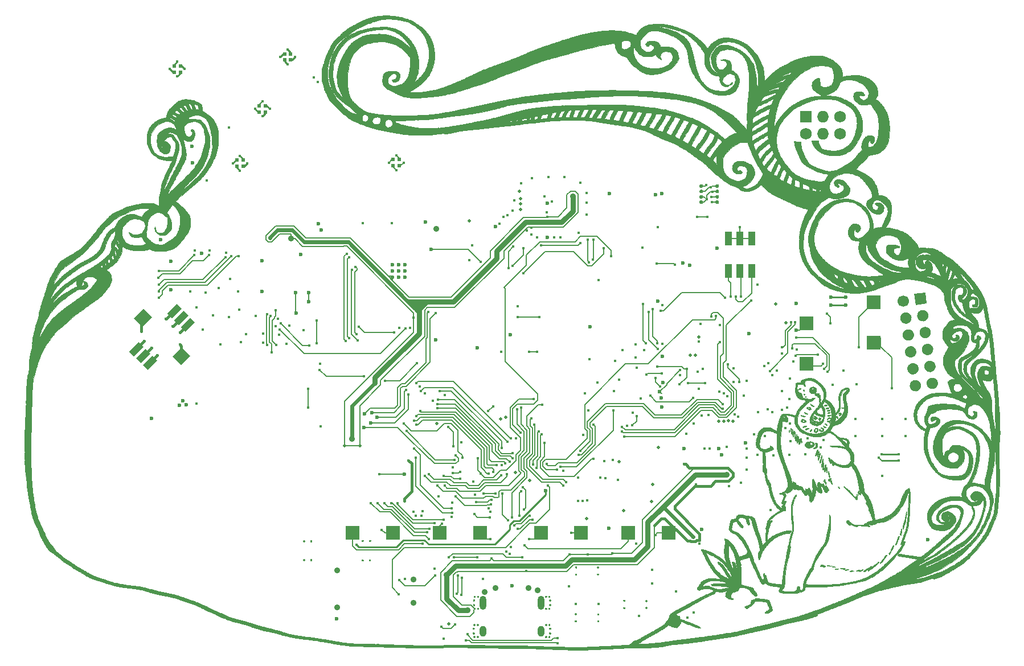
<source format=gtl>
G04 #@! TF.GenerationSoftware,KiCad,Pcbnew,5.1.9*
G04 #@! TF.CreationDate,2021-01-16T16:04:05+01:00*
G04 #@! TF.ProjectId,mch2021,6d636832-3032-4312-9e6b-696361645f70,1*
G04 #@! TF.SameCoordinates,Original*
G04 #@! TF.FileFunction,Copper,L1,Top*
G04 #@! TF.FilePolarity,Positive*
%FSLAX46Y46*%
G04 Gerber Fmt 4.6, Leading zero omitted, Abs format (unit mm)*
G04 Created by KiCad (PCBNEW 5.1.9) date 2021-01-16 16:04:05*
%MOMM*%
%LPD*%
G01*
G04 APERTURE LIST*
G04 #@! TA.AperFunction,EtchedComponent*
%ADD10C,0.010000*%
G04 #@! TD*
G04 #@! TA.AperFunction,ComponentPad*
%ADD11C,0.100000*%
G04 #@! TD*
G04 #@! TA.AperFunction,ComponentPad*
%ADD12C,1.700000*%
G04 #@! TD*
G04 #@! TA.AperFunction,ComponentPad*
%ADD13O,1.000000X2.100000*%
G04 #@! TD*
G04 #@! TA.AperFunction,ComponentPad*
%ADD14O,1.000000X1.600000*%
G04 #@! TD*
G04 #@! TA.AperFunction,ComponentPad*
%ADD15C,1.727200*%
G04 #@! TD*
G04 #@! TA.AperFunction,ComponentPad*
%ADD16R,1.727200X1.727200*%
G04 #@! TD*
G04 #@! TA.AperFunction,ComponentPad*
%ADD17O,1.727200X1.727200*%
G04 #@! TD*
G04 #@! TA.AperFunction,SMDPad,CuDef*
%ADD18R,2.000000X2.000000*%
G04 #@! TD*
G04 #@! TA.AperFunction,SMDPad,CuDef*
%ADD19R,0.500000X0.500000*%
G04 #@! TD*
G04 #@! TA.AperFunction,SMDPad,CuDef*
%ADD20R,1.100000X2.000000*%
G04 #@! TD*
G04 #@! TA.AperFunction,SMDPad,CuDef*
%ADD21C,0.100000*%
G04 #@! TD*
G04 #@! TA.AperFunction,ViaPad*
%ADD22C,0.450000*%
G04 #@! TD*
G04 #@! TA.AperFunction,ViaPad*
%ADD23C,0.600000*%
G04 #@! TD*
G04 #@! TA.AperFunction,ViaPad*
%ADD24C,0.900000*%
G04 #@! TD*
G04 #@! TA.AperFunction,ViaPad*
%ADD25C,0.500000*%
G04 #@! TD*
G04 #@! TA.AperFunction,Conductor*
%ADD26C,0.200000*%
G04 #@! TD*
G04 #@! TA.AperFunction,Conductor*
%ADD27C,0.250000*%
G04 #@! TD*
G04 #@! TA.AperFunction,Conductor*
%ADD28C,0.400000*%
G04 #@! TD*
G04 #@! TA.AperFunction,Conductor*
%ADD29C,0.600000*%
G04 #@! TD*
G04 #@! TA.AperFunction,Conductor*
%ADD30C,0.800000*%
G04 #@! TD*
G04 APERTURE END LIST*
D10*
G36*
X-18601239Y47496409D02*
G01*
X-18316546Y47490401D01*
X-18036351Y47478726D01*
X-17771311Y47461666D01*
X-17532082Y47439503D01*
X-17420167Y47425887D01*
X-17203925Y47392984D01*
X-16969510Y47350434D01*
X-16724491Y47300109D01*
X-16476440Y47243878D01*
X-16232927Y47183610D01*
X-16001523Y47121174D01*
X-15789798Y47058442D01*
X-15605324Y46997282D01*
X-15462250Y46942356D01*
X-15383633Y46912060D01*
X-15314461Y46890464D01*
X-15268531Y46881814D01*
X-15265624Y46881829D01*
X-15201833Y46870632D01*
X-15106314Y46833584D01*
X-14980309Y46771385D01*
X-14825062Y46684734D01*
X-14641816Y46574331D01*
X-14431815Y46440877D01*
X-14196301Y46285071D01*
X-14149917Y46253774D01*
X-13903927Y46085139D01*
X-13689693Y45932868D01*
X-13502179Y45792387D01*
X-13336347Y45659122D01*
X-13187160Y45528501D01*
X-13049581Y45395951D01*
X-12918572Y45256898D01*
X-12789097Y45106770D01*
X-12656118Y44940993D01*
X-12547750Y44799250D01*
X-12421878Y44628806D01*
X-12319619Y44482585D01*
X-12236460Y44353168D01*
X-12167889Y44233137D01*
X-12109397Y44115073D01*
X-12056469Y43991559D01*
X-12056317Y43991179D01*
X-12012616Y43882770D01*
X-11969379Y43776438D01*
X-11931805Y43684919D01*
X-11906603Y43624500D01*
X-11854587Y43490184D01*
X-11804084Y43339189D01*
X-11759169Y43185432D01*
X-11723920Y43042833D01*
X-11702921Y42929093D01*
X-11687633Y42832392D01*
X-11669035Y42735690D01*
X-11651535Y42661416D01*
X-11612108Y42484174D01*
X-11581141Y42273940D01*
X-11558811Y42039239D01*
X-11545296Y41788596D01*
X-11540771Y41530534D01*
X-11545416Y41273578D01*
X-11559407Y41026252D01*
X-11582920Y40797080D01*
X-11609294Y40629416D01*
X-11641884Y40476061D01*
X-11684416Y40305835D01*
X-11734896Y40124482D01*
X-11791331Y39937751D01*
X-11851726Y39751387D01*
X-11914088Y39571136D01*
X-11976423Y39402744D01*
X-12036738Y39251957D01*
X-12093039Y39124522D01*
X-12143332Y39026184D01*
X-12185623Y38962691D01*
X-12188882Y38958977D01*
X-12224663Y38904268D01*
X-12241851Y38859464D01*
X-12267940Y38793794D01*
X-12319497Y38702598D01*
X-12392686Y38590899D01*
X-12483671Y38463724D01*
X-12588618Y38326098D01*
X-12703691Y38183046D01*
X-12825055Y38039594D01*
X-12948875Y37900767D01*
X-13071315Y37771591D01*
X-13074744Y37768103D01*
X-13150474Y37694270D01*
X-13246335Y37605556D01*
X-13356515Y37506888D01*
X-13475203Y37403193D01*
X-13596585Y37299398D01*
X-13714851Y37200428D01*
X-13824188Y37111210D01*
X-13918785Y37036671D01*
X-13992829Y36981736D01*
X-14034529Y36954550D01*
X-14079729Y36923870D01*
X-14139476Y36876913D01*
X-14177619Y36844292D01*
X-14232906Y36799333D01*
X-14306771Y36744864D01*
X-14391121Y36686193D01*
X-14477861Y36628629D01*
X-14558897Y36577479D01*
X-14626134Y36538052D01*
X-14671479Y36515655D01*
X-14683585Y36512500D01*
X-14714697Y36496269D01*
X-14737113Y36469624D01*
X-14774593Y36435940D01*
X-14832329Y36408541D01*
X-14843125Y36405308D01*
X-14893711Y36387339D01*
X-14920972Y36369272D01*
X-14922500Y36365218D01*
X-14940808Y36348572D01*
X-14987690Y36326241D01*
X-15025844Y36312243D01*
X-15093949Y36284024D01*
X-15149470Y36251373D01*
X-15166708Y36236459D01*
X-15205117Y36205023D01*
X-15232698Y36195000D01*
X-15260884Y36187881D01*
X-15256414Y36171645D01*
X-15225488Y36153975D01*
X-15192375Y36145038D01*
X-15109157Y36133455D01*
X-14992834Y36121911D01*
X-14852632Y36110987D01*
X-14697777Y36101267D01*
X-14537493Y36093333D01*
X-14381006Y36087767D01*
X-14245167Y36085212D01*
X-14100911Y36086529D01*
X-13935435Y36092233D01*
X-13757572Y36101641D01*
X-13576154Y36114068D01*
X-13400016Y36128829D01*
X-13237990Y36145238D01*
X-13098909Y36162612D01*
X-12991605Y36180265D01*
X-12975167Y36183675D01*
X-12892763Y36197743D01*
X-12817215Y36204178D01*
X-12772206Y36202386D01*
X-12703432Y36205688D01*
X-12673176Y36224848D01*
X-12628791Y36252356D01*
X-12599881Y36258500D01*
X-12558433Y36262336D01*
X-12483265Y36272918D01*
X-12382204Y36288854D01*
X-12263075Y36308751D01*
X-12133703Y36331220D01*
X-12001913Y36354868D01*
X-11875531Y36378304D01*
X-11762382Y36400136D01*
X-11670291Y36418972D01*
X-11607083Y36433422D01*
X-11590678Y36437958D01*
X-11504270Y36457887D01*
X-11412356Y36469197D01*
X-11384303Y36470166D01*
X-11318934Y36473779D01*
X-11287636Y36486221D01*
X-11281834Y36501916D01*
X-11264366Y36528198D01*
X-11242193Y36533666D01*
X-11206827Y36540033D01*
X-11141256Y36557295D01*
X-11055348Y36582697D01*
X-10973398Y36608732D01*
X-10870247Y36640825D01*
X-10771366Y36668629D01*
X-10689762Y36688642D01*
X-10647913Y36696405D01*
X-10567195Y36713856D01*
X-10488339Y36741238D01*
X-10473052Y36748340D01*
X-10400453Y36774568D01*
X-10325225Y36787408D01*
X-10315666Y36787666D01*
X-10238730Y36801294D01*
X-10193115Y36828249D01*
X-10157095Y36850369D01*
X-10094509Y36878837D01*
X-10016799Y36909534D01*
X-9935407Y36938345D01*
X-9861774Y36961154D01*
X-9807342Y36973842D01*
X-9786707Y36974475D01*
X-9756093Y36979751D01*
X-9720355Y36995815D01*
X-9676901Y37011495D01*
X-9651563Y37009646D01*
X-9632362Y37011432D01*
X-9630834Y37018707D01*
X-9611976Y37045293D01*
X-9562977Y37074587D01*
X-9495199Y37100951D01*
X-9434127Y37116325D01*
X-9366124Y37137451D01*
X-9307530Y37168779D01*
X-9304222Y37171291D01*
X-9253641Y37198507D01*
X-9181719Y37223053D01*
X-9140365Y37232646D01*
X-9063820Y37252927D01*
X-8995645Y37280760D01*
X-8970233Y37295912D01*
X-8915862Y37327185D01*
X-8871994Y37337379D01*
X-8848970Y37324726D01*
X-8847667Y37316833D01*
X-8829939Y37299636D01*
X-8805334Y37295666D01*
X-8770934Y37304255D01*
X-8763000Y37316169D01*
X-8778516Y37327815D01*
X-8794750Y37324488D01*
X-8821909Y37325898D01*
X-8826500Y37336770D01*
X-8807902Y37360816D01*
X-8759640Y37390330D01*
X-8693014Y37420099D01*
X-8619324Y37444907D01*
X-8565395Y37457262D01*
X-8510470Y37472916D01*
X-8476396Y37494453D01*
X-8473172Y37499745D01*
X-8445229Y37524490D01*
X-8424661Y37528500D01*
X-8379533Y37543779D01*
X-8361879Y37558990D01*
X-8330582Y37580921D01*
X-8271270Y37610724D01*
X-8195944Y37642455D01*
X-8184662Y37646766D01*
X-8098120Y37680686D01*
X-8016051Y37715006D01*
X-7955935Y37742411D01*
X-7955006Y37742874D01*
X-7901098Y37765523D01*
X-7873220Y37764657D01*
X-7866377Y37755640D01*
X-7849613Y37745271D01*
X-7823822Y37768744D01*
X-7791835Y37794119D01*
X-7771038Y37794857D01*
X-7742948Y37797272D01*
X-7734940Y37806057D01*
X-7709553Y37825973D01*
X-7655937Y37856708D01*
X-7584718Y37892273D01*
X-7569436Y37899374D01*
X-7507855Y37927585D01*
X-7415095Y37970017D01*
X-7298492Y38023318D01*
X-7165380Y38084135D01*
X-7023094Y38149117D01*
X-6921500Y38195499D01*
X-6785069Y38258349D01*
X-6660102Y38317005D01*
X-6552198Y38368753D01*
X-6466953Y38410878D01*
X-6409965Y38440667D01*
X-6387924Y38454260D01*
X-6350355Y38478382D01*
X-6284278Y38512904D01*
X-6200609Y38552809D01*
X-6110268Y38593084D01*
X-6024172Y38628712D01*
X-5953239Y38654679D01*
X-5947834Y38656414D01*
X-5877560Y38687468D01*
X-5813918Y38728575D01*
X-5757481Y38767735D01*
X-5725737Y38773373D01*
X-5719179Y38745483D01*
X-5722420Y38729708D01*
X-5725169Y38706628D01*
X-5711564Y38711538D01*
X-5677083Y38746762D01*
X-5666680Y38758324D01*
X-5620309Y38806742D01*
X-5573338Y38845517D01*
X-5515976Y38880641D01*
X-5438431Y38918103D01*
X-5330909Y38963894D01*
X-5330180Y38964195D01*
X-5239979Y39000895D01*
X-5183384Y39021806D01*
X-5155126Y39027899D01*
X-5149934Y39020142D01*
X-5162539Y38999504D01*
X-5166446Y38994291D01*
X-5169492Y38985070D01*
X-5146874Y39001496D01*
X-5121412Y39023814D01*
X-5057521Y39073467D01*
X-4978973Y39123441D01*
X-4942417Y39143174D01*
X-4890371Y39166956D01*
X-4803955Y39203874D01*
X-4688320Y39251886D01*
X-4548614Y39308953D01*
X-4389989Y39373033D01*
X-4217595Y39442087D01*
X-4036580Y39514073D01*
X-3852096Y39586951D01*
X-3669291Y39658681D01*
X-3493317Y39727223D01*
X-3329323Y39790535D01*
X-3182459Y39846577D01*
X-3057876Y39893309D01*
X-2960722Y39928690D01*
X-2952750Y39931512D01*
X-2820478Y39978626D01*
X-2663980Y40035064D01*
X-2498649Y40095236D01*
X-2339877Y40153549D01*
X-2260338Y40183021D01*
X-2140859Y40226894D01*
X-2033836Y40265106D01*
X-1946032Y40295330D01*
X-1884212Y40315237D01*
X-1855141Y40322499D01*
X-1855029Y40322500D01*
X-1821116Y40331875D01*
X-1763808Y40356225D01*
X-1707865Y40383923D01*
X-1632727Y40419990D01*
X-1561194Y40448697D01*
X-1522232Y40460472D01*
X-1469492Y40475233D01*
X-1384340Y40502805D01*
X-1273815Y40540644D01*
X-1144955Y40586209D01*
X-1004802Y40636958D01*
X-860392Y40690348D01*
X-718767Y40743837D01*
X-586964Y40794882D01*
X-497417Y40830591D01*
X-380065Y40877729D01*
X-260327Y40925103D01*
X-151751Y40967394D01*
X-67886Y40999284D01*
X-63500Y41000912D01*
X18726Y41031559D01*
X126761Y41072093D01*
X246845Y41117341D01*
X365224Y41162130D01*
X370416Y41164099D01*
X501715Y41213561D01*
X648259Y41268210D01*
X790964Y41320957D01*
X897156Y41359787D01*
X1020355Y41407031D01*
X1103855Y41445058D01*
X1149109Y41474580D01*
X1158405Y41488087D01*
X1188992Y41524950D01*
X1253793Y41545930D01*
X1307570Y41549877D01*
X1349656Y41559238D01*
X1415421Y41583618D01*
X1491292Y41617929D01*
X1498070Y41621289D01*
X1588806Y41663685D01*
X1684500Y41703831D01*
X1756833Y41730407D01*
X1830120Y41757828D01*
X1924180Y41797856D01*
X2022373Y41843299D01*
X2054569Y41859118D01*
X2128551Y41894308D01*
X2228416Y41939208D01*
X2347125Y41990905D01*
X2477638Y42046487D01*
X2612918Y42103043D01*
X2745926Y42157660D01*
X2869622Y42207427D01*
X2976969Y42249432D01*
X3060926Y42280762D01*
X3114457Y42298506D01*
X3120412Y42300055D01*
X3184934Y42325133D01*
X3232960Y42354686D01*
X3276585Y42379708D01*
X3347532Y42410826D01*
X3432468Y42442338D01*
X3456881Y42450436D01*
X3545503Y42481138D01*
X3626072Y42512755D01*
X3684154Y42539528D01*
X3693583Y42544859D01*
X3744736Y42570522D01*
X3827848Y42606071D01*
X3934590Y42648386D01*
X4056635Y42694345D01*
X4185655Y42740827D01*
X4313324Y42784711D01*
X4431313Y42822876D01*
X4453627Y42829734D01*
X4542284Y42858332D01*
X4619509Y42886201D01*
X4673313Y42908894D01*
X4686526Y42916125D01*
X4729249Y42935595D01*
X4801607Y42960448D01*
X4891786Y42987460D01*
X4987974Y43013406D01*
X5078356Y43035063D01*
X5151119Y43049205D01*
X5187844Y43052946D01*
X5244070Y43068384D01*
X5281083Y43095333D01*
X5330757Y43127939D01*
X5374797Y43137666D01*
X5412825Y43144460D01*
X5482713Y43163255D01*
X5576503Y43191671D01*
X5686240Y43227330D01*
X5768391Y43255363D01*
X5892763Y43298177D01*
X6045461Y43350006D01*
X6214536Y43406838D01*
X6388036Y43464660D01*
X6554009Y43519460D01*
X6593416Y43532377D01*
X6760480Y43587057D01*
X6953943Y43650392D01*
X7159976Y43717851D01*
X7364749Y43784909D01*
X7554434Y43847036D01*
X7620000Y43868514D01*
X7770414Y43917204D01*
X7913942Y43962577D01*
X8043760Y44002559D01*
X8153047Y44035076D01*
X8234979Y44058057D01*
X8278873Y44068714D01*
X8363256Y44090077D01*
X8445202Y44118388D01*
X8479957Y44133906D01*
X8540955Y44159221D01*
X8626323Y44187457D01*
X8718964Y44213027D01*
X8731250Y44216007D01*
X8823914Y44240657D01*
X8939171Y44275103D01*
X9060035Y44314121D01*
X9137887Y44341004D01*
X9253526Y44379787D01*
X9376241Y44416860D01*
X9488679Y44447165D01*
X9550637Y44461369D01*
X9640160Y44481753D01*
X9720473Y44503883D01*
X9777091Y44523674D01*
X9785597Y44527648D01*
X9834949Y44545978D01*
X9911162Y44566509D01*
X9999213Y44585282D01*
X10014839Y44588112D01*
X10124429Y44611205D01*
X10244675Y44642342D01*
X10343282Y44672734D01*
X10434275Y44699376D01*
X10549469Y44726325D01*
X10670948Y44749622D01*
X10738456Y44760070D01*
X10846891Y44777291D01*
X10951625Y44797895D01*
X11038429Y44818885D01*
X11080750Y44832145D01*
X11135146Y44848676D01*
X11222506Y44870780D01*
X11334142Y44896460D01*
X11461366Y44923716D01*
X11593672Y44950197D01*
X11733407Y44976993D01*
X11837611Y44996187D01*
X11912302Y45008300D01*
X11963494Y45013854D01*
X11997203Y45013371D01*
X12019447Y45007371D01*
X12036241Y44996377D01*
X12044374Y44989260D01*
X12073644Y44965627D01*
X12078920Y44971841D01*
X12075043Y44983525D01*
X12081601Y45012655D01*
X12126433Y45036825D01*
X12210739Y45056402D01*
X12335721Y45071757D01*
X12371916Y45074857D01*
X12476939Y45086050D01*
X12587982Y45102253D01*
X12678833Y45119509D01*
X12756970Y45137045D01*
X12823750Y45151793D01*
X12860819Y45159741D01*
X12895339Y45164273D01*
X12964581Y45171384D01*
X13061061Y45180376D01*
X13177296Y45190551D01*
X13305319Y45201174D01*
X13440919Y45212785D01*
X13570973Y45225117D01*
X13686035Y45237185D01*
X13776656Y45248004D01*
X13828766Y45255725D01*
X13908818Y45266836D01*
X13958271Y45264538D01*
X13981933Y45253213D01*
X14001243Y45241938D01*
X14029484Y45237543D01*
X14074619Y45240604D01*
X14144608Y45251699D01*
X14247413Y45271405D01*
X14255750Y45273063D01*
X14315704Y45280288D01*
X14409669Y45285955D01*
X14529348Y45290060D01*
X14666448Y45292601D01*
X14812674Y45293575D01*
X14959730Y45292981D01*
X15099322Y45290816D01*
X15223156Y45287077D01*
X15322936Y45281762D01*
X15390368Y45274869D01*
X15398750Y45273398D01*
X15471904Y45262219D01*
X15536145Y45257633D01*
X15557500Y45258388D01*
X15707566Y45264025D01*
X15896127Y45252629D01*
X16122939Y45224243D01*
X16387761Y45178910D01*
X16690351Y45116675D01*
X17030466Y45037580D01*
X17407864Y44941670D01*
X17600083Y44890245D01*
X17732036Y44851842D01*
X17869960Y44807332D01*
X17999229Y44761700D01*
X18105217Y44719928D01*
X18124091Y44711692D01*
X18211991Y44673602D01*
X18287470Y44643150D01*
X18341058Y44624025D01*
X18361138Y44619333D01*
X18392770Y44634754D01*
X18436730Y44682426D01*
X18494677Y44764466D01*
X18568271Y44882988D01*
X18569305Y44884722D01*
X18620809Y44962427D01*
X18677974Y45035649D01*
X18720723Y45081027D01*
X18765279Y45127877D01*
X18792283Y45168433D01*
X18796000Y45181814D01*
X18814535Y45251738D01*
X18862258Y45316551D01*
X18927343Y45360651D01*
X18933293Y45362944D01*
X18985385Y45390073D01*
X19017159Y45421943D01*
X19019288Y45426937D01*
X19045562Y45468194D01*
X19096753Y45522086D01*
X19161672Y45579140D01*
X19229131Y45629886D01*
X19287943Y45664851D01*
X19310421Y45673408D01*
X19375207Y45709153D01*
X19409350Y45750879D01*
X19443141Y45794665D01*
X19478279Y45816584D01*
X19479160Y45816729D01*
X19516795Y45830387D01*
X19574407Y45859684D01*
X21720869Y45859684D01*
X21723872Y45854238D01*
X21751122Y45842175D01*
X21813788Y45822184D01*
X21906024Y45795793D01*
X22021981Y45764528D01*
X22155814Y45729915D01*
X22301673Y45693479D01*
X22453712Y45656747D01*
X22606083Y45621245D01*
X22683743Y45603724D01*
X22969737Y45537678D01*
X23223802Y45473610D01*
X23456048Y45408547D01*
X23676590Y45339515D01*
X23895539Y45263541D01*
X24093484Y45189137D01*
X24237076Y45127225D01*
X24404981Y45044448D01*
X24590010Y44945212D01*
X24784977Y44833919D01*
X24982692Y44714975D01*
X25175969Y44592783D01*
X25357620Y44471747D01*
X25520456Y44356273D01*
X25657291Y44250763D01*
X25737371Y44181884D01*
X25813787Y44107212D01*
X25897449Y44018050D01*
X25982769Y43921216D01*
X26064164Y43823526D01*
X26136046Y43731795D01*
X26192831Y43652840D01*
X26228932Y43593479D01*
X26238187Y43570734D01*
X26254375Y43531515D01*
X26269697Y43518666D01*
X26290860Y43500938D01*
X26318739Y43456990D01*
X26346414Y43400684D01*
X26366965Y43345876D01*
X26373666Y43310435D01*
X26388730Y43263006D01*
X26404264Y43244456D01*
X26425532Y43210688D01*
X26448061Y43150458D01*
X26461520Y43099941D01*
X26482198Y43027954D01*
X26507017Y42969561D01*
X26522952Y42946047D01*
X26547892Y42903921D01*
X26568208Y42840618D01*
X26572599Y42818095D01*
X26588522Y42749406D01*
X26610040Y42692086D01*
X26616678Y42680287D01*
X26636132Y42635687D01*
X26656392Y42566231D01*
X26669440Y42505750D01*
X26690617Y42412938D01*
X26720848Y42308173D01*
X26744998Y42237688D01*
X26771669Y42158426D01*
X26790427Y42086636D01*
X26797000Y42040568D01*
X26804164Y41993770D01*
X26823227Y41920983D01*
X26850543Y41835594D01*
X26860302Y41808149D01*
X26884481Y41732075D01*
X26913838Y41624303D01*
X26945914Y41494774D01*
X26978251Y41353427D01*
X27008391Y41210203D01*
X27009204Y41206139D01*
X27036711Y41072531D01*
X27063595Y40949398D01*
X27088111Y40844175D01*
X27108516Y40764293D01*
X27123066Y40717186D01*
X27124980Y40712650D01*
X27143190Y40659052D01*
X27162247Y40580199D01*
X27178107Y40492886D01*
X27178479Y40490400D01*
X27191514Y40402491D01*
X27203495Y40321742D01*
X27211878Y40265286D01*
X27212025Y40264291D01*
X27223860Y40217500D01*
X27238987Y40195703D01*
X27240416Y40195500D01*
X27252659Y40176444D01*
X27264654Y40127487D01*
X27270842Y40084375D01*
X27281311Y39992183D01*
X27289121Y39932947D01*
X27295864Y39897506D01*
X27303130Y39876694D01*
X27308553Y39867186D01*
X27318982Y39840195D01*
X27338456Y39780146D01*
X27364590Y39694742D01*
X27394997Y39591687D01*
X27410155Y39539103D01*
X27447710Y39412310D01*
X27488432Y39282205D01*
X27527865Y39162599D01*
X27561553Y39067302D01*
X27567161Y39052500D01*
X27606173Y38948174D01*
X27646165Y38836393D01*
X27679480Y38738642D01*
X27684105Y38724416D01*
X27709703Y38655287D01*
X27750179Y38558313D01*
X27801185Y38443367D01*
X27858374Y38320320D01*
X27900284Y38233583D01*
X27959525Y38113943D01*
X28007792Y38020704D01*
X28051248Y37944942D01*
X28096056Y37877732D01*
X28148379Y37810150D01*
X28214380Y37733270D01*
X28300223Y37638168D01*
X28346097Y37588000D01*
X28436933Y37487411D01*
X28521562Y37391165D01*
X28594270Y37305954D01*
X28649343Y37238474D01*
X28680542Y37196236D01*
X28763426Y37093877D01*
X28882898Y36988871D01*
X29041512Y36878975D01*
X29043485Y36877730D01*
X29124026Y36826666D01*
X29221017Y36764762D01*
X29315377Y36704201D01*
X29328429Y36695790D01*
X29458052Y36618097D01*
X29585260Y36555822D01*
X29723535Y36503369D01*
X29886358Y36455137D01*
X29944065Y36440132D01*
X30156914Y36391495D01*
X30379918Y36350170D01*
X30606789Y36316626D01*
X30831238Y36291333D01*
X31046977Y36274762D01*
X31247715Y36267384D01*
X31427165Y36269667D01*
X31579037Y36282082D01*
X31697043Y36305100D01*
X31707666Y36308293D01*
X31783686Y36335720D01*
X31871611Y36372855D01*
X31962283Y36415124D01*
X32046543Y36457959D01*
X32115234Y36496786D01*
X32159197Y36527035D01*
X32169805Y36538958D01*
X32194117Y36552859D01*
X32212138Y36554903D01*
X32255022Y36569117D01*
X32320671Y36608116D01*
X32402062Y36666604D01*
X32492172Y36739290D01*
X32583977Y36820879D01*
X32649583Y36884593D01*
X32716548Y36950125D01*
X32776029Y37004122D01*
X32819682Y37039218D01*
X32834791Y37048133D01*
X32866114Y37073091D01*
X32871833Y37090684D01*
X32889052Y37121370D01*
X32916384Y37139743D01*
X32942104Y37163408D01*
X32973630Y37216008D01*
X33012901Y37301355D01*
X33061857Y37423266D01*
X33065985Y37434020D01*
X33133754Y37618833D01*
X33181901Y37768478D01*
X33210930Y37885024D01*
X33221349Y37970545D01*
X33213663Y38027111D01*
X33211952Y38031182D01*
X33195011Y38090225D01*
X33189333Y38145282D01*
X33175944Y38209234D01*
X33147000Y38263557D01*
X33112671Y38337508D01*
X33104587Y38404479D01*
X33084267Y38510636D01*
X33026333Y38607657D01*
X32935026Y38692757D01*
X32814586Y38763150D01*
X32669255Y38816050D01*
X32503272Y38848671D01*
X32416750Y38856351D01*
X32279834Y38858952D01*
X32169982Y38847364D01*
X32073316Y38818167D01*
X31975957Y38767941D01*
X31924345Y38734985D01*
X31861100Y38688795D01*
X31784875Y38627123D01*
X31702042Y38555872D01*
X31618974Y38480945D01*
X31542045Y38408248D01*
X31477626Y38343682D01*
X31432090Y38293151D01*
X31411810Y38262560D01*
X31411333Y38259742D01*
X31402950Y38228933D01*
X31380699Y38171006D01*
X31348924Y38097061D01*
X31339611Y38076522D01*
X31290872Y37963862D01*
X31261671Y37877191D01*
X31249931Y37806101D01*
X31253581Y37740180D01*
X31263446Y37694313D01*
X31299451Y37617213D01*
X31365835Y37529749D01*
X31454675Y37439580D01*
X31558047Y37354366D01*
X31668024Y37281767D01*
X31717865Y37255102D01*
X31854153Y37200996D01*
X31982144Y37179341D01*
X32106556Y37191398D01*
X32232103Y37238432D01*
X32363503Y37321704D01*
X32505471Y37442477D01*
X32539478Y37475071D01*
X32599493Y37529810D01*
X32650241Y37569156D01*
X32682916Y37586487D01*
X32687645Y37586487D01*
X32704959Y37562041D01*
X32717391Y37511071D01*
X32719535Y37490973D01*
X32717821Y37424218D01*
X32696885Y37380473D01*
X32681977Y37365619D01*
X32633273Y37321829D01*
X32588431Y37279791D01*
X32540395Y37246028D01*
X32495319Y37232166D01*
X32455524Y37219794D01*
X32397787Y37187802D01*
X32350580Y37154948D01*
X32180784Y37048454D01*
X32005119Y36983838D01*
X31823201Y36961000D01*
X31654750Y36975913D01*
X31477233Y37028672D01*
X31310280Y37116488D01*
X31161786Y37233390D01*
X31039647Y37373405D01*
X30967243Y37495891D01*
X30929146Y37586455D01*
X30894450Y37688499D01*
X30864689Y37794502D01*
X30841393Y37896943D01*
X30826096Y37988302D01*
X30820331Y38061057D01*
X30825629Y38107687D01*
X30839833Y38121166D01*
X30857146Y38139491D01*
X30862996Y38187217D01*
X30858963Y38253472D01*
X30846631Y38327383D01*
X30827581Y38398080D01*
X30803393Y38454689D01*
X30788180Y38476199D01*
X30756951Y38490495D01*
X30694689Y38505772D01*
X30612551Y38519524D01*
X30574002Y38524333D01*
X30292333Y38574454D01*
X30016371Y38661868D01*
X29741923Y38788165D01*
X29501091Y38930929D01*
X29275095Y39103023D01*
X29079739Y39304016D01*
X28915459Y39533148D01*
X28782690Y39789660D01*
X28681865Y40072789D01*
X28613420Y40381776D01*
X28594780Y40516087D01*
X28586432Y40612393D01*
X28580596Y40730850D01*
X28577154Y40864610D01*
X28575986Y41006824D01*
X28576304Y41053159D01*
X29294617Y41053159D01*
X29302059Y40828022D01*
X29327476Y40604384D01*
X29385354Y40305576D01*
X29465982Y40040142D01*
X29570877Y39804834D01*
X29701555Y39596403D01*
X29859532Y39411602D01*
X29904789Y39367471D01*
X29989251Y39290793D01*
X30074915Y39217704D01*
X30150507Y39157587D01*
X30195342Y39125661D01*
X30307630Y39060647D01*
X30424283Y39006127D01*
X30537177Y38964698D01*
X30638190Y38938959D01*
X30719198Y38931508D01*
X30768107Y38942484D01*
X30781629Y38956157D01*
X30766156Y38970196D01*
X30716414Y38988215D01*
X30689842Y38996158D01*
X30609289Y39025753D01*
X30532987Y39063616D01*
X30502346Y39083335D01*
X30451453Y39116824D01*
X30412083Y39135660D01*
X30404093Y39137166D01*
X30374825Y39150921D01*
X30327564Y39186023D01*
X30272509Y39233224D01*
X30219862Y39283280D01*
X30179821Y39326946D01*
X30162588Y39354975D01*
X30162500Y39356155D01*
X30148229Y39384925D01*
X30112527Y39427210D01*
X30097371Y39442192D01*
X30059151Y39490269D01*
X30009704Y39570224D01*
X29952851Y39674365D01*
X29892410Y39795002D01*
X29832201Y39924442D01*
X29776044Y40054995D01*
X29727757Y40178967D01*
X29718046Y40206083D01*
X29672174Y40345694D01*
X29637582Y40475140D01*
X29612391Y40605610D01*
X29594722Y40748289D01*
X29582697Y40914367D01*
X29576738Y41047650D01*
X29572319Y41181802D01*
X29570673Y41280063D01*
X29572114Y41348804D01*
X29576953Y41394397D01*
X29585501Y41423213D01*
X29595879Y41439234D01*
X29616856Y41481540D01*
X29633339Y41546894D01*
X29638088Y41581916D01*
X29660922Y41697145D01*
X29706347Y41831319D01*
X29768427Y41972246D01*
X29841224Y42107735D01*
X29918803Y42225594D01*
X29993668Y42312166D01*
X30048774Y42371823D01*
X30095504Y42435077D01*
X30108362Y42457210D01*
X30147768Y42518820D01*
X30203464Y42586993D01*
X30266857Y42653264D01*
X30329355Y42709171D01*
X30382362Y42746248D01*
X30412406Y42756666D01*
X30448909Y42767775D01*
X30458833Y42785604D01*
X30475204Y42813489D01*
X30516745Y42851376D01*
X30543500Y42870571D01*
X30593195Y42907457D01*
X30623650Y42937769D01*
X30628166Y42947467D01*
X30645366Y42965861D01*
X30660661Y42968333D01*
X30702453Y42979414D01*
X30740324Y42999239D01*
X30816047Y43034789D01*
X30926055Y43067318D01*
X31062337Y43095547D01*
X31216882Y43118196D01*
X31381677Y43133984D01*
X31548712Y43141631D01*
X31633583Y43141968D01*
X31751242Y43138538D01*
X31860334Y43130135D01*
X31970631Y43115148D01*
X32091907Y43091966D01*
X32233934Y43058980D01*
X32406166Y43014664D01*
X32506641Y42987230D01*
X32590025Y42961889D01*
X32668818Y42934093D01*
X32755519Y42899290D01*
X32862628Y42852930D01*
X32918108Y42828294D01*
X33021344Y42783782D01*
X33127442Y42740563D01*
X33219981Y42705229D01*
X33256775Y42692332D01*
X33392864Y42638302D01*
X33555228Y42558976D01*
X33738646Y42457347D01*
X33937899Y42336405D01*
X34147766Y42199144D01*
X34294327Y42097690D01*
X34375288Y42036320D01*
X34472083Y41956486D01*
X34579206Y41863401D01*
X34691150Y41762277D01*
X34802407Y41658324D01*
X34907471Y41556754D01*
X35000833Y41462779D01*
X35076987Y41381609D01*
X35130426Y41318457D01*
X35152528Y41285583D01*
X35186071Y41230187D01*
X35232683Y41164213D01*
X35253519Y41137416D01*
X35293819Y41083238D01*
X35347838Y41004922D01*
X35407380Y40914550D01*
X35446187Y40853424D01*
X35509228Y40757695D01*
X35577442Y40662607D01*
X35640649Y40582007D01*
X35671799Y40546507D01*
X35735937Y40469429D01*
X35794653Y40378787D01*
X35849009Y40271152D01*
X35900069Y40143097D01*
X35948897Y39991195D01*
X35996555Y39812017D01*
X36044107Y39602138D01*
X36092616Y39358128D01*
X36143147Y39076561D01*
X36161620Y38967833D01*
X36199955Y38737492D01*
X36231628Y38541602D01*
X36257483Y38372949D01*
X36278362Y38224322D01*
X36295108Y38088507D01*
X36308563Y37958291D01*
X36319570Y37826464D01*
X36328971Y37685810D01*
X36337610Y37529119D01*
X36343366Y37412083D01*
X36351047Y37261280D01*
X36359714Y37108313D01*
X36368678Y36964235D01*
X36377251Y36840101D01*
X36384745Y36746964D01*
X36384893Y36745333D01*
X36393412Y36650271D01*
X36400323Y36569323D01*
X36404767Y36512811D01*
X36405953Y36493097D01*
X36408788Y36469543D01*
X36415828Y36478044D01*
X36427646Y36520823D01*
X36444816Y36600101D01*
X36467912Y36718102D01*
X36478461Y36774094D01*
X36512292Y36967185D01*
X36537946Y37144995D01*
X36541814Y37181730D01*
X38756166Y37181730D01*
X38774205Y37174171D01*
X38821851Y37179772D01*
X38889395Y37195996D01*
X38967128Y37220304D01*
X39045343Y37250158D01*
X39083652Y37267352D01*
X39158229Y37301245D01*
X39220471Y37326258D01*
X39258623Y37337731D01*
X39261858Y37338000D01*
X39295755Y37347892D01*
X39352312Y37373537D01*
X39405009Y37401500D01*
X39475910Y37436093D01*
X39541584Y37459156D01*
X39576636Y37465000D01*
X39638895Y37476674D01*
X39681370Y37496955D01*
X39737905Y37526927D01*
X39821196Y37560094D01*
X39916659Y37591804D01*
X40009706Y37617407D01*
X40085753Y37632249D01*
X40111640Y37634186D01*
X40176634Y37645048D01*
X40254220Y37673523D01*
X40334383Y37713765D01*
X40407110Y37759931D01*
X40462386Y37806178D01*
X40490197Y37846662D01*
X40491699Y37855969D01*
X40505911Y37889916D01*
X40543533Y37942991D01*
X40597245Y38005205D01*
X40613541Y38022258D01*
X40671081Y38082802D01*
X40700224Y38118553D01*
X40703532Y38133587D01*
X40683571Y38131980D01*
X40682333Y38131630D01*
X40646751Y38118756D01*
X40579509Y38092122D01*
X40487809Y38054761D01*
X40378850Y38009703D01*
X40259834Y37959980D01*
X40137961Y37908625D01*
X40020433Y37858669D01*
X39914450Y37813144D01*
X39827213Y37775081D01*
X39765923Y37747512D01*
X39740416Y37735054D01*
X39593096Y37651449D01*
X39455287Y37570260D01*
X39334517Y37496082D01*
X39238313Y37433509D01*
X39188159Y37397977D01*
X39103383Y37343619D01*
X39033843Y37318236D01*
X39017678Y37316833D01*
X38976655Y37307683D01*
X38918459Y37284453D01*
X38855345Y37253474D01*
X38799568Y37221079D01*
X38763385Y37193598D01*
X38756166Y37181730D01*
X36541814Y37181730D01*
X36556113Y37317493D01*
X36567480Y37494648D01*
X36572736Y37686429D01*
X36572568Y37902803D01*
X36569246Y38089416D01*
X36563885Y38292982D01*
X36557517Y38462823D01*
X36549202Y38607551D01*
X36538005Y38735773D01*
X36522987Y38856101D01*
X36503212Y38977143D01*
X36477740Y39107509D01*
X36445636Y39255809D01*
X36439021Y39285333D01*
X36407188Y39431867D01*
X36373211Y39596524D01*
X36340906Y39760340D01*
X36314089Y39904353D01*
X36311257Y39920333D01*
X36282066Y40069764D01*
X36251062Y40199059D01*
X36220406Y40299783D01*
X36202767Y40343666D01*
X36144457Y40469028D01*
X36101873Y40562803D01*
X36072256Y40631491D01*
X36052847Y40681591D01*
X36040886Y40719602D01*
X36037607Y40732719D01*
X36022899Y40780166D01*
X35996766Y40850303D01*
X35963313Y40933529D01*
X35926644Y41020246D01*
X35890866Y41100854D01*
X35860082Y41165753D01*
X35838398Y41205344D01*
X35832424Y41212542D01*
X35813147Y41236911D01*
X35783899Y41285974D01*
X35766710Y41318375D01*
X35725858Y41387665D01*
X35661815Y41482791D01*
X35579299Y41597759D01*
X35483031Y41726579D01*
X35377731Y41863258D01*
X35268121Y42001804D01*
X35158919Y42136224D01*
X35054847Y42260527D01*
X34960624Y42368721D01*
X34880971Y42454813D01*
X34838212Y42497047D01*
X34780642Y42546049D01*
X34695615Y42612548D01*
X34591084Y42690841D01*
X34475002Y42775225D01*
X34355323Y42859998D01*
X34240000Y42939456D01*
X34136985Y43007896D01*
X34054233Y43059616D01*
X34050915Y43061576D01*
X33689190Y43251174D01*
X33313458Y43403184D01*
X32928032Y43516186D01*
X32537227Y43588757D01*
X32404758Y43603886D01*
X32070216Y43616036D01*
X31742652Y43587217D01*
X31420424Y43517082D01*
X31101890Y43405284D01*
X30812574Y43266353D01*
X30688576Y43197470D01*
X30590446Y43137765D01*
X30505794Y43078289D01*
X30422232Y43010095D01*
X30327369Y42924235D01*
X30289238Y42888386D01*
X30181049Y42780364D01*
X30068517Y42658056D01*
X29958108Y42529378D01*
X29856286Y42402248D01*
X29769518Y42284585D01*
X29704269Y42184304D01*
X29683441Y42146547D01*
X29654929Y42096064D01*
X29631985Y42064974D01*
X29627395Y42061479D01*
X29605963Y42036805D01*
X29575571Y41983667D01*
X29541662Y41913410D01*
X29509681Y41837377D01*
X29485072Y41766911D01*
X29483578Y41761833D01*
X29456356Y41685741D01*
X29418296Y41600048D01*
X29398102Y41560750D01*
X29342929Y41423459D01*
X29308337Y41252950D01*
X29294617Y41053159D01*
X28576304Y41053159D01*
X28576974Y41150645D01*
X28580000Y41289226D01*
X28584944Y41415719D01*
X28591688Y41523276D01*
X28600113Y41605048D01*
X28610101Y41654189D01*
X28614659Y41663362D01*
X28632685Y41708207D01*
X28630830Y41780607D01*
X28628972Y41793922D01*
X28621283Y41831937D01*
X28607809Y41870430D01*
X28585153Y41914661D01*
X28549919Y41969890D01*
X28498710Y42041377D01*
X28428130Y42134383D01*
X28334782Y42254167D01*
X28317983Y42275563D01*
X28271172Y42339722D01*
X28212971Y42426047D01*
X28153062Y42519990D01*
X28127861Y42561313D01*
X28059574Y42672107D01*
X27993761Y42770950D01*
X27925030Y42864398D01*
X27847984Y42959012D01*
X27757229Y43061348D01*
X27647370Y43177967D01*
X27513013Y43315425D01*
X27480869Y43347866D01*
X27382638Y43447801D01*
X27295281Y43538531D01*
X27222992Y43615544D01*
X27169970Y43674328D01*
X27140409Y43710373D01*
X27135666Y43719011D01*
X27119141Y43744915D01*
X27079097Y43775765D01*
X27076392Y43777387D01*
X27041024Y43803355D01*
X26981481Y43852555D01*
X26904448Y43919239D01*
X26816607Y43997658D01*
X26757288Y44051825D01*
X26559936Y44232165D01*
X26390381Y44383773D01*
X26246818Y44508179D01*
X26127442Y44606913D01*
X26030447Y44681505D01*
X25954027Y44733484D01*
X25949619Y44736183D01*
X25788433Y44826501D01*
X25595693Y44922073D01*
X25381151Y45018891D01*
X25154562Y45112950D01*
X24925679Y45200242D01*
X24704256Y45276761D01*
X24500046Y45338500D01*
X24451982Y45351376D01*
X24312206Y45389217D01*
X24153069Y45434713D01*
X23995269Y45481830D01*
X23873069Y45520127D01*
X23588063Y45603649D01*
X23272120Y45680837D01*
X22936432Y45749502D01*
X22592189Y45807452D01*
X22250585Y45852498D01*
X22091128Y45868866D01*
X21973086Y45877514D01*
X21871063Y45880682D01*
X21791034Y45878608D01*
X21738978Y45871529D01*
X21720869Y45859684D01*
X19574407Y45859684D01*
X19574543Y45859753D01*
X19616309Y45884128D01*
X19691564Y45925722D01*
X19768853Y45961308D01*
X19801640Y45973499D01*
X19865980Y45996836D01*
X19949195Y46030347D01*
X20022401Y46061978D01*
X20114382Y46096907D01*
X20224576Y46129703D01*
X20329153Y46153276D01*
X20329318Y46153305D01*
X20456430Y46171578D01*
X20618748Y46188369D01*
X20809165Y46203425D01*
X21020572Y46216490D01*
X21245861Y46227311D01*
X21477923Y46235634D01*
X21709650Y46241204D01*
X21933933Y46243768D01*
X22143663Y46243071D01*
X22331733Y46238859D01*
X22491034Y46230877D01*
X22493734Y46230688D01*
X22603553Y46221951D01*
X22701895Y46211398D01*
X22797701Y46197386D01*
X22899906Y46178269D01*
X23017451Y46152401D01*
X23159273Y46118137D01*
X23304500Y46081461D01*
X23763236Y45961194D01*
X24182075Y45844849D01*
X24563194Y45731670D01*
X24908769Y45620904D01*
X25220978Y45511794D01*
X25501997Y45403586D01*
X25754003Y45295525D01*
X25979173Y45186857D01*
X26147540Y45095489D01*
X26248639Y45038442D01*
X26340055Y44988671D01*
X26414022Y44950271D01*
X26462775Y44927335D01*
X26474506Y44923127D01*
X26520535Y44901005D01*
X26574904Y44861343D01*
X26587869Y44849797D01*
X26633942Y44811688D01*
X26670006Y44790329D01*
X26677346Y44788666D01*
X26706805Y44777681D01*
X26758518Y44749212D01*
X26807400Y44718459D01*
X26879001Y44671315D01*
X26967821Y44613212D01*
X27055514Y44556149D01*
X27061583Y44552214D01*
X27193195Y44461373D01*
X27347115Y44345981D01*
X27516346Y44212035D01*
X27693889Y44065532D01*
X27872746Y43912470D01*
X28045919Y43758844D01*
X28206409Y43610653D01*
X28347218Y43473893D01*
X28461347Y43354561D01*
X28468729Y43346377D01*
X28594891Y43199923D01*
X28711668Y43053065D01*
X28813148Y42913790D01*
X28893416Y42790086D01*
X28931793Y42721061D01*
X28962751Y42665513D01*
X28989282Y42627375D01*
X28997390Y42619666D01*
X29019039Y42629133D01*
X29057887Y42665747D01*
X29106485Y42722239D01*
X29119401Y42738767D01*
X29183925Y42820404D01*
X29261538Y42914969D01*
X29336994Y43003933D01*
X29347583Y43016106D01*
X29414892Y43094607D01*
X29480761Y43173871D01*
X29533396Y43239649D01*
X29543781Y43253210D01*
X29594914Y43309647D01*
X29646850Y43349266D01*
X29669882Y43359230D01*
X29719295Y43381882D01*
X29779522Y43422978D01*
X29807120Y43446089D01*
X29856986Y43487676D01*
X29895844Y43513934D01*
X29908560Y43518666D01*
X29925381Y43536632D01*
X29930560Y43566291D01*
X29938745Y43594267D01*
X29966767Y43622441D01*
X30021493Y43656132D01*
X30094601Y43693305D01*
X30171667Y43729488D01*
X30235478Y43757026D01*
X30275611Y43771511D01*
X30282205Y43772680D01*
X30311063Y43785376D01*
X30359003Y43818008D01*
X30395333Y43846750D01*
X30449797Y43888204D01*
X30494425Y43915090D01*
X30512128Y43920833D01*
X30545222Y43933605D01*
X30592621Y43965358D01*
X30606062Y43976209D01*
X30666044Y44013368D01*
X30757815Y44054004D01*
X30871387Y44094743D01*
X30996771Y44132213D01*
X31123981Y44163041D01*
X31203807Y44178066D01*
X31279055Y44186729D01*
X31385210Y44194135D01*
X31510853Y44199720D01*
X31644564Y44202920D01*
X31718250Y44203460D01*
X32053878Y44191562D01*
X32391981Y44156707D01*
X32716115Y44100854D01*
X32861250Y44067328D01*
X32969355Y44037782D01*
X33100156Y43998540D01*
X33244596Y43952665D01*
X33393623Y43903224D01*
X33538181Y43853281D01*
X33669216Y43805901D01*
X33777673Y43764148D01*
X33854392Y43731140D01*
X33925838Y43698971D01*
X33984769Y43675908D01*
X34018672Y43666838D01*
X34019066Y43666833D01*
X34055441Y43656820D01*
X34121250Y43629261D01*
X34209321Y43587875D01*
X34312483Y43536381D01*
X34423566Y43478500D01*
X34535399Y43417950D01*
X34640810Y43358451D01*
X34732629Y43303723D01*
X34789429Y43267258D01*
X34856315Y43221292D01*
X34920141Y43174995D01*
X34983410Y43125851D01*
X35048628Y43071346D01*
X35118296Y43008966D01*
X35194921Y42936196D01*
X35281005Y42850521D01*
X35379052Y42749428D01*
X35491567Y42630402D01*
X35621054Y42490928D01*
X35770016Y42328491D01*
X35940958Y42140577D01*
X36136384Y41924673D01*
X36233544Y41817089D01*
X36360856Y41665783D01*
X36483212Y41498331D01*
X36603469Y41309913D01*
X36724483Y41095707D01*
X36849109Y40850893D01*
X36980204Y40570648D01*
X37006079Y40513000D01*
X37105279Y40279601D01*
X37187623Y40062728D01*
X37251042Y39868291D01*
X37293468Y39702203D01*
X37298466Y39677099D01*
X37314119Y39606276D01*
X37330197Y39552080D01*
X37340859Y39529808D01*
X37352683Y39497066D01*
X37358892Y39441329D01*
X37359166Y39426725D01*
X37362114Y39375348D01*
X37370193Y39292525D01*
X37382254Y39188676D01*
X37397150Y39074221D01*
X37401253Y39044666D01*
X37416731Y38923604D01*
X37433474Y38773918D01*
X37450096Y38609233D01*
X37465209Y38443178D01*
X37475593Y38314329D01*
X37488414Y38147886D01*
X37499361Y38019167D01*
X37509080Y37923638D01*
X37518213Y37856762D01*
X37527406Y37814007D01*
X37537303Y37790837D01*
X37548547Y37782717D01*
X37551136Y37782500D01*
X37580485Y37798387D01*
X37618457Y37836491D01*
X37652319Y37882479D01*
X37667267Y37913231D01*
X37691513Y37945523D01*
X37710366Y37951833D01*
X37740881Y37969416D01*
X37759441Y37999774D01*
X37785803Y38045434D01*
X37831935Y38105529D01*
X37888265Y38169576D01*
X37945223Y38227095D01*
X37993239Y38267604D01*
X38015200Y38279874D01*
X38054938Y38309456D01*
X38068660Y38334126D01*
X38089880Y38367775D01*
X38115655Y38398525D01*
X39994416Y38398525D01*
X40121416Y38449843D01*
X40195732Y38476989D01*
X40260792Y38495782D01*
X40296786Y38501664D01*
X40352071Y38513715D01*
X40393271Y38533693D01*
X40433560Y38551862D01*
X40503984Y38575805D01*
X40593392Y38601944D01*
X40660516Y38619438D01*
X40755909Y38644207D01*
X40839526Y38668045D01*
X40900473Y38687728D01*
X40923864Y38697337D01*
X40965566Y38710447D01*
X41035723Y38723613D01*
X41120535Y38734340D01*
X41137140Y38735894D01*
X41306197Y38750770D01*
X41406639Y38862913D01*
X41472813Y38939919D01*
X41531565Y39013957D01*
X41577708Y39077849D01*
X41606054Y39124414D01*
X41611473Y39146416D01*
X41590375Y39141674D01*
X41536001Y39124283D01*
X41454684Y39096537D01*
X41352755Y39060737D01*
X41236544Y39019177D01*
X41112383Y38974158D01*
X40986603Y38927975D01*
X40865536Y38882927D01*
X40755512Y38841310D01*
X40662862Y38805424D01*
X40593919Y38777564D01*
X40587083Y38774675D01*
X40481769Y38725005D01*
X40365707Y38662470D01*
X40251342Y38594467D01*
X40151115Y38528390D01*
X40077949Y38472058D01*
X39994416Y38398525D01*
X38115655Y38398525D01*
X38135291Y38421949D01*
X38197395Y38489107D01*
X38268692Y38561705D01*
X38341684Y38632202D01*
X38408872Y38693054D01*
X38462756Y38736719D01*
X38481210Y38749075D01*
X38523870Y38781296D01*
X38544217Y38810475D01*
X38544500Y38813168D01*
X38560211Y38837564D01*
X38603646Y38883338D01*
X38669257Y38945694D01*
X38751494Y39019837D01*
X38844808Y39100970D01*
X38943652Y39184300D01*
X39042476Y39265029D01*
X39135732Y39338362D01*
X39217871Y39399504D01*
X39244648Y39418292D01*
X39391680Y39518596D01*
X39508076Y39596433D01*
X39597547Y39654085D01*
X39663802Y39693830D01*
X39670418Y39697244D01*
X42060855Y39697244D01*
X42073651Y39691495D01*
X42117197Y39687996D01*
X42146758Y39687500D01*
X42242660Y39701528D01*
X42314328Y39739495D01*
X42378131Y39781437D01*
X42441292Y39816823D01*
X42449750Y39820883D01*
X42503397Y39851962D01*
X42541280Y39884076D01*
X42531249Y39885984D01*
X42490704Y39874526D01*
X42428060Y39852973D01*
X42351731Y39824597D01*
X42270128Y39792670D01*
X42191667Y39760464D01*
X42124760Y39731251D01*
X42077821Y39708303D01*
X42060855Y39697244D01*
X39670418Y39697244D01*
X39710553Y39717952D01*
X39741509Y39728729D01*
X39751500Y39729833D01*
X39785556Y39742247D01*
X39793333Y39759319D01*
X39812227Y39791947D01*
X39860709Y39811637D01*
X39892811Y39814500D01*
X39927614Y39827689D01*
X39976958Y39860892D01*
X39997650Y39878000D01*
X40050320Y39916843D01*
X40097079Y39939291D01*
X40110057Y39941500D01*
X40157412Y39955849D01*
X40183188Y39974546D01*
X40225711Y39999702D01*
X40286640Y40018062D01*
X40295825Y40019629D01*
X40364795Y40040939D01*
X40424833Y40076460D01*
X40428333Y40079505D01*
X40495998Y40128805D01*
X40585362Y40178661D01*
X40677217Y40218728D01*
X40703209Y40227548D01*
X40744108Y40245034D01*
X40810329Y40278464D01*
X40890820Y40322132D01*
X40936042Y40347794D01*
X41020476Y40394294D01*
X41097644Y40432907D01*
X41156104Y40458078D01*
X41175568Y40464065D01*
X41226434Y40488717D01*
X41278318Y40534437D01*
X41289205Y40547618D01*
X41328629Y40591911D01*
X41361751Y40616833D01*
X41369347Y40618833D01*
X41397794Y40627699D01*
X41455347Y40651757D01*
X41533280Y40687195D01*
X41611587Y40724666D01*
X41700707Y40767019D01*
X41777632Y40801303D01*
X41833447Y40823687D01*
X41857907Y40830500D01*
X41894648Y40840937D01*
X41946801Y40866658D01*
X41957113Y40872754D01*
X42015238Y40900959D01*
X42067034Y40914802D01*
X42072792Y40915087D01*
X42116044Y40924604D01*
X42133389Y40938177D01*
X42163026Y40952909D01*
X42185971Y40951156D01*
X42213831Y40952099D01*
X42213068Y40970479D01*
X42213719Y40996027D01*
X42241731Y40994145D01*
X42267988Y40980254D01*
X42303035Y40977923D01*
X42332324Y41003843D01*
X42387184Y41039571D01*
X42471751Y41057838D01*
X42535955Y41069901D01*
X42581906Y41087770D01*
X42593676Y41098073D01*
X42627107Y41122365D01*
X42651632Y41126833D01*
X42688980Y41132965D01*
X42755344Y41149425D01*
X42839527Y41173307D01*
X42888705Y41188346D01*
X42981389Y41216509D01*
X43065694Y41240501D01*
X43128830Y41256750D01*
X43148250Y41260819D01*
X43200668Y41272501D01*
X43276900Y41292564D01*
X43359916Y41316510D01*
X43456918Y41340307D01*
X43572251Y41360692D01*
X43681917Y41373467D01*
X43688000Y41373914D01*
X43772957Y41381760D01*
X43842441Y41391613D01*
X43884997Y41401726D01*
X43891299Y41404915D01*
X43904271Y41411750D01*
X43928325Y41418740D01*
X43967805Y41426498D01*
X44027056Y41435635D01*
X44110420Y41446761D01*
X44222242Y41460489D01*
X44366866Y41477430D01*
X44548635Y41498194D01*
X44577000Y41501407D01*
X44837566Y41524232D01*
X45105489Y41535337D01*
X45374854Y41535246D01*
X45639743Y41524482D01*
X45894241Y41503568D01*
X46132432Y41473029D01*
X46348398Y41433387D01*
X46536224Y41385165D01*
X46689994Y41328888D01*
X46727299Y41311173D01*
X46793930Y41279948D01*
X46885057Y41240557D01*
X46985461Y41199490D01*
X47032333Y41181144D01*
X47147208Y41133056D01*
X47274327Y41073811D01*
X47390749Y41014239D01*
X47418458Y40998888D01*
X47498110Y40954642D01*
X47564192Y40919620D01*
X47608014Y40898333D01*
X47620481Y40894000D01*
X47643026Y40881388D01*
X47690374Y40847356D01*
X47754829Y40797609D01*
X47805856Y40756611D01*
X47888809Y40689760D01*
X47992571Y40607361D01*
X48104300Y40519556D01*
X48211155Y40436481D01*
X48218118Y40431107D01*
X48364743Y40312623D01*
X48495836Y40196106D01*
X48606735Y40086277D01*
X48692781Y39987855D01*
X48749312Y39905557D01*
X48761465Y39880965D01*
X48791710Y39814953D01*
X48821864Y39756125D01*
X48824761Y39751000D01*
X48890850Y39622288D01*
X48952999Y39476343D01*
X49006859Y39325632D01*
X49048081Y39182624D01*
X49072317Y39059785D01*
X49075300Y39032682D01*
X49083815Y38943275D01*
X49093729Y38851923D01*
X49098032Y38816398D01*
X49101261Y38741827D01*
X49096854Y38648491D01*
X49088175Y38573795D01*
X49077346Y38484507D01*
X49078795Y38432494D01*
X49087703Y38416138D01*
X49101880Y38410965D01*
X49125511Y38410138D01*
X49164325Y38414631D01*
X49224051Y38425419D01*
X49310419Y38443476D01*
X49429157Y38469777D01*
X49508833Y38487769D01*
X49709465Y38526871D01*
X49941582Y38561288D01*
X50194496Y38589983D01*
X50457515Y38611920D01*
X50719951Y38626063D01*
X50971113Y38631375D01*
X50990500Y38631387D01*
X51284567Y38625649D01*
X51540862Y38608823D01*
X51762566Y38580533D01*
X51952864Y38540402D01*
X52074862Y38503029D01*
X52168639Y38470879D01*
X52260184Y38441408D01*
X52332720Y38419975D01*
X52345166Y38416690D01*
X52436791Y38387906D01*
X52545808Y38345558D01*
X52656805Y38296376D01*
X52754372Y38247093D01*
X52810455Y38213443D01*
X52867271Y38181513D01*
X52917091Y38164087D01*
X52926871Y38163029D01*
X52973382Y38149790D01*
X53022500Y38119858D01*
X53060844Y38090418D01*
X53124313Y38043274D01*
X53203569Y37985310D01*
X53276500Y37932586D01*
X53475220Y37776174D01*
X53661557Y37603217D01*
X53831233Y37419228D01*
X53979970Y37229723D01*
X54103489Y37040216D01*
X54197514Y36856221D01*
X54257767Y36683253D01*
X54263166Y36660666D01*
X54281384Y36566039D01*
X54300422Y36444576D01*
X54318745Y36308862D01*
X54334817Y36171481D01*
X54347104Y36045020D01*
X54354070Y35942062D01*
X54355056Y35907272D01*
X54350473Y35831905D01*
X54333909Y35749675D01*
X54303083Y35653922D01*
X54255720Y35537981D01*
X54189539Y35395192D01*
X54157416Y35329326D01*
X54100825Y35211899D01*
X54063642Y35126670D01*
X54044886Y35068738D01*
X54043578Y35033202D01*
X54058738Y35015159D01*
X54089385Y35009708D01*
X54093509Y35009667D01*
X54169410Y34994724D01*
X54259353Y34949133D01*
X54364688Y34871748D01*
X54486770Y34761424D01*
X54626951Y34617016D01*
X54786583Y34437378D01*
X54831026Y34385250D01*
X54961509Y34229278D01*
X55068630Y34096741D01*
X55157948Y33980163D01*
X55235025Y33872065D01*
X55305422Y33764973D01*
X55366287Y33665583D01*
X55421766Y33569019D01*
X55481893Y33458636D01*
X55543293Y33341297D01*
X55602587Y33223868D01*
X55656399Y33113211D01*
X55701353Y33016191D01*
X55734072Y32939671D01*
X55751178Y32890516D01*
X55752895Y32879727D01*
X55759028Y32836005D01*
X55774602Y32772386D01*
X55782802Y32744833D01*
X55832593Y32582895D01*
X55869315Y32453686D01*
X55894711Y32350280D01*
X55910529Y32265752D01*
X55916990Y32212432D01*
X55927755Y32141378D01*
X55943892Y32086527D01*
X55957008Y32065072D01*
X55977448Y32028222D01*
X55985833Y31974105D01*
X55991272Y31915668D01*
X56005236Y31837727D01*
X56017317Y31786186D01*
X56033469Y31717808D01*
X56046550Y31645682D01*
X56057037Y31563776D01*
X56065403Y31466057D01*
X56072124Y31346494D01*
X56077676Y31199053D01*
X56082533Y31017703D01*
X56084372Y30935083D01*
X56086302Y30661398D01*
X56081067Y30379608D01*
X56069215Y30097069D01*
X56051299Y29821134D01*
X56027870Y29559157D01*
X55999477Y29318494D01*
X55966673Y29106497D01*
X55936121Y28956000D01*
X55845297Y28633021D01*
X55730638Y28342958D01*
X55590622Y28082750D01*
X55423728Y27849338D01*
X55335073Y27747483D01*
X55256954Y27667446D01*
X55162303Y27577378D01*
X55056938Y27482115D01*
X54946674Y27386494D01*
X54837328Y27295353D01*
X54734717Y27213529D01*
X54644656Y27145859D01*
X54572964Y27097179D01*
X54525455Y27072328D01*
X54521918Y27071247D01*
X54470651Y27053617D01*
X54442513Y27036503D01*
X54440666Y27032415D01*
X54423941Y27010350D01*
X54372196Y26987652D01*
X54283082Y26963551D01*
X54154246Y26937278D01*
X54144333Y26935458D01*
X53923076Y26890310D01*
X53693780Y26833533D01*
X53530500Y26787939D01*
X53451447Y26769980D01*
X53350275Y26753724D01*
X53247173Y26742346D01*
X53234166Y26741354D01*
X53145354Y26732064D01*
X53068278Y26718726D01*
X53016285Y26703807D01*
X53007804Y26699536D01*
X52978153Y26670885D01*
X52932334Y26614693D01*
X52876742Y26539236D01*
X52821102Y26457857D01*
X52724603Y26322229D01*
X52608999Y26180107D01*
X52470799Y26027743D01*
X52306507Y25861388D01*
X52112632Y25677293D01*
X51985333Y25560986D01*
X51812233Y25402580D01*
X51651997Y25251801D01*
X51506986Y25111136D01*
X51379560Y24983072D01*
X51272080Y24870096D01*
X51186906Y24774695D01*
X51126398Y24699358D01*
X51092918Y24646570D01*
X51088825Y24618819D01*
X51090011Y24617608D01*
X51114803Y24604843D01*
X51171213Y24579435D01*
X51251651Y24544698D01*
X51348524Y24503949D01*
X51382083Y24490045D01*
X51712851Y24347262D01*
X52002583Y24208845D01*
X52252294Y24074284D01*
X52440908Y23957879D01*
X52526643Y23903161D01*
X52615042Y23850268D01*
X52688322Y23809805D01*
X52694416Y23806709D01*
X52761999Y23768400D01*
X52818845Y23728661D01*
X52840572Y23708954D01*
X52878377Y23676173D01*
X52906198Y23664333D01*
X52935368Y23651315D01*
X52989653Y23615837D01*
X53062265Y23563266D01*
X53146415Y23498965D01*
X53235315Y23428301D01*
X53322176Y23356639D01*
X53400210Y23289345D01*
X53462627Y23231783D01*
X53493094Y23200486D01*
X53605637Y23062458D01*
X53724386Y22894099D01*
X53843261Y22705592D01*
X53956182Y22507116D01*
X54057068Y22308854D01*
X54139841Y22120986D01*
X54143966Y22110601D01*
X54185289Y21993033D01*
X54229670Y21844926D01*
X54274345Y21677675D01*
X54316550Y21502674D01*
X54353523Y21331315D01*
X54382500Y21174993D01*
X54399324Y21057758D01*
X54411575Y20964132D01*
X54424729Y20885398D01*
X54436936Y20831642D01*
X54443939Y20814263D01*
X54472991Y20801752D01*
X54532939Y20789999D01*
X54612365Y20781069D01*
X54637275Y20779310D01*
X54812565Y20762282D01*
X54983075Y20734092D01*
X55136589Y20697223D01*
X55260893Y20654155D01*
X55267366Y20651335D01*
X55396355Y20585960D01*
X55530075Y20503425D01*
X55663486Y20408349D01*
X55791550Y20305352D01*
X55909226Y20199052D01*
X56011475Y20094069D01*
X56093257Y19995021D01*
X56149533Y19906526D01*
X56175263Y19833205D01*
X56176333Y19818232D01*
X56191837Y19767142D01*
X56218666Y19733005D01*
X56252757Y19679755D01*
X56261000Y19631425D01*
X56271031Y19570195D01*
X56292076Y19525004D01*
X56312054Y19477987D01*
X56323106Y19412168D01*
X56323826Y19393958D01*
X56328949Y19339012D01*
X56341034Y19307184D01*
X56346976Y19304000D01*
X56359887Y19284357D01*
X56367474Y19231183D01*
X56368816Y19182291D01*
X56370433Y19090624D01*
X56375270Y18985705D01*
X56379659Y18923000D01*
X56382564Y18838242D01*
X56380691Y18722165D01*
X56374731Y18583429D01*
X56365377Y18430692D01*
X56353320Y18272614D01*
X56339252Y18117852D01*
X56323865Y17975066D01*
X56307851Y17852915D01*
X56291901Y17760057D01*
X56284102Y17727083D01*
X56260574Y17630410D01*
X56237177Y17515444D01*
X56218723Y17405968D01*
X56217723Y17399000D01*
X56202334Y17306079D01*
X56184279Y17220548D01*
X56166912Y17157843D01*
X56163137Y17147707D01*
X56143094Y17085071D01*
X56134043Y17030041D01*
X56134000Y17027247D01*
X56126356Y16983846D01*
X56114203Y16965930D01*
X56096783Y16940839D01*
X56071645Y16888109D01*
X56049292Y16832389D01*
X55990160Y16698660D01*
X55907742Y16547854D01*
X55809353Y16392146D01*
X55702310Y16243709D01*
X55673984Y16207834D01*
X55617858Y16136367D01*
X55573493Y16076391D01*
X55546653Y16035898D01*
X55541333Y16023875D01*
X55546091Y16006811D01*
X55564935Y15993782D01*
X55604715Y15983001D01*
X55672282Y15972681D01*
X55774490Y15961032D01*
X55787391Y15959672D01*
X55947002Y15940990D01*
X56108922Y15918563D01*
X56266857Y15893586D01*
X56414510Y15867257D01*
X56545585Y15840772D01*
X56653786Y15815328D01*
X56732818Y15792122D01*
X56776384Y15772350D01*
X56777506Y15771483D01*
X56811686Y15756653D01*
X56869497Y15741893D01*
X56892636Y15737623D01*
X56964271Y15721806D01*
X57070670Y15692740D01*
X57206924Y15651954D01*
X57368128Y15600979D01*
X57549375Y15541344D01*
X57745757Y15474578D01*
X57827685Y15446135D01*
X57965420Y15397682D01*
X58068835Y15360159D01*
X58143743Y15331015D01*
X58195954Y15307702D01*
X58231280Y15287671D01*
X58255532Y15268373D01*
X58270874Y15251739D01*
X58312631Y15223923D01*
X58338132Y15218833D01*
X58381759Y15203628D01*
X58414327Y15176500D01*
X58454695Y15144185D01*
X58486263Y15134166D01*
X58520094Y15121538D01*
X58574118Y15088471D01*
X58635018Y15043383D01*
X58717309Y14978891D01*
X58808814Y14909492D01*
X58864172Y14868758D01*
X58942618Y14809085D01*
X59031172Y14737270D01*
X59101092Y14677249D01*
X59158270Y14623212D01*
X59231675Y14549284D01*
X59315948Y14461351D01*
X59405734Y14365299D01*
X59495677Y14267013D01*
X59580421Y14172380D01*
X59654610Y14087285D01*
X59712887Y14017615D01*
X59749897Y13969255D01*
X59759130Y13954125D01*
X59785068Y13917663D01*
X59806124Y13906500D01*
X59844383Y13888774D01*
X59886081Y13844535D01*
X59920569Y13787188D01*
X59935228Y13743981D01*
X59950942Y13698289D01*
X59976768Y13686930D01*
X59986416Y13688722D01*
X60016994Y13682376D01*
X60059824Y13647407D01*
X60119129Y13580204D01*
X60131826Y13564473D01*
X60209296Y13458041D01*
X60264514Y13355676D01*
X60306599Y13238784D01*
X60325394Y13169759D01*
X60355538Y13094530D01*
X60403271Y13021067D01*
X60459693Y12959610D01*
X60515904Y12920399D01*
X60549713Y12911666D01*
X60590252Y12923021D01*
X60600166Y12943013D01*
X60619497Y12974052D01*
X60676348Y12988949D01*
X60769004Y12987462D01*
X60846489Y12977772D01*
X60933424Y12967010D01*
X60984674Y12967877D01*
X61004119Y12978057D01*
X61029686Y12989101D01*
X61064641Y12975804D01*
X61122869Y12961748D01*
X61173292Y12972562D01*
X61206915Y12979561D01*
X61252524Y12978943D01*
X61317296Y12969684D01*
X61408407Y12950759D01*
X61532823Y12921193D01*
X61640100Y12895175D01*
X61733023Y12873247D01*
X61803706Y12857224D01*
X61844262Y12848921D01*
X61850197Y12848167D01*
X61864962Y12866360D01*
X61870166Y12903552D01*
X61875593Y12942681D01*
X61899298Y12949957D01*
X61917791Y12945778D01*
X61958793Y12937986D01*
X62030161Y12927774D01*
X62120121Y12916746D01*
X62177083Y12910511D01*
X62348705Y12891672D01*
X62487024Y12873574D01*
X62600963Y12853913D01*
X62699443Y12830383D01*
X62791386Y12800682D01*
X62885712Y12762505D01*
X62991344Y12713549D01*
X63049190Y12685295D01*
X63172349Y12622380D01*
X63301879Y12552586D01*
X63423713Y12483706D01*
X63523787Y12423535D01*
X63538409Y12414227D01*
X63705889Y12305816D01*
X63872489Y12196960D01*
X64033611Y12090741D01*
X64184658Y11990242D01*
X64321033Y11898548D01*
X64438137Y11818742D01*
X64531372Y11753907D01*
X64596143Y11707127D01*
X64618219Y11690005D01*
X64692767Y11635025D01*
X64775224Y11582910D01*
X64809078Y11564420D01*
X64885493Y11520351D01*
X64986317Y11454445D01*
X65103853Y11372454D01*
X65230404Y11280133D01*
X65358272Y11183234D01*
X65479758Y11087512D01*
X65587167Y10998720D01*
X65672801Y10922611D01*
X65690750Y10905414D01*
X65746038Y10854560D01*
X65795791Y10814222D01*
X65817625Y10799746D01*
X65851124Y10775624D01*
X65905799Y10729928D01*
X65972413Y10670531D01*
X66008125Y10637387D01*
X66076352Y10573228D01*
X66165947Y10489047D01*
X66267396Y10393781D01*
X66371185Y10296365D01*
X66421000Y10249629D01*
X66530393Y10145495D01*
X66652444Y10026679D01*
X66783961Y9896509D01*
X66921754Y9758311D01*
X67062632Y9615412D01*
X67203404Y9471139D01*
X67340880Y9328819D01*
X67471867Y9191780D01*
X67593176Y9063348D01*
X67701616Y8946851D01*
X67793995Y8845615D01*
X67867124Y8762968D01*
X67917810Y8702236D01*
X67942864Y8666747D01*
X67945000Y8660575D01*
X67962006Y8635739D01*
X68003381Y8606952D01*
X68007703Y8604662D01*
X68049038Y8573571D01*
X68105706Y8518325D01*
X68167880Y8448810D01*
X68192339Y8418910D01*
X68266954Y8326047D01*
X68351078Y8222808D01*
X68427980Y8129708D01*
X68436552Y8119446D01*
X68490990Y8051563D01*
X68532959Y7993853D01*
X68556177Y7955204D01*
X68558833Y7946470D01*
X68573762Y7918134D01*
X68611864Y7875505D01*
X68640347Y7849191D01*
X68694428Y7796712D01*
X68737508Y7744948D01*
X68749580Y7725833D01*
X68776101Y7685138D01*
X68821890Y7624105D01*
X68878259Y7554184D01*
X68894110Y7535333D01*
X68942033Y7474635D01*
X69006713Y7386600D01*
X69083884Y7277610D01*
X69169278Y7154049D01*
X69258629Y7022298D01*
X69347671Y6888740D01*
X69432136Y6759758D01*
X69507760Y6641734D01*
X69570273Y6541051D01*
X69615412Y6464091D01*
X69634099Y6428363D01*
X69660974Y6365286D01*
X69677797Y6314442D01*
X69680666Y6297314D01*
X69697257Y6269098D01*
X69711928Y6265333D01*
X69745898Y6248811D01*
X69778355Y6210388D01*
X69798222Y6166777D01*
X69796613Y6137572D01*
X69800283Y6109080D01*
X69824052Y6084266D01*
X69852766Y6051062D01*
X69891707Y5989063D01*
X69935528Y5908839D01*
X69978885Y5820962D01*
X70016433Y5736001D01*
X70042825Y5664526D01*
X70050181Y5637087D01*
X70069247Y5581908D01*
X70094777Y5544537D01*
X70120942Y5507764D01*
X70125166Y5488771D01*
X70133741Y5456443D01*
X70156565Y5397106D01*
X70189292Y5321783D01*
X70201395Y5295571D01*
X70285248Y5093799D01*
X70366021Y4854141D01*
X70442516Y4581004D01*
X70513539Y4278792D01*
X70577894Y3951912D01*
X70598934Y3830629D01*
X70634687Y3620232D01*
X70670103Y3417411D01*
X70703799Y3229799D01*
X70734394Y3065030D01*
X70760508Y2930735D01*
X70771187Y2878666D01*
X70787178Y2795989D01*
X70805996Y2688807D01*
X70824638Y2574548D01*
X70833160Y2518833D01*
X70853445Y2393465D01*
X70881346Y2239434D01*
X70917325Y2054447D01*
X70961843Y1836213D01*
X71015364Y1582440D01*
X71078348Y1290837D01*
X71108382Y1153583D01*
X71174005Y846159D01*
X71235873Y539593D01*
X71292709Y240973D01*
X71343233Y-42613D01*
X71386167Y-304077D01*
X71420232Y-536332D01*
X71436958Y-667807D01*
X71453751Y-807109D01*
X71471443Y-947751D01*
X71488491Y-1077857D01*
X71503348Y-1185552D01*
X71511153Y-1238250D01*
X71527037Y-1353695D01*
X71541563Y-1481689D01*
X71551867Y-1596688D01*
X71552701Y-1608667D01*
X71567481Y-1826711D01*
X71581789Y-2031328D01*
X71595310Y-2218425D01*
X71607729Y-2383906D01*
X71618733Y-2523678D01*
X71628007Y-2633647D01*
X71635236Y-2709717D01*
X71640106Y-2747795D01*
X71640245Y-2748461D01*
X71645610Y-2785730D01*
X71653540Y-2856923D01*
X71663198Y-2953770D01*
X71673746Y-3068000D01*
X71680937Y-3150628D01*
X71693495Y-3298694D01*
X71708138Y-3471541D01*
X71723392Y-3651765D01*
X71737784Y-3821963D01*
X71743927Y-3894667D01*
X71754918Y-4020677D01*
X71765402Y-4133339D01*
X71774649Y-4225367D01*
X71781927Y-4289477D01*
X71786385Y-4318000D01*
X71791568Y-4350652D01*
X71799184Y-4418392D01*
X71808622Y-4514085D01*
X71819272Y-4630595D01*
X71830522Y-4760788D01*
X71841763Y-4897528D01*
X71852383Y-5033679D01*
X71861771Y-5162107D01*
X71869317Y-5275675D01*
X71871539Y-5312834D01*
X71883191Y-5505631D01*
X71895204Y-5680528D01*
X71908398Y-5845425D01*
X71923596Y-6008223D01*
X71941619Y-6176823D01*
X71963289Y-6359125D01*
X71989428Y-6563030D01*
X72020856Y-6796440D01*
X72041029Y-6942667D01*
X72059384Y-7086555D01*
X72078657Y-7257789D01*
X72097322Y-7441453D01*
X72113856Y-7622629D01*
X72125430Y-7768167D01*
X72135613Y-7905000D01*
X72148649Y-8074428D01*
X72163774Y-8266867D01*
X72180227Y-8472732D01*
X72197245Y-8682440D01*
X72214067Y-8886407D01*
X72220556Y-8964084D01*
X72237379Y-9169655D01*
X72254721Y-9390643D01*
X72271779Y-9616169D01*
X72287750Y-9835352D01*
X72301830Y-10037315D01*
X72313215Y-10211178D01*
X72315926Y-10255250D01*
X72330427Y-10482704D01*
X72344765Y-10682850D01*
X72358691Y-10853062D01*
X72371960Y-10990717D01*
X72384325Y-11093189D01*
X72395541Y-11157855D01*
X72402704Y-11179432D01*
X72406129Y-11204479D01*
X72410463Y-11266898D01*
X72415524Y-11361746D01*
X72421134Y-11484076D01*
X72427111Y-11628942D01*
X72433277Y-11791399D01*
X72439452Y-11966501D01*
X72445455Y-12149302D01*
X72451107Y-12334856D01*
X72456227Y-12518219D01*
X72460636Y-12694443D01*
X72464154Y-12858583D01*
X72464558Y-12879917D01*
X72467465Y-13017451D01*
X72471572Y-13185569D01*
X72476561Y-13372550D01*
X72482112Y-13566672D01*
X72487904Y-13756213D01*
X72491405Y-13864167D01*
X72496709Y-14024352D01*
X72501718Y-14177187D01*
X72506205Y-14315604D01*
X72509942Y-14432536D01*
X72512702Y-14520916D01*
X72514208Y-14571884D01*
X72513310Y-14639797D01*
X72508445Y-14737843D01*
X72500363Y-14854081D01*
X72489813Y-14976573D01*
X72486974Y-15005800D01*
X72468642Y-15191323D01*
X72454193Y-15341096D01*
X72443120Y-15461471D01*
X72434914Y-15558805D01*
X72429069Y-15639449D01*
X72425075Y-15709759D01*
X72422425Y-15776089D01*
X72420883Y-15832667D01*
X72415070Y-15945977D01*
X72403794Y-16070943D01*
X72389481Y-16180743D01*
X72389292Y-16181917D01*
X72381942Y-16251055D01*
X72375686Y-16358013D01*
X72370525Y-16498291D01*
X72366462Y-16667391D01*
X72363497Y-16860812D01*
X72361631Y-17074054D01*
X72360865Y-17302620D01*
X72361201Y-17542008D01*
X72362640Y-17787721D01*
X72365184Y-18035258D01*
X72368833Y-18280119D01*
X72373588Y-18517806D01*
X72379451Y-18743819D01*
X72386424Y-18953659D01*
X72388525Y-19007667D01*
X72395843Y-19193476D01*
X72402901Y-19380386D01*
X72409418Y-19560370D01*
X72415113Y-19725405D01*
X72419705Y-19867467D01*
X72422912Y-19978530D01*
X72423757Y-20013084D01*
X72427266Y-20148326D01*
X72432118Y-20307513D01*
X72437716Y-20472303D01*
X72443463Y-20624350D01*
X72444432Y-20648084D01*
X72447490Y-20761466D01*
X72448987Y-20910346D01*
X72449041Y-21089304D01*
X72447774Y-21292921D01*
X72445306Y-21515778D01*
X72441755Y-21752456D01*
X72437243Y-21997536D01*
X72431890Y-22245599D01*
X72425815Y-22491226D01*
X72419138Y-22728998D01*
X72411979Y-22953496D01*
X72404459Y-23159301D01*
X72396698Y-23340994D01*
X72388815Y-23493156D01*
X72380930Y-23610368D01*
X72378096Y-23643167D01*
X72366344Y-23764766D01*
X72351070Y-23917605D01*
X72333385Y-24090846D01*
X72314403Y-24273651D01*
X72295237Y-24455181D01*
X72283578Y-24563917D01*
X72263375Y-24755218D01*
X72241049Y-24973676D01*
X72218089Y-25204269D01*
X72195980Y-25431976D01*
X72176210Y-25641775D01*
X72168316Y-25728084D01*
X72150934Y-25919966D01*
X72136600Y-26075350D01*
X72124543Y-26199899D01*
X72113992Y-26299274D01*
X72104177Y-26379139D01*
X72094328Y-26445155D01*
X72083674Y-26502986D01*
X72071444Y-26558294D01*
X72056867Y-26616741D01*
X72039175Y-26683991D01*
X72037271Y-26691167D01*
X71957550Y-26956156D01*
X71850852Y-27252146D01*
X71717642Y-27577904D01*
X71621102Y-27796131D01*
X71564271Y-27922295D01*
X71510965Y-28042524D01*
X71464677Y-28148793D01*
X71428901Y-28233078D01*
X71407130Y-28287353D01*
X71406430Y-28289250D01*
X71377590Y-28363033D01*
X71334978Y-28465552D01*
X71281427Y-28590520D01*
X71219771Y-28731647D01*
X71152845Y-28882647D01*
X71083482Y-29037232D01*
X71014517Y-29189112D01*
X70948784Y-29332001D01*
X70889117Y-29459609D01*
X70838349Y-29565650D01*
X70799316Y-29643835D01*
X70779329Y-29680608D01*
X70733718Y-29751904D01*
X70690292Y-29809691D01*
X70657410Y-29843017D01*
X70653665Y-29845358D01*
X70619182Y-29877244D01*
X70581007Y-29931514D01*
X70567053Y-29956833D01*
X70532691Y-30017372D01*
X70478311Y-30104361D01*
X70409092Y-30210236D01*
X70330214Y-30327430D01*
X70246857Y-30448377D01*
X70164201Y-30565511D01*
X70087425Y-30671266D01*
X70021710Y-30758075D01*
X69998774Y-30786917D01*
X69941294Y-30859086D01*
X69867080Y-30954271D01*
X69784621Y-31061485D01*
X69702404Y-31169743D01*
X69679892Y-31199667D01*
X69522752Y-31400934D01*
X69336883Y-31624750D01*
X69126172Y-31866680D01*
X68894507Y-32122288D01*
X68645778Y-32387139D01*
X68566547Y-32469667D01*
X68431860Y-32609543D01*
X68323894Y-32722603D01*
X68239738Y-32812265D01*
X68176487Y-32881950D01*
X68131231Y-32935078D01*
X68101063Y-32975069D01*
X68083074Y-33005344D01*
X68074356Y-33029322D01*
X68072002Y-33050423D01*
X68072000Y-33051292D01*
X68051768Y-33105713D01*
X67992625Y-33166626D01*
X67940901Y-33208411D01*
X67868105Y-33267032D01*
X67786202Y-33332858D01*
X67743916Y-33366794D01*
X67664607Y-33432435D01*
X67565807Y-33517242D01*
X67458833Y-33611345D01*
X67355002Y-33704876D01*
X67331166Y-33726732D01*
X67230007Y-33816420D01*
X67122252Y-33906173D01*
X67019195Y-33986929D01*
X66932130Y-34049630D01*
X66912941Y-34062217D01*
X66834545Y-34112362D01*
X66731156Y-34178783D01*
X66613290Y-34254710D01*
X66491462Y-34333371D01*
X66418230Y-34380752D01*
X66310272Y-34450173D01*
X66210109Y-34513670D01*
X66124969Y-34566732D01*
X66062080Y-34604846D01*
X66032122Y-34621813D01*
X65970488Y-34659519D01*
X65907127Y-34707012D01*
X65900152Y-34712963D01*
X65857311Y-34744290D01*
X65786179Y-34789857D01*
X65695870Y-34844074D01*
X65595493Y-34901350D01*
X65572069Y-34914298D01*
X65471110Y-34970550D01*
X65378341Y-35023698D01*
X65302733Y-35068501D01*
X65253257Y-35099720D01*
X65246250Y-35104623D01*
X65194790Y-35138404D01*
X65112016Y-35188334D01*
X65004147Y-35250986D01*
X64877404Y-35322935D01*
X64738007Y-35400753D01*
X64592178Y-35481016D01*
X64446138Y-35560296D01*
X64306106Y-35635169D01*
X64178304Y-35702208D01*
X64068952Y-35757986D01*
X63991084Y-35795901D01*
X63871390Y-35852371D01*
X63744706Y-35912716D01*
X63626202Y-35969676D01*
X63531750Y-36015652D01*
X63431200Y-36061538D01*
X63325925Y-36103786D01*
X63233404Y-36135565D01*
X63203666Y-36143869D01*
X63130323Y-36163913D01*
X63072894Y-36182614D01*
X63044916Y-36195297D01*
X63012866Y-36207968D01*
X62954880Y-36221353D01*
X62917916Y-36227518D01*
X62843901Y-36242083D01*
X62779176Y-36261193D01*
X62758923Y-36269765D01*
X62714122Y-36285265D01*
X62676894Y-36272285D01*
X62658381Y-36258332D01*
X62623540Y-36218753D01*
X62611000Y-36184889D01*
X62599310Y-36160006D01*
X62570600Y-36162636D01*
X62530694Y-36174502D01*
X62464011Y-36193563D01*
X62384594Y-36215808D01*
X62380307Y-36216996D01*
X62286953Y-36245853D01*
X62176228Y-36284440D01*
X62069435Y-36325267D01*
X62051488Y-36332600D01*
X61967130Y-36365659D01*
X61893621Y-36391111D01*
X61842437Y-36405118D01*
X61830056Y-36406667D01*
X61791632Y-36414837D01*
X61726829Y-36436566D01*
X61647709Y-36467682D01*
X61622483Y-36478443D01*
X61379745Y-36574617D01*
X61128506Y-36657017D01*
X60882202Y-36721723D01*
X60654268Y-36764814D01*
X60628981Y-36768321D01*
X60536659Y-36782753D01*
X60417511Y-36804535D01*
X60285817Y-36830903D01*
X60155859Y-36859096D01*
X60134500Y-36863979D01*
X59996824Y-36893165D01*
X59835156Y-36923426D01*
X59667619Y-36951585D01*
X59512340Y-36974468D01*
X59479868Y-36978701D01*
X59362947Y-36993893D01*
X59260971Y-37007933D01*
X59181249Y-37019750D01*
X59131092Y-37028274D01*
X59117465Y-37031723D01*
X59092135Y-37037338D01*
X59032816Y-37046459D01*
X58947593Y-37057954D01*
X58844556Y-37070690D01*
X58811518Y-37074567D01*
X58700193Y-37088539D01*
X58599896Y-37103084D01*
X58520251Y-37116671D01*
X58470882Y-37127765D01*
X58464838Y-37129796D01*
X58421378Y-37141164D01*
X58347208Y-37155118D01*
X58253704Y-37169678D01*
X58176583Y-37179947D01*
X58058452Y-37196758D01*
X57934029Y-37218144D01*
X57822402Y-37240680D01*
X57774416Y-37252059D01*
X57620440Y-37290609D01*
X57447596Y-37332315D01*
X57265896Y-37374895D01*
X57085351Y-37416064D01*
X56915970Y-37453540D01*
X56767765Y-37485040D01*
X56652583Y-37507935D01*
X56556388Y-37527426D01*
X56430605Y-37555041D01*
X56286597Y-37588168D01*
X56135726Y-37624195D01*
X55996416Y-37658724D01*
X55835000Y-37699354D01*
X55648438Y-37745968D01*
X55452727Y-37794593D01*
X55263866Y-37841250D01*
X55118000Y-37877045D01*
X54818694Y-37951043D01*
X54560780Y-38016645D01*
X54344161Y-38073876D01*
X54168741Y-38122764D01*
X54034424Y-38163335D01*
X53941115Y-38195618D01*
X53888718Y-38219638D01*
X53880433Y-38225716D01*
X53824018Y-38263453D01*
X53733682Y-38306403D01*
X53617033Y-38351573D01*
X53481681Y-38395968D01*
X53362085Y-38429690D01*
X53275309Y-38453988D01*
X53204825Y-38476712D01*
X53160187Y-38494620D01*
X53149784Y-38501706D01*
X53123102Y-38516488D01*
X53069987Y-38530831D01*
X53043032Y-38535609D01*
X52960981Y-38553235D01*
X52873996Y-38579422D01*
X52853166Y-38587111D01*
X52683171Y-38652360D01*
X52547543Y-38701602D01*
X52442067Y-38736255D01*
X52362529Y-38757737D01*
X52324000Y-38765123D01*
X52264743Y-38779936D01*
X52169878Y-38811468D01*
X52042182Y-38858591D01*
X51884434Y-38920178D01*
X51699413Y-38995102D01*
X51489898Y-39082236D01*
X51258668Y-39180454D01*
X51008502Y-39288628D01*
X50742178Y-39405631D01*
X50715333Y-39417521D01*
X50517042Y-39504127D01*
X50314252Y-39590367D01*
X50118457Y-39671461D01*
X49941152Y-39742631D01*
X49831532Y-39784993D01*
X49751906Y-39817163D01*
X49651271Y-39860742D01*
X49546541Y-39908322D01*
X49503449Y-39928651D01*
X49427116Y-39962556D01*
X49319159Y-40006873D01*
X49188014Y-40058329D01*
X49042117Y-40113650D01*
X48889903Y-40169562D01*
X48799750Y-40201783D01*
X48649985Y-40255049D01*
X48503365Y-40307821D01*
X48367829Y-40357196D01*
X48251318Y-40400269D01*
X48161771Y-40434135D01*
X48122416Y-40449580D01*
X48027691Y-40487050D01*
X47932296Y-40523594D01*
X47854613Y-40552189D01*
X47844741Y-40555667D01*
X47793049Y-40574979D01*
X47706049Y-40609016D01*
X47587518Y-40656247D01*
X47441235Y-40715139D01*
X47270978Y-40784160D01*
X47080525Y-40861778D01*
X46873654Y-40946460D01*
X46654144Y-41036673D01*
X46425772Y-41130886D01*
X46386750Y-41147020D01*
X46256089Y-41199449D01*
X46113361Y-41254082D01*
X45974971Y-41304787D01*
X45857323Y-41345430D01*
X45847000Y-41348812D01*
X45681085Y-41404117D01*
X45538769Y-41454182D01*
X45423586Y-41497626D01*
X45339071Y-41533063D01*
X45288757Y-41559112D01*
X45275500Y-41572469D01*
X45293442Y-41591369D01*
X45328416Y-41604975D01*
X45368051Y-41621667D01*
X45381333Y-41638139D01*
X45363305Y-41672660D01*
X45315870Y-41716618D01*
X45249000Y-41763913D01*
X45172667Y-41808445D01*
X45096843Y-41844117D01*
X45031502Y-41864828D01*
X45006057Y-41867667D01*
X44959457Y-41877065D01*
X44894052Y-41901124D01*
X44852166Y-41920584D01*
X44788249Y-41950195D01*
X44736274Y-41969399D01*
X44715938Y-41973500D01*
X44678584Y-41982827D01*
X44622366Y-42006270D01*
X44599124Y-42017811D01*
X44557548Y-42034202D01*
X44482883Y-42058317D01*
X44381090Y-42088603D01*
X44258127Y-42123507D01*
X44119956Y-42161475D01*
X43972535Y-42200957D01*
X43821826Y-42240397D01*
X43673787Y-42278245D01*
X43534378Y-42312946D01*
X43409560Y-42342948D01*
X43305293Y-42366699D01*
X43227536Y-42382645D01*
X43182249Y-42389233D01*
X43174708Y-42388939D01*
X43143799Y-42388796D01*
X43137666Y-42396551D01*
X43132440Y-42409073D01*
X43112957Y-42421097D01*
X43073508Y-42434261D01*
X43008384Y-42450202D01*
X42911878Y-42470558D01*
X42807519Y-42491263D01*
X42704026Y-42512617D01*
X42612799Y-42533501D01*
X42543536Y-42551556D01*
X42505933Y-42564425D01*
X42505403Y-42564702D01*
X42454358Y-42580713D01*
X42391483Y-42587334D01*
X42327340Y-42593534D01*
X42248529Y-42609191D01*
X42215466Y-42618016D01*
X42161118Y-42632458D01*
X42074227Y-42653742D01*
X41963631Y-42679783D01*
X41838169Y-42708498D01*
X41719500Y-42734981D01*
X41299835Y-42829197D01*
X40914310Y-42919503D01*
X40555132Y-43007795D01*
X40214508Y-43095970D01*
X40015583Y-43149666D01*
X39793423Y-43210135D01*
X39592299Y-43264014D01*
X39415200Y-43310546D01*
X39265114Y-43348972D01*
X39145033Y-43378534D01*
X39057944Y-43398475D01*
X39006838Y-43408035D01*
X38994825Y-43408514D01*
X38965041Y-43413764D01*
X38936083Y-43426521D01*
X38894751Y-43443042D01*
X38820321Y-43467430D01*
X38720805Y-43497457D01*
X38604216Y-43530896D01*
X38478569Y-43565521D01*
X38351876Y-43599105D01*
X38232151Y-43629420D01*
X38127408Y-43654241D01*
X38078033Y-43664962D01*
X37849828Y-43713312D01*
X37642463Y-43759501D01*
X37463132Y-43801885D01*
X37330609Y-43835697D01*
X37266289Y-43851719D01*
X37168572Y-43874487D01*
X37045523Y-43902199D01*
X36905208Y-43933051D01*
X36755690Y-43965240D01*
X36671250Y-43983114D01*
X36515363Y-44016199D01*
X36359781Y-44049765D01*
X36213689Y-44081789D01*
X36086275Y-44110249D01*
X35986726Y-44133123D01*
X35951583Y-44141514D01*
X35761760Y-44187007D01*
X35589768Y-44226743D01*
X35440335Y-44259707D01*
X35318189Y-44284882D01*
X35228059Y-44301252D01*
X35178594Y-44307594D01*
X35122761Y-44317523D01*
X35085570Y-44335240D01*
X35083750Y-44337132D01*
X35055213Y-44351229D01*
X34994655Y-44369973D01*
X34911741Y-44390638D01*
X34840333Y-44405828D01*
X34762117Y-44421697D01*
X34650043Y-44444983D01*
X34511618Y-44474096D01*
X34354350Y-44507450D01*
X34185746Y-44543456D01*
X34013313Y-44580529D01*
X33972500Y-44589342D01*
X33804315Y-44625637D01*
X33641814Y-44660602D01*
X33491717Y-44692798D01*
X33360742Y-44720787D01*
X33255611Y-44743133D01*
X33183042Y-44758395D01*
X33168166Y-44761472D01*
X33072528Y-44781913D01*
X32976540Y-44803725D01*
X32903583Y-44821531D01*
X32824534Y-44838231D01*
X32726960Y-44853655D01*
X32649583Y-44862672D01*
X32546443Y-44875019D01*
X32434832Y-44892618D01*
X32363833Y-44906419D01*
X32309816Y-44916673D01*
X32219971Y-44931905D01*
X32100385Y-44951162D01*
X31957145Y-44973490D01*
X31796339Y-44997936D01*
X31624054Y-45023547D01*
X31506583Y-45040688D01*
X31333035Y-45066088D01*
X31169557Y-45090532D01*
X31021715Y-45113147D01*
X30895079Y-45133061D01*
X30795216Y-45149403D01*
X30727695Y-45161302D01*
X30702250Y-45166623D01*
X30648010Y-45177801D01*
X30563423Y-45192045D01*
X30460185Y-45207504D01*
X30353000Y-45221942D01*
X30226360Y-45238990D01*
X30076664Y-45260642D01*
X29922539Y-45284129D01*
X29782614Y-45306684D01*
X29781500Y-45306870D01*
X29643297Y-45329261D01*
X29492198Y-45352550D01*
X29346235Y-45374023D01*
X29223443Y-45390965D01*
X29220583Y-45391338D01*
X29111923Y-45406262D01*
X29009994Y-45421598D01*
X28927037Y-45435428D01*
X28879357Y-45444848D01*
X28816948Y-45457276D01*
X28717830Y-45474294D01*
X28587290Y-45495160D01*
X28430615Y-45519129D01*
X28253091Y-45545457D01*
X28060006Y-45573399D01*
X27856646Y-45602213D01*
X27648299Y-45631153D01*
X27440250Y-45659476D01*
X27237788Y-45686438D01*
X27046199Y-45711295D01*
X26870769Y-45733303D01*
X26716786Y-45751717D01*
X26627666Y-45761737D01*
X26470522Y-45779162D01*
X26293569Y-45799374D01*
X26115382Y-45820217D01*
X25954534Y-45839534D01*
X25908000Y-45845260D01*
X25754219Y-45863489D01*
X25558366Y-45885255D01*
X25320424Y-45910560D01*
X25040372Y-45939407D01*
X24718194Y-45971797D01*
X24353869Y-46007731D01*
X23947379Y-46047213D01*
X23928916Y-46048994D01*
X23725463Y-46069476D01*
X23550094Y-46089471D01*
X23391815Y-46110787D01*
X23239631Y-46135230D01*
X23082548Y-46164609D01*
X22909571Y-46200729D01*
X22709706Y-46245398D01*
X22648333Y-46259474D01*
X22475381Y-46298937D01*
X22329417Y-46330955D01*
X22202045Y-46356721D01*
X22084870Y-46377429D01*
X21969499Y-46394269D01*
X21847537Y-46408435D01*
X21710589Y-46421120D01*
X21550261Y-46433516D01*
X21358158Y-46446815D01*
X21304250Y-46450416D01*
X21145733Y-46461120D01*
X20983688Y-46472339D01*
X20828897Y-46483308D01*
X20692145Y-46493260D01*
X20584214Y-46501428D01*
X20563416Y-46503069D01*
X20491252Y-46507133D01*
X20382067Y-46510990D01*
X20241176Y-46514552D01*
X20073890Y-46517732D01*
X19885523Y-46520444D01*
X19681388Y-46522600D01*
X19466797Y-46524113D01*
X19247065Y-46524896D01*
X19229916Y-46524924D01*
X18877920Y-46525888D01*
X18550515Y-46527821D01*
X18242059Y-46530907D01*
X17946912Y-46535329D01*
X17659434Y-46541269D01*
X17373985Y-46548912D01*
X17084924Y-46558440D01*
X16786610Y-46570038D01*
X16473404Y-46583887D01*
X16139664Y-46600171D01*
X15779751Y-46619073D01*
X15388025Y-46640778D01*
X15028333Y-46661421D01*
X14874059Y-46669963D01*
X14687258Y-46679618D01*
X14477708Y-46689922D01*
X14255186Y-46700411D01*
X14029469Y-46710619D01*
X13810334Y-46720082D01*
X13684250Y-46725284D01*
X13470420Y-46734143D01*
X13240988Y-46744038D01*
X13006382Y-46754493D01*
X12777032Y-46765030D01*
X12563367Y-46775175D01*
X12375816Y-46784452D01*
X12287250Y-46789029D01*
X12096820Y-46798531D01*
X11887977Y-46807993D01*
X11664423Y-46817315D01*
X11429858Y-46826397D01*
X11187983Y-46835141D01*
X10942500Y-46843446D01*
X10697109Y-46851214D01*
X10455511Y-46858345D01*
X10221408Y-46864739D01*
X9998501Y-46870298D01*
X9790491Y-46874921D01*
X9601078Y-46878510D01*
X9433965Y-46880965D01*
X9292851Y-46882187D01*
X9181438Y-46882077D01*
X9103427Y-46880534D01*
X9062520Y-46877460D01*
X9057356Y-46875760D01*
X9032750Y-46871113D01*
X8968632Y-46865464D01*
X8867808Y-46858920D01*
X8733084Y-46851589D01*
X8567267Y-46843578D01*
X8373163Y-46834996D01*
X8153579Y-46825950D01*
X7911321Y-46816547D01*
X7649195Y-46806897D01*
X7370007Y-46797105D01*
X7076565Y-46787281D01*
X6771674Y-46777533D01*
X6458140Y-46767967D01*
X6138771Y-46758691D01*
X5816373Y-46749814D01*
X5693833Y-46746573D01*
X5469148Y-46740562D01*
X5252781Y-46734514D01*
X5049250Y-46728572D01*
X4863072Y-46722881D01*
X4698765Y-46717583D01*
X4560847Y-46712823D01*
X4453836Y-46708744D01*
X4382251Y-46705490D01*
X4360333Y-46704158D01*
X4271238Y-46698662D01*
X4144936Y-46692420D01*
X3986544Y-46685593D01*
X3801178Y-46678343D01*
X3593955Y-46670832D01*
X3369991Y-46663221D01*
X3134403Y-46655672D01*
X2892308Y-46648347D01*
X2648822Y-46641406D01*
X2409062Y-46635012D01*
X2178145Y-46629326D01*
X1961186Y-46624511D01*
X1763303Y-46620726D01*
X1672166Y-46619257D01*
X1540962Y-46617439D01*
X1371440Y-46615315D01*
X1167614Y-46612927D01*
X933496Y-46610315D01*
X673100Y-46607520D01*
X390440Y-46604584D01*
X89530Y-46601548D01*
X-225617Y-46598454D01*
X-550987Y-46595341D01*
X-882567Y-46592252D01*
X-1216343Y-46589227D01*
X-1492250Y-46586795D01*
X-1854435Y-46583320D01*
X-2238202Y-46579040D01*
X-2637285Y-46574055D01*
X-3045416Y-46568467D01*
X-3456329Y-46562375D01*
X-3863756Y-46555881D01*
X-4261429Y-46549085D01*
X-4643082Y-46542087D01*
X-5002446Y-46534989D01*
X-5333255Y-46527890D01*
X-5629242Y-46520892D01*
X-5683250Y-46519525D01*
X-6056392Y-46510490D01*
X-6431582Y-46502414D01*
X-6805887Y-46495311D01*
X-7176375Y-46489194D01*
X-7540112Y-46484077D01*
X-7894164Y-46479973D01*
X-8235599Y-46476895D01*
X-8561483Y-46474858D01*
X-8868882Y-46473874D01*
X-9154865Y-46473956D01*
X-9416496Y-46475119D01*
X-9650844Y-46477376D01*
X-9854974Y-46480739D01*
X-10025954Y-46485224D01*
X-10160850Y-46490842D01*
X-10256729Y-46497607D01*
X-10265834Y-46498535D01*
X-10357484Y-46506887D01*
X-10431864Y-46510946D01*
X-10480035Y-46510392D01*
X-10493640Y-46506633D01*
X-10515759Y-46500986D01*
X-10568966Y-46500572D01*
X-10642337Y-46505407D01*
X-10652390Y-46506382D01*
X-10740945Y-46513104D01*
X-10867086Y-46519535D01*
X-11026069Y-46525614D01*
X-11213148Y-46531281D01*
X-11423576Y-46536478D01*
X-11652609Y-46541144D01*
X-11895500Y-46545220D01*
X-12147505Y-46548645D01*
X-12403876Y-46551361D01*
X-12659870Y-46553308D01*
X-12910739Y-46554425D01*
X-13151738Y-46554654D01*
X-13378122Y-46553934D01*
X-13585145Y-46552206D01*
X-13768062Y-46549410D01*
X-13874750Y-46546910D01*
X-14266233Y-46536110D01*
X-14619872Y-46526420D01*
X-14940137Y-46517729D01*
X-15231500Y-46509924D01*
X-15498433Y-46502893D01*
X-15745405Y-46496523D01*
X-15976890Y-46490703D01*
X-16197356Y-46485319D01*
X-16411277Y-46480260D01*
X-16623123Y-46475412D01*
X-16837365Y-46470665D01*
X-17058475Y-46465905D01*
X-17290923Y-46461020D01*
X-17303750Y-46460753D01*
X-17537056Y-46455706D01*
X-17774893Y-46450196D01*
X-18010510Y-46444403D01*
X-18237152Y-46438508D01*
X-18448065Y-46432692D01*
X-18636494Y-46427134D01*
X-18795687Y-46422015D01*
X-18912417Y-46417773D01*
X-19016018Y-46414005D01*
X-19157398Y-46409371D01*
X-19332016Y-46403999D01*
X-19535329Y-46398014D01*
X-19762794Y-46391544D01*
X-20009870Y-46384717D01*
X-20272013Y-46377660D01*
X-20544683Y-46370499D01*
X-20823337Y-46363362D01*
X-21103432Y-46356376D01*
X-21124334Y-46355862D01*
X-21551792Y-46345245D01*
X-21939281Y-46335320D01*
X-22289158Y-46325983D01*
X-22603780Y-46317132D01*
X-22885504Y-46308663D01*
X-23136685Y-46300472D01*
X-23359683Y-46292456D01*
X-23556852Y-46284512D01*
X-23730551Y-46276536D01*
X-23883135Y-46268426D01*
X-24016963Y-46260076D01*
X-24134390Y-46251385D01*
X-24237773Y-46242249D01*
X-24329470Y-46232564D01*
X-24411838Y-46222227D01*
X-24487232Y-46211134D01*
X-24511000Y-46207287D01*
X-24640523Y-46187511D01*
X-24786048Y-46167863D01*
X-24924758Y-46151332D01*
X-24987250Y-46144900D01*
X-25125297Y-46130778D01*
X-25271898Y-46114037D01*
X-25420108Y-46095650D01*
X-25562985Y-46076586D01*
X-25693586Y-46057818D01*
X-25804968Y-46040316D01*
X-25890186Y-46025052D01*
X-25942299Y-46012996D01*
X-25950334Y-46010195D01*
X-26002529Y-45994803D01*
X-26036578Y-45992297D01*
X-26077894Y-45990806D01*
X-26151011Y-45981805D01*
X-26246425Y-45967059D01*
X-26354632Y-45948335D01*
X-26466129Y-45927399D01*
X-26571412Y-45906014D01*
X-26660977Y-45885948D01*
X-26725319Y-45868965D01*
X-26750702Y-45859634D01*
X-26796425Y-45841179D01*
X-26824381Y-45839360D01*
X-26825490Y-45840212D01*
X-26851049Y-45841768D01*
X-26904488Y-45832908D01*
X-26960465Y-45819195D01*
X-27033785Y-45802041D01*
X-27133956Y-45782671D01*
X-27245795Y-45763881D01*
X-27320735Y-45752865D01*
X-27427013Y-45737612D01*
X-27527331Y-45722010D01*
X-27608560Y-45708165D01*
X-27648819Y-45700254D01*
X-27701545Y-45690362D01*
X-27786292Y-45676528D01*
X-27893103Y-45660294D01*
X-28012022Y-45643197D01*
X-28067000Y-45635609D01*
X-28208321Y-45615643D01*
X-28373995Y-45591086D01*
X-28546668Y-45564576D01*
X-28708981Y-45538749D01*
X-28765500Y-45529468D01*
X-29095337Y-45476902D01*
X-29439052Y-45426132D01*
X-29783517Y-45378943D01*
X-30115602Y-45337119D01*
X-30422176Y-45302444D01*
X-30480000Y-45296450D01*
X-30644744Y-45278921D01*
X-30826618Y-45258325D01*
X-31009792Y-45236532D01*
X-31178435Y-45215415D01*
X-31285160Y-45201243D01*
X-31421853Y-45183110D01*
X-31559049Y-45166050D01*
X-31685041Y-45151440D01*
X-31788120Y-45140659D01*
X-31835493Y-45136493D01*
X-31941609Y-45124575D01*
X-32052790Y-45106106D01*
X-32146244Y-45084920D01*
X-32152167Y-45083252D01*
X-32224045Y-45065908D01*
X-32325877Y-45045698D01*
X-32445584Y-45024823D01*
X-32571092Y-45005479D01*
X-32607250Y-45000415D01*
X-32824678Y-44965539D01*
X-33064855Y-44918123D01*
X-33311424Y-44861836D01*
X-33548027Y-44800352D01*
X-33707917Y-44753403D01*
X-33807281Y-44724832D01*
X-33910421Y-44699005D01*
X-33996339Y-44681147D01*
X-34002380Y-44680131D01*
X-34080662Y-44662625D01*
X-34180260Y-44633830D01*
X-34283523Y-44599001D01*
X-34316713Y-44586570D01*
X-34401548Y-44554880D01*
X-34473112Y-44530121D01*
X-34521172Y-44515740D01*
X-34533815Y-44513500D01*
X-34564312Y-44507445D01*
X-34625757Y-44491022D01*
X-34708806Y-44466841D01*
X-34790983Y-44441643D01*
X-34910297Y-44406786D01*
X-35062560Y-44366208D01*
X-35239100Y-44321923D01*
X-35431243Y-44275942D01*
X-35630319Y-44230279D01*
X-35827655Y-44186947D01*
X-36014577Y-44147957D01*
X-36182415Y-44115323D01*
X-36247917Y-44103508D01*
X-36361234Y-44082761D01*
X-36465113Y-44062066D01*
X-36549642Y-44043516D01*
X-36604908Y-44029201D01*
X-36613307Y-44026414D01*
X-36670585Y-44012848D01*
X-36715968Y-44014154D01*
X-36718128Y-44014899D01*
X-36759725Y-44015663D01*
X-36838046Y-43999875D01*
X-36953668Y-43967381D01*
X-37107168Y-43918028D01*
X-37195125Y-43888080D01*
X-37264628Y-43866600D01*
X-37315450Y-43855713D01*
X-37337717Y-43857456D01*
X-37338000Y-43858614D01*
X-37351512Y-43877619D01*
X-37388532Y-43867165D01*
X-37443788Y-43828840D01*
X-37447694Y-43825584D01*
X-37503972Y-43790360D01*
X-37559987Y-43772995D01*
X-37567166Y-43772613D01*
X-37619743Y-43766290D01*
X-37700311Y-43749563D01*
X-37796799Y-43725699D01*
X-37897134Y-43697967D01*
X-37989242Y-43669633D01*
X-38061051Y-43643966D01*
X-38089062Y-43631367D01*
X-38147898Y-43608542D01*
X-38225845Y-43588263D01*
X-38267223Y-43580757D01*
X-38333012Y-43567887D01*
X-38380072Y-43552922D01*
X-38394223Y-43543688D01*
X-38419301Y-43529020D01*
X-38474819Y-43507709D01*
X-38550222Y-43483671D01*
X-38575451Y-43476427D01*
X-38665731Y-43448796D01*
X-38749882Y-43418990D01*
X-38811746Y-43392799D01*
X-38818554Y-43389300D01*
X-38880547Y-43362954D01*
X-38936856Y-43349705D01*
X-38944548Y-43349334D01*
X-38986865Y-43339399D01*
X-39052945Y-43313057D01*
X-39130142Y-43275498D01*
X-39148605Y-43265564D01*
X-39220222Y-43228451D01*
X-39277152Y-43203042D01*
X-39309934Y-43193415D01*
X-39313792Y-43194347D01*
X-39338245Y-43193022D01*
X-39379179Y-43172284D01*
X-39434727Y-43146376D01*
X-39480381Y-43137311D01*
X-39521565Y-43129394D01*
X-39589301Y-43108605D01*
X-39671277Y-43078866D01*
X-39701271Y-43066979D01*
X-39787018Y-43034612D01*
X-39842148Y-43019171D01*
X-39863419Y-43021498D01*
X-39863048Y-43025002D01*
X-39861115Y-43049730D01*
X-39886616Y-43045499D01*
X-39926844Y-43021973D01*
X-39970797Y-43002278D01*
X-40041538Y-42979859D01*
X-40124175Y-42959405D01*
X-40128579Y-42958470D01*
X-40209086Y-42940078D01*
X-40276375Y-42922088D01*
X-40316847Y-42908163D01*
X-40318605Y-42907289D01*
X-40361008Y-42892628D01*
X-40424755Y-42878217D01*
X-40449500Y-42874017D01*
X-40513224Y-42861888D01*
X-40602370Y-42841884D01*
X-40701588Y-42817524D01*
X-40742983Y-42806731D01*
X-40831022Y-42785031D01*
X-40905047Y-42769950D01*
X-40954680Y-42763443D01*
X-40968095Y-42764325D01*
X-41005336Y-42761568D01*
X-41034446Y-42747140D01*
X-41080223Y-42726175D01*
X-41145192Y-42708092D01*
X-41163765Y-42704562D01*
X-41221773Y-42691111D01*
X-41259800Y-42675410D01*
X-41265555Y-42670158D01*
X-41293878Y-42654974D01*
X-41326908Y-42650834D01*
X-41379808Y-42644624D01*
X-41462119Y-42627928D01*
X-41563090Y-42603646D01*
X-41671972Y-42574679D01*
X-41778013Y-42543927D01*
X-41870463Y-42514290D01*
X-41938573Y-42488669D01*
X-41953462Y-42481796D01*
X-42026603Y-42451120D01*
X-42099033Y-42429709D01*
X-42121667Y-42425708D01*
X-42173498Y-42413274D01*
X-42243085Y-42388736D01*
X-42320220Y-42356760D01*
X-42394695Y-42322011D01*
X-42456302Y-42289155D01*
X-42494832Y-42262859D01*
X-42502667Y-42251561D01*
X-42522030Y-42231365D01*
X-42575300Y-42203721D01*
X-42655252Y-42171190D01*
X-42754661Y-42136329D01*
X-42866300Y-42101698D01*
X-42982943Y-42069855D01*
X-43080465Y-42046929D01*
X-43167837Y-42022695D01*
X-43250452Y-41990764D01*
X-43302337Y-41962996D01*
X-43357952Y-41930308D01*
X-43404229Y-41911663D01*
X-43415372Y-41910000D01*
X-43450669Y-41898553D01*
X-43506554Y-41868855D01*
X-43558115Y-41835917D01*
X-43622631Y-41796260D01*
X-43679505Y-41769376D01*
X-43709708Y-41761834D01*
X-43742813Y-41757555D01*
X-43785880Y-41742728D01*
X-43845030Y-41714367D01*
X-43926384Y-41669483D01*
X-44036062Y-41605091D01*
X-44058821Y-41591476D01*
X-44151524Y-41539048D01*
X-44247912Y-41489616D01*
X-44330818Y-41451861D01*
X-44349862Y-41444344D01*
X-44413574Y-41418364D01*
X-44457567Y-41396330D01*
X-44471332Y-41384604D01*
X-44489132Y-41365622D01*
X-44531084Y-41343017D01*
X-44580525Y-41324399D01*
X-44618640Y-41317334D01*
X-44655551Y-41306016D01*
X-44709200Y-41277548D01*
X-44731496Y-41263206D01*
X-44805344Y-41220705D01*
X-44885886Y-41184927D01*
X-44900451Y-41179828D01*
X-45098715Y-41111084D01*
X-45289383Y-41036384D01*
X-45487075Y-40949679D01*
X-45688250Y-40853848D01*
X-45809835Y-40794444D01*
X-45929349Y-40736492D01*
X-46037044Y-40684687D01*
X-46123169Y-40643727D01*
X-46164500Y-40624437D01*
X-46239457Y-40588015D01*
X-46337566Y-40537594D01*
X-46445269Y-40480255D01*
X-46534914Y-40430987D01*
X-46634071Y-40377115D01*
X-46729579Y-40327988D01*
X-46810260Y-40289194D01*
X-46862997Y-40266998D01*
X-46932769Y-40239446D01*
X-47019908Y-40201240D01*
X-47095834Y-40165357D01*
X-47169105Y-40132962D01*
X-47270252Y-40093289D01*
X-47386564Y-40051100D01*
X-47505330Y-40011159D01*
X-47519167Y-40006736D01*
X-47649128Y-39965467D01*
X-47789896Y-39920797D01*
X-47924238Y-39878193D01*
X-48031949Y-39844062D01*
X-48126343Y-39815071D01*
X-48207935Y-39791675D01*
X-48267064Y-39776541D01*
X-48292292Y-39772167D01*
X-48332718Y-39762664D01*
X-48387131Y-39739464D01*
X-48393343Y-39736239D01*
X-48444043Y-39711622D01*
X-48479465Y-39698402D01*
X-48482250Y-39697910D01*
X-48513714Y-39688196D01*
X-48565851Y-39666994D01*
X-48582112Y-39659754D01*
X-48642939Y-39636609D01*
X-48694025Y-39624511D01*
X-48702105Y-39624000D01*
X-48750469Y-39614535D01*
X-48803327Y-39593432D01*
X-48853343Y-39572183D01*
X-48928431Y-39545098D01*
X-49012911Y-39517811D01*
X-49018393Y-39516153D01*
X-49096935Y-39490085D01*
X-49161170Y-39464355D01*
X-49198687Y-39444007D01*
X-49201081Y-39441896D01*
X-49229358Y-39424143D01*
X-49240265Y-39425987D01*
X-49264807Y-39425094D01*
X-49308492Y-39407082D01*
X-49311577Y-39405442D01*
X-49356010Y-39385105D01*
X-49430991Y-39354507D01*
X-49527048Y-39317193D01*
X-49634710Y-39276710D01*
X-49744508Y-39236603D01*
X-49846968Y-39200418D01*
X-49932622Y-39171702D01*
X-49953334Y-39165163D01*
X-50027193Y-39144358D01*
X-50128229Y-39118752D01*
X-50248728Y-39090017D01*
X-50380978Y-39059824D01*
X-50517264Y-39029843D01*
X-50649874Y-39001743D01*
X-50771094Y-38977197D01*
X-50873211Y-38957874D01*
X-50948513Y-38945445D01*
X-50985852Y-38941545D01*
X-51043957Y-38935698D01*
X-51068748Y-38922059D01*
X-51068718Y-38916846D01*
X-51085052Y-38903306D01*
X-51140844Y-38889071D01*
X-51233239Y-38874784D01*
X-51280017Y-38869175D01*
X-51422856Y-38849324D01*
X-51557221Y-38823577D01*
X-51672824Y-38794291D01*
X-51759381Y-38763823D01*
X-51777449Y-38755171D01*
X-51811766Y-38749402D01*
X-51821325Y-38761556D01*
X-51839210Y-38772603D01*
X-51883171Y-38768895D01*
X-51956815Y-38749607D01*
X-52063750Y-38713912D01*
X-52122917Y-38692562D01*
X-52204440Y-38668844D01*
X-52302243Y-38648891D01*
X-52366334Y-38640175D01*
X-52462055Y-38626087D01*
X-52561482Y-38604333D01*
X-52617160Y-38588088D01*
X-52686608Y-38568360D01*
X-52744360Y-38558726D01*
X-52768455Y-38559522D01*
X-52815211Y-38557311D01*
X-52856295Y-38541906D01*
X-52898972Y-38522927D01*
X-52922598Y-38519050D01*
X-52951106Y-38513453D01*
X-52997676Y-38493460D01*
X-53000632Y-38491946D01*
X-53053723Y-38473499D01*
X-53096250Y-38473226D01*
X-53096864Y-38473453D01*
X-53135721Y-38474888D01*
X-53197656Y-38464118D01*
X-53241080Y-38452159D01*
X-53326455Y-38426418D01*
X-53424576Y-38398587D01*
X-53477584Y-38384318D01*
X-53683153Y-38329641D01*
X-53848988Y-38283584D01*
X-53974546Y-38246301D01*
X-54057037Y-38218778D01*
X-54120538Y-38198071D01*
X-54171737Y-38185963D01*
X-54184853Y-38184667D01*
X-54224847Y-38175432D01*
X-54282508Y-38152316D01*
X-54303084Y-38142334D01*
X-54361089Y-38116128D01*
X-54406790Y-38101268D01*
X-54416693Y-38100000D01*
X-54451976Y-38094197D01*
X-54518393Y-38078516D01*
X-54606622Y-38055551D01*
X-54707341Y-38027897D01*
X-54811231Y-37998146D01*
X-54908969Y-37968893D01*
X-54991235Y-37942731D01*
X-55030011Y-37929335D01*
X-55094752Y-37908778D01*
X-55143597Y-37898662D01*
X-55161539Y-37899662D01*
X-55190535Y-37900964D01*
X-55246814Y-37892675D01*
X-55302445Y-37880372D01*
X-55438792Y-37850222D01*
X-55613919Y-37818106D01*
X-55824345Y-37784493D01*
X-56066587Y-37749851D01*
X-56337164Y-37714648D01*
X-56632591Y-37679354D01*
X-56949389Y-37644437D01*
X-57284073Y-37610366D01*
X-57372250Y-37601832D01*
X-57448014Y-37592931D01*
X-57549789Y-37578753D01*
X-57661928Y-37561553D01*
X-57732084Y-37549970D01*
X-57853184Y-37530132D01*
X-57984136Y-37509975D01*
X-58104445Y-37492607D01*
X-58155417Y-37485784D01*
X-58246439Y-37472033D01*
X-58365889Y-37450956D01*
X-58506203Y-37424174D01*
X-58659813Y-37393305D01*
X-58819154Y-37359971D01*
X-58976659Y-37325791D01*
X-59124762Y-37292386D01*
X-59255897Y-37261374D01*
X-59362496Y-37234376D01*
X-59436995Y-37213011D01*
X-59450157Y-37208585D01*
X-59537257Y-37179411D01*
X-59637543Y-37148371D01*
X-59738837Y-37118956D01*
X-59828963Y-37094660D01*
X-59895741Y-37078974D01*
X-59912451Y-37075999D01*
X-59967252Y-37060602D01*
X-59997117Y-37047405D01*
X-60045227Y-37026495D01*
X-60123403Y-36997507D01*
X-60221015Y-36964020D01*
X-60327433Y-36929613D01*
X-60432025Y-36897862D01*
X-60490986Y-36881165D01*
X-60561429Y-36858294D01*
X-60613919Y-36834474D01*
X-60636126Y-36816082D01*
X-60663476Y-36793667D01*
X-60695452Y-36787667D01*
X-60745806Y-36780551D01*
X-60821136Y-36762127D01*
X-60907103Y-36736782D01*
X-60989365Y-36708901D01*
X-61053583Y-36682871D01*
X-61074990Y-36671582D01*
X-61124730Y-36649912D01*
X-61190853Y-36631749D01*
X-61203047Y-36629410D01*
X-61251781Y-36618156D01*
X-61331913Y-36596661D01*
X-61434481Y-36567455D01*
X-61550520Y-36533068D01*
X-61626380Y-36509922D01*
X-61751654Y-36471894D01*
X-61874228Y-36435822D01*
X-61983478Y-36404754D01*
X-62068779Y-36381738D01*
X-62101391Y-36373672D01*
X-62184078Y-36350744D01*
X-62259644Y-36323561D01*
X-62302474Y-36303061D01*
X-62370241Y-36271252D01*
X-62438484Y-36250801D01*
X-62505000Y-36227196D01*
X-62567651Y-36188504D01*
X-62569263Y-36187164D01*
X-62632450Y-36148477D01*
X-62704949Y-36122661D01*
X-62710029Y-36121636D01*
X-62811833Y-36091619D01*
X-62928133Y-36040145D01*
X-63042809Y-35974994D01*
X-63108080Y-35929576D01*
X-63159758Y-35894749D01*
X-63196651Y-35878525D01*
X-63208526Y-35881494D01*
X-63230193Y-35895769D01*
X-63265443Y-35887875D01*
X-63297428Y-35865073D01*
X-63309500Y-35837974D01*
X-63326228Y-35787921D01*
X-63366149Y-35755141D01*
X-63389229Y-35750500D01*
X-63422791Y-35738414D01*
X-63472836Y-35708038D01*
X-63493327Y-35693166D01*
X-63546205Y-35656917D01*
X-63589330Y-35634274D01*
X-63599604Y-35631267D01*
X-63640246Y-35614093D01*
X-63665899Y-35595458D01*
X-63708702Y-35565620D01*
X-63767166Y-35533704D01*
X-63775167Y-35529917D01*
X-63886078Y-35471959D01*
X-63987976Y-35406820D01*
X-64059755Y-35349425D01*
X-64114520Y-35312612D01*
X-64171006Y-35293903D01*
X-64226298Y-35272869D01*
X-64273282Y-35233210D01*
X-64315031Y-35195263D01*
X-64355707Y-35179010D01*
X-64356467Y-35179000D01*
X-64402307Y-35168249D01*
X-64472624Y-35139722D01*
X-64556592Y-35099011D01*
X-64643386Y-35051707D01*
X-64722182Y-35003400D01*
X-64782156Y-34959682D01*
X-64783833Y-34958260D01*
X-64849878Y-34909784D01*
X-64932894Y-34859288D01*
X-64987623Y-34830922D01*
X-65062419Y-34790294D01*
X-65154075Y-34732777D01*
X-65251920Y-34665935D01*
X-65345285Y-34597331D01*
X-65423499Y-34534530D01*
X-65475892Y-34485096D01*
X-65476621Y-34484275D01*
X-65510096Y-34454749D01*
X-65532001Y-34448750D01*
X-65555766Y-34442077D01*
X-65586064Y-34415733D01*
X-65629967Y-34380010D01*
X-65691905Y-34343429D01*
X-65710601Y-34334472D01*
X-65774233Y-34302161D01*
X-65858975Y-34254058D01*
X-65955747Y-34195894D01*
X-66055471Y-34133402D01*
X-66149067Y-34072316D01*
X-66227456Y-34018367D01*
X-66281560Y-33977288D01*
X-66294000Y-33966109D01*
X-66344441Y-33925514D01*
X-66393201Y-33899779D01*
X-66394542Y-33899361D01*
X-66431495Y-33880880D01*
X-66442167Y-33865240D01*
X-66459715Y-33848658D01*
X-66480388Y-33845500D01*
X-66520930Y-33833451D01*
X-66574792Y-33803449D01*
X-66590334Y-33792584D01*
X-66640966Y-33759420D01*
X-66680121Y-33741000D01*
X-66687625Y-33739667D01*
X-66711442Y-33721751D01*
X-66734560Y-33678256D01*
X-66735882Y-33674579D01*
X-66756823Y-33634098D01*
X-66777819Y-33621714D01*
X-66779849Y-33622641D01*
X-66814656Y-33622240D01*
X-66866244Y-33598707D01*
X-66923144Y-33560440D01*
X-66973890Y-33515837D01*
X-67007011Y-33473294D01*
X-67013667Y-33451429D01*
X-67031671Y-33428228D01*
X-67060959Y-33418347D01*
X-67103287Y-33396741D01*
X-67145470Y-33352540D01*
X-67150917Y-33344455D01*
X-67191427Y-33293652D01*
X-67233785Y-33258603D01*
X-67238119Y-33256358D01*
X-67270480Y-33234683D01*
X-67326520Y-33190726D01*
X-67398607Y-33130696D01*
X-67479108Y-33060804D01*
X-67486290Y-33054433D01*
X-67568826Y-32982741D01*
X-67645328Y-32919263D01*
X-67707549Y-32870653D01*
X-67747240Y-32843562D01*
X-67748671Y-32842795D01*
X-67802240Y-32806771D01*
X-67859420Y-32757052D01*
X-67869586Y-32746723D01*
X-67916055Y-32705843D01*
X-67956738Y-32683041D01*
X-67966167Y-32681334D01*
X-68002979Y-32666100D01*
X-68048959Y-32629358D01*
X-68090284Y-32584549D01*
X-68113128Y-32545111D01*
X-68114334Y-32537300D01*
X-68132161Y-32517273D01*
X-68159961Y-32512000D01*
X-68205665Y-32499523D01*
X-68261759Y-32468590D01*
X-68274965Y-32459084D01*
X-68326094Y-32425473D01*
X-68367568Y-32407247D01*
X-68375176Y-32406167D01*
X-68409628Y-32393759D01*
X-68463088Y-32361733D01*
X-68525317Y-32317883D01*
X-68586078Y-32270005D01*
X-68635134Y-32225894D01*
X-68662247Y-32193346D01*
X-68664667Y-32185739D01*
X-68680268Y-32156729D01*
X-68720305Y-32114612D01*
X-68754625Y-32085559D01*
X-68798049Y-32053853D01*
X-68819021Y-32043106D01*
X-68815534Y-32052031D01*
X-68800828Y-32080224D01*
X-68807546Y-32088667D01*
X-68839046Y-32072370D01*
X-68883068Y-32030986D01*
X-68930431Y-31975775D01*
X-68971955Y-31917997D01*
X-68998459Y-31868912D01*
X-69003334Y-31848536D01*
X-69019265Y-31802104D01*
X-69070367Y-31754103D01*
X-69088000Y-31741929D01*
X-69141092Y-31698851D01*
X-69169534Y-31659510D01*
X-69169804Y-31631205D01*
X-69146209Y-31621329D01*
X-69144032Y-31614340D01*
X-69174624Y-31599635D01*
X-69177959Y-31598399D01*
X-69219730Y-31574779D01*
X-69236167Y-31549745D01*
X-69251073Y-31515038D01*
X-69271272Y-31493300D01*
X-69309264Y-31445845D01*
X-69346140Y-31375020D01*
X-69373723Y-31299195D01*
X-69383869Y-31240320D01*
X-69392440Y-31199215D01*
X-69423895Y-31187330D01*
X-69431959Y-31187403D01*
X-69464476Y-31181634D01*
X-69480295Y-31153643D01*
X-69486086Y-31110837D01*
X-69494353Y-31059622D01*
X-69510637Y-31042628D01*
X-69526296Y-31045526D01*
X-69549311Y-31047390D01*
X-69550173Y-31020484D01*
X-69547008Y-31006683D01*
X-69547646Y-30957171D01*
X-69572945Y-30930592D01*
X-69602244Y-30900627D01*
X-69642532Y-30844786D01*
X-69685385Y-30774810D01*
X-69687834Y-30770455D01*
X-69729709Y-30699685D01*
X-69768149Y-30641757D01*
X-69795209Y-30608595D01*
X-69796312Y-30607641D01*
X-69823749Y-30569352D01*
X-69828834Y-30547258D01*
X-69822978Y-30525981D01*
X-69803434Y-30539267D01*
X-69771260Y-30561602D01*
X-69759302Y-30564667D01*
X-69762173Y-30550480D01*
X-69788039Y-30513417D01*
X-69828024Y-30465313D01*
X-69872420Y-30404932D01*
X-69928001Y-30314521D01*
X-69990057Y-30203282D01*
X-70053876Y-30080418D01*
X-70114744Y-29955134D01*
X-70167949Y-29836632D01*
X-70208781Y-29734116D01*
X-70221489Y-29696834D01*
X-70246912Y-29622003D01*
X-70272260Y-29556048D01*
X-70285054Y-29527500D01*
X-70304432Y-29479152D01*
X-70327926Y-29406670D01*
X-70347035Y-29338511D01*
X-70374268Y-29248342D01*
X-70407649Y-29158074D01*
X-70431035Y-29105678D01*
X-70463798Y-29032014D01*
X-70489391Y-28959449D01*
X-70495762Y-28935096D01*
X-70504582Y-28902129D01*
X-70519366Y-28861283D01*
X-70542634Y-28807073D01*
X-70576908Y-28734014D01*
X-70624707Y-28636623D01*
X-70688552Y-28509415D01*
X-70719632Y-28448000D01*
X-70756561Y-28380311D01*
X-70793501Y-28320473D01*
X-70806373Y-28302271D01*
X-70834596Y-28252433D01*
X-70844834Y-28212105D01*
X-70860031Y-28168343D01*
X-70885951Y-28137213D01*
X-70913930Y-28099765D01*
X-70907485Y-28065415D01*
X-70899055Y-28038648D01*
X-70922028Y-28037782D01*
X-70925795Y-28038731D01*
X-70945173Y-28036568D01*
X-70965689Y-28015760D01*
X-70990776Y-27970486D01*
X-71023865Y-27894922D01*
X-71052427Y-27823929D01*
X-71088202Y-27729042D01*
X-71117075Y-27644279D01*
X-71135757Y-27579839D01*
X-71141167Y-27548870D01*
X-71154401Y-27495099D01*
X-71173544Y-27466147D01*
X-71211023Y-27408690D01*
X-71242890Y-27323684D01*
X-71264568Y-27225906D01*
X-71271467Y-27150008D01*
X-71282784Y-27061521D01*
X-71312981Y-27006188D01*
X-71313330Y-27005838D01*
X-71340830Y-26956947D01*
X-71352307Y-26893042D01*
X-71346161Y-26833334D01*
X-71330117Y-26803917D01*
X-71324373Y-26783397D01*
X-71356862Y-26768787D01*
X-71386084Y-26754767D01*
X-71406870Y-26723709D01*
X-71424508Y-26665604D01*
X-71433812Y-26623228D01*
X-71450176Y-26532641D01*
X-71466557Y-26423615D01*
X-71479293Y-26320750D01*
X-71489245Y-26236958D01*
X-71499426Y-26167291D01*
X-71507948Y-26124347D01*
X-71509439Y-26119667D01*
X-71520109Y-26079919D01*
X-71535868Y-26005936D01*
X-71555411Y-25905330D01*
X-71577432Y-25785715D01*
X-71600626Y-25654701D01*
X-71623688Y-25519903D01*
X-71645313Y-25388931D01*
X-71664197Y-25269400D01*
X-71679033Y-25168921D01*
X-71688517Y-25095108D01*
X-71691399Y-25058306D01*
X-71697137Y-24988195D01*
X-71715453Y-24952603D01*
X-71724592Y-24947331D01*
X-71747112Y-24927299D01*
X-71745802Y-24915407D01*
X-71745693Y-24886874D01*
X-71756759Y-24830352D01*
X-71776614Y-24757958D01*
X-71777105Y-24756364D01*
X-71803930Y-24655684D01*
X-71828862Y-24537039D01*
X-71850654Y-24409831D01*
X-71868058Y-24283463D01*
X-71879824Y-24167337D01*
X-71884704Y-24070854D01*
X-71881451Y-24003418D01*
X-71878785Y-23990552D01*
X-71868035Y-23938055D01*
X-71868206Y-23905155D01*
X-71869874Y-23902238D01*
X-71881079Y-23906309D01*
X-71882000Y-23914806D01*
X-71894824Y-23938123D01*
X-71901097Y-23939500D01*
X-71920766Y-23920122D01*
X-71941963Y-23868849D01*
X-71962691Y-23795972D01*
X-71980951Y-23711782D01*
X-71994744Y-23626569D01*
X-72002073Y-23550626D01*
X-72000937Y-23494242D01*
X-71992304Y-23469837D01*
X-71982211Y-23438608D01*
X-72000030Y-23400260D01*
X-72018721Y-23353306D01*
X-72039086Y-23270403D01*
X-72060390Y-23157867D01*
X-72081895Y-23022013D01*
X-72102865Y-22869158D01*
X-72122565Y-22705617D01*
X-72140257Y-22537706D01*
X-72155207Y-22371740D01*
X-72166676Y-22214036D01*
X-72173930Y-22070909D01*
X-72176232Y-21948674D01*
X-72175280Y-21896917D01*
X-72173077Y-21792687D01*
X-72175745Y-21723438D01*
X-72183955Y-21682023D01*
X-72197331Y-21662085D01*
X-72215299Y-21625973D01*
X-72230606Y-21548208D01*
X-72243132Y-21429394D01*
X-72243719Y-21421934D01*
X-72252199Y-21323331D01*
X-72261350Y-21234452D01*
X-72269813Y-21167778D01*
X-72274029Y-21143475D01*
X-72277338Y-21095067D01*
X-72262418Y-21082000D01*
X-72247210Y-21066732D01*
X-72251675Y-21044959D01*
X-72260314Y-21007998D01*
X-72271129Y-20940868D01*
X-72282281Y-20855545D01*
X-72286597Y-20817417D01*
X-72303343Y-20701085D01*
X-72328304Y-20572201D01*
X-72356369Y-20456852D01*
X-72359179Y-20446964D01*
X-72386308Y-20338970D01*
X-72405468Y-20234035D01*
X-72415942Y-20140370D01*
X-72417013Y-20066186D01*
X-72407965Y-20019695D01*
X-72397438Y-20008526D01*
X-72385907Y-19989782D01*
X-72400559Y-19945611D01*
X-72404648Y-19937214D01*
X-72417940Y-19889652D01*
X-72428824Y-19812454D01*
X-72436493Y-19718289D01*
X-72440141Y-19619823D01*
X-72438962Y-19529723D01*
X-72434163Y-19473334D01*
X-72435133Y-19437906D01*
X-72441757Y-19373750D01*
X-72452656Y-19293884D01*
X-72454345Y-19282834D01*
X-72464223Y-19193205D01*
X-72469856Y-19086442D01*
X-72471494Y-18971642D01*
X-72469384Y-18857900D01*
X-72463776Y-18754312D01*
X-72454918Y-18669972D01*
X-72443059Y-18613977D01*
X-72435656Y-18598920D01*
X-72420160Y-18571470D01*
X-72436742Y-18558201D01*
X-72448533Y-18534370D01*
X-72458373Y-18477406D01*
X-72465964Y-18396475D01*
X-72471005Y-18300746D01*
X-72473200Y-18199385D01*
X-72472249Y-18101560D01*
X-72467853Y-18016438D01*
X-72459714Y-17953187D01*
X-72456851Y-17941101D01*
X-72446602Y-17872066D01*
X-72462539Y-17811140D01*
X-72468021Y-17799634D01*
X-72484370Y-17744505D01*
X-72490057Y-17675714D01*
X-72486192Y-17605556D01*
X-72473886Y-17546322D01*
X-72454248Y-17510306D01*
X-72441394Y-17504834D01*
X-72417416Y-17487713D01*
X-72412824Y-17442835D01*
X-72427326Y-17379925D01*
X-72446485Y-17334707D01*
X-72460724Y-17287261D01*
X-72473068Y-17211097D01*
X-72483183Y-17114833D01*
X-72490731Y-17007090D01*
X-72495374Y-16896486D01*
X-72496777Y-16791640D01*
X-72494603Y-16701173D01*
X-72488515Y-16633701D01*
X-72478175Y-16597846D01*
X-72475384Y-16595110D01*
X-72459904Y-16571533D01*
X-72472482Y-16535250D01*
X-72480912Y-16498818D01*
X-72487515Y-16429898D01*
X-72492286Y-16336687D01*
X-72495223Y-16227383D01*
X-72496320Y-16110183D01*
X-72495572Y-15993287D01*
X-72492976Y-15884890D01*
X-72488527Y-15793192D01*
X-72482222Y-15726389D01*
X-72474054Y-15692680D01*
X-72472929Y-15691229D01*
X-72461704Y-15659004D01*
X-72475259Y-15627918D01*
X-72482442Y-15606273D01*
X-72487227Y-15565595D01*
X-72489615Y-15502006D01*
X-72489604Y-15411630D01*
X-72487196Y-15290589D01*
X-72482389Y-15135004D01*
X-72475256Y-14942798D01*
X-72468007Y-14756269D01*
X-72460499Y-14560679D01*
X-72453123Y-14366388D01*
X-72446271Y-14183753D01*
X-72440334Y-14023135D01*
X-72435865Y-13899488D01*
X-72430314Y-13756820D01*
X-72424779Y-13650740D01*
X-72418590Y-13575508D01*
X-72411075Y-13525382D01*
X-72401563Y-13494624D01*
X-72389382Y-13477493D01*
X-72386215Y-13474937D01*
X-72362963Y-13441988D01*
X-72370035Y-13418448D01*
X-72384872Y-13376864D01*
X-72389054Y-13327313D01*
X-72382801Y-13286629D01*
X-72368089Y-13271500D01*
X-72356989Y-13258543D01*
X-72368089Y-13230558D01*
X-72382402Y-13185968D01*
X-72388995Y-13129935D01*
X-72387782Y-13081000D01*
X-72326500Y-13081000D01*
X-72318756Y-13098423D01*
X-72312389Y-13095111D01*
X-72309856Y-13069991D01*
X-72312389Y-13066889D01*
X-72324973Y-13069795D01*
X-72326500Y-13081000D01*
X-72387782Y-13081000D01*
X-72387695Y-13077527D01*
X-72378326Y-13043811D01*
X-72370311Y-13038667D01*
X-72361207Y-13020684D01*
X-72369836Y-12971687D01*
X-72370311Y-12970015D01*
X-72381181Y-12909403D01*
X-72387728Y-12827929D01*
X-72389665Y-12740819D01*
X-72386706Y-12663302D01*
X-72378565Y-12610607D01*
X-72377153Y-12606481D01*
X-72347914Y-12579122D01*
X-72320245Y-12573000D01*
X-72291918Y-12571127D01*
X-72292770Y-12559389D01*
X-72323833Y-12528610D01*
X-72325409Y-12527141D01*
X-72348618Y-12502657D01*
X-72362296Y-12475546D01*
X-72368046Y-12435639D01*
X-72367469Y-12372768D01*
X-72362917Y-12289016D01*
X-72354872Y-12194800D01*
X-72343537Y-12109662D01*
X-72330920Y-12047610D01*
X-72326305Y-12033250D01*
X-72318103Y-11990981D01*
X-72310909Y-11908343D01*
X-72304707Y-11784927D01*
X-72299480Y-11620321D01*
X-72295210Y-11414115D01*
X-72292589Y-11228917D01*
X-72289527Y-10989647D01*
X-72286419Y-10789242D01*
X-72283100Y-10624230D01*
X-72279404Y-10491144D01*
X-72275168Y-10386514D01*
X-72270227Y-10306869D01*
X-72264415Y-10248742D01*
X-72257569Y-10208661D01*
X-72249523Y-10183159D01*
X-72242372Y-10171232D01*
X-72233283Y-10144811D01*
X-72254860Y-10130242D01*
X-72269111Y-10120556D01*
X-72278275Y-10099930D01*
X-72282892Y-10061465D01*
X-72283502Y-9998264D01*
X-72280646Y-9903430D01*
X-72277857Y-9836728D01*
X-72271812Y-9726187D01*
X-72264138Y-9625765D01*
X-72255769Y-9545785D01*
X-72247641Y-9496569D01*
X-72246735Y-9493250D01*
X-72238919Y-9436032D01*
X-72253264Y-9408584D01*
X-72262872Y-9389434D01*
X-72267970Y-9348355D01*
X-72268629Y-9280152D01*
X-72264919Y-9179628D01*
X-72258036Y-9059334D01*
X-72250120Y-8945945D01*
X-72241781Y-8848140D01*
X-72233780Y-8773411D01*
X-72226873Y-8729253D01*
X-72223759Y-8720667D01*
X-72219994Y-8697477D01*
X-72216514Y-8637714D01*
X-72213475Y-8547137D01*
X-72211038Y-8431504D01*
X-72209359Y-8296576D01*
X-72208644Y-8170334D01*
X-72207196Y-7981779D01*
X-72203999Y-7827394D01*
X-72199138Y-7709179D01*
X-72192697Y-7629134D01*
X-72184761Y-7589258D01*
X-72184151Y-7588021D01*
X-72176430Y-7554088D01*
X-72168447Y-7483693D01*
X-72160634Y-7382704D01*
X-72153422Y-7256987D01*
X-72147241Y-7112409D01*
X-72145536Y-7062646D01*
X-72139085Y-6893712D01*
X-72131696Y-6755499D01*
X-72123595Y-6650939D01*
X-72115008Y-6582967D01*
X-72106530Y-6554875D01*
X-72095170Y-6520647D01*
X-72088294Y-6450986D01*
X-72086488Y-6352612D01*
X-72086810Y-6328834D01*
X-72085734Y-6190408D01*
X-72075504Y-6085635D01*
X-72054401Y-6006490D01*
X-72020703Y-5944950D01*
X-71998822Y-5918520D01*
X-71968419Y-5883275D01*
X-71942784Y-5846025D01*
X-71921319Y-5802720D01*
X-71903426Y-5749311D01*
X-71888507Y-5681746D01*
X-71875966Y-5595977D01*
X-71865203Y-5487953D01*
X-71855621Y-5353624D01*
X-71846623Y-5188942D01*
X-71837611Y-4989855D01*
X-71828453Y-4764190D01*
X-71816442Y-4465990D01*
X-71805364Y-4207239D01*
X-71795029Y-3985071D01*
X-71785250Y-3796617D01*
X-71775836Y-3639009D01*
X-71766598Y-3509379D01*
X-71757348Y-3404858D01*
X-71747897Y-3322580D01*
X-71738054Y-3259675D01*
X-71727632Y-3213276D01*
X-71725767Y-3206750D01*
X-71704400Y-3125750D01*
X-71682393Y-3028507D01*
X-71669565Y-2963334D01*
X-71648797Y-2863266D01*
X-71618009Y-2734261D01*
X-71580187Y-2587668D01*
X-71538319Y-2434834D01*
X-71495391Y-2287109D01*
X-71469008Y-2201334D01*
X-71418645Y-2008506D01*
X-71379891Y-1790183D01*
X-71358393Y-1598084D01*
X-71347346Y-1522145D01*
X-71329771Y-1460522D01*
X-71315381Y-1434042D01*
X-71294313Y-1406180D01*
X-71304094Y-1397519D01*
X-71318835Y-1397000D01*
X-71332344Y-1393780D01*
X-71341564Y-1380085D01*
X-71346936Y-1349860D01*
X-71348900Y-1297051D01*
X-71347898Y-1215604D01*
X-71344371Y-1099466D01*
X-71343123Y-1063625D01*
X-71337728Y-938334D01*
X-71330815Y-818087D01*
X-71323128Y-713754D01*
X-71315413Y-636206D01*
X-71312277Y-613834D01*
X-71290106Y-488243D01*
X-71284955Y-462252D01*
X-70336510Y-462252D01*
X-70328237Y-463171D01*
X-70307163Y-432490D01*
X-70277581Y-377339D01*
X-70249425Y-317603D01*
X-70207327Y-245536D01*
X-70153284Y-179960D01*
X-70135233Y-163390D01*
X-70093806Y-121875D01*
X-70073803Y-86834D01*
X-70073927Y-77347D01*
X-70069539Y-44115D01*
X-70045948Y5885D01*
X-70035558Y22440D01*
X-70001102Y76158D01*
X-69954528Y151647D01*
X-69904970Y234066D01*
X-69896857Y247781D01*
X-69833479Y342189D01*
X-69760661Y430941D01*
X-69701323Y489317D01*
X-69649117Y535960D01*
X-69614842Y571724D01*
X-69605956Y588511D01*
X-69628047Y585426D01*
X-69648406Y571924D01*
X-69676742Y555177D01*
X-69681994Y569640D01*
X-69665513Y611955D01*
X-69628653Y678764D01*
X-69572766Y766711D01*
X-69565643Y777341D01*
X-69506067Y869240D01*
X-69447488Y965328D01*
X-69399887Y1049063D01*
X-69387837Y1072054D01*
X-69338108Y1159758D01*
X-69267692Y1269779D01*
X-69182063Y1394794D01*
X-69086699Y1527481D01*
X-68987076Y1660515D01*
X-68888668Y1786574D01*
X-68796953Y1898333D01*
X-68717405Y1988471D01*
X-68659375Y2046272D01*
X-68607073Y2100937D01*
X-68564955Y2158785D01*
X-68558834Y2169845D01*
X-68528854Y2213478D01*
X-68474349Y2278795D01*
X-68402046Y2358928D01*
X-68318675Y2447010D01*
X-68230965Y2536172D01*
X-68145643Y2619546D01*
X-68069439Y2690264D01*
X-68009081Y2741458D01*
X-67977290Y2763439D01*
X-67926253Y2798214D01*
X-67893891Y2833703D01*
X-67890642Y2840877D01*
X-67864641Y2879701D01*
X-67813172Y2930178D01*
X-67747563Y2983030D01*
X-67679142Y3028978D01*
X-67629646Y3054674D01*
X-67574921Y3088665D01*
X-67536944Y3131223D01*
X-67535858Y3133306D01*
X-67509426Y3167934D01*
X-67457512Y3221741D01*
X-67386343Y3289393D01*
X-67302143Y3365557D01*
X-67211140Y3444897D01*
X-67119561Y3522080D01*
X-67033631Y3591771D01*
X-66959577Y3648637D01*
X-66903625Y3687343D01*
X-66872002Y3702556D01*
X-66871336Y3702600D01*
X-66823263Y3724412D01*
X-66791417Y3767666D01*
X-66760565Y3810981D01*
X-66729636Y3831005D01*
X-66727319Y3831166D01*
X-66696499Y3845921D01*
X-66650923Y3883810D01*
X-66618692Y3916800D01*
X-66557437Y3975791D01*
X-66470903Y4047869D01*
X-66370321Y4124692D01*
X-66266923Y4197921D01*
X-66171941Y4259215D01*
X-66112998Y4292329D01*
X-66046775Y4333812D01*
X-65974888Y4390447D01*
X-65942236Y4420745D01*
X-65883309Y4471515D01*
X-65824584Y4509339D01*
X-65795400Y4521272D01*
X-65736415Y4549762D01*
X-65692423Y4589103D01*
X-65644430Y4635892D01*
X-65572369Y4690472D01*
X-65489740Y4744157D01*
X-65410041Y4788257D01*
X-65346768Y4814084D01*
X-65340471Y4815643D01*
X-65296393Y4834098D01*
X-65278001Y4859239D01*
X-65278000Y4859299D01*
X-65260682Y4890249D01*
X-65214893Y4933425D01*
X-65149885Y4981836D01*
X-65074907Y5028490D01*
X-65010640Y5061364D01*
X-64948042Y5097994D01*
X-64898301Y5141248D01*
X-64888443Y5153962D01*
X-64855211Y5191988D01*
X-64826389Y5207000D01*
X-64795617Y5221233D01*
X-64752082Y5256766D01*
X-64737928Y5270836D01*
X-64695356Y5308977D01*
X-64662496Y5327517D01*
X-64655790Y5327680D01*
X-64630293Y5337886D01*
X-64590899Y5371816D01*
X-64573958Y5389995D01*
X-64519496Y5438976D01*
X-64445969Y5489284D01*
X-64399029Y5515115D01*
X-64332596Y5550767D01*
X-64279796Y5584736D01*
X-64257764Y5603688D01*
X-64231527Y5627770D01*
X-64178157Y5671399D01*
X-64104626Y5729046D01*
X-64017907Y5795183D01*
X-63986996Y5818369D01*
X-63873985Y5904413D01*
X-63744506Y6005584D01*
X-63614256Y6109487D01*
X-63498930Y6203722D01*
X-63495114Y6206895D01*
X-63405782Y6278979D01*
X-63324880Y6340108D01*
X-63259170Y6385481D01*
X-63215414Y6410298D01*
X-63204072Y6413500D01*
X-63168185Y6428473D01*
X-63161334Y6453924D01*
X-63146444Y6482782D01*
X-63106780Y6531705D01*
X-63049853Y6593377D01*
X-62983173Y6660477D01*
X-62914248Y6725689D01*
X-62850590Y6781694D01*
X-62799707Y6821172D01*
X-62769110Y6836807D01*
X-62768403Y6836833D01*
X-62738530Y6849872D01*
X-62734473Y6856677D01*
X-62718821Y6877869D01*
X-62679237Y6925495D01*
X-62620073Y6994490D01*
X-62545681Y7079792D01*
X-62460412Y7176336D01*
X-62441667Y7197412D01*
X-62285462Y7375291D01*
X-62156337Y7528103D01*
X-62050952Y7660223D01*
X-61965966Y7776022D01*
X-61898038Y7879875D01*
X-61843828Y7976155D01*
X-61837803Y7987969D01*
X-61788921Y8099336D01*
X-61768274Y8188607D01*
X-61775228Y8264647D01*
X-61809151Y8336325D01*
X-61812551Y8341456D01*
X-61905944Y8444665D01*
X-62033014Y8532270D01*
X-62187526Y8602778D01*
X-62363246Y8654699D01*
X-62553941Y8686542D01*
X-62753376Y8696815D01*
X-62955317Y8684029D01*
X-63121663Y8654533D01*
X-63220907Y8630228D01*
X-63291622Y8608301D01*
X-63346710Y8582436D01*
X-63399071Y8546316D01*
X-63461607Y8493623D01*
X-63475796Y8481136D01*
X-63558302Y8404082D01*
X-63627571Y8327941D01*
X-63687491Y8245851D01*
X-63741952Y8150947D01*
X-63794843Y8036366D01*
X-63850054Y7895245D01*
X-63911473Y7720719D01*
X-63918612Y7699670D01*
X-63960698Y7572345D01*
X-63988178Y7479396D01*
X-64001296Y7415554D01*
X-64000294Y7375553D01*
X-63985416Y7354124D01*
X-63956905Y7345999D01*
X-63934976Y7345298D01*
X-63868070Y7359720D01*
X-63786753Y7396542D01*
X-63706169Y7447857D01*
X-63654867Y7491552D01*
X-63587483Y7558770D01*
X-63639758Y7635800D01*
X-63670344Y7690319D01*
X-63684661Y7735119D01*
X-63684421Y7745790D01*
X-63687873Y7787230D01*
X-63706544Y7839238D01*
X-63727760Y7914424D01*
X-63714422Y7971910D01*
X-63672424Y8006490D01*
X-63607660Y8012956D01*
X-63535178Y7990624D01*
X-63460479Y7943022D01*
X-63374874Y7869860D01*
X-63288949Y7782051D01*
X-63213289Y7690505D01*
X-63158482Y7606134D01*
X-63154323Y7598047D01*
X-63109260Y7469957D01*
X-63098857Y7342106D01*
X-63123666Y7224612D01*
X-63132789Y7203484D01*
X-63182481Y7130637D01*
X-63261405Y7050796D01*
X-63359232Y6972034D01*
X-63465635Y6902424D01*
X-63570283Y6850040D01*
X-63598854Y6839214D01*
X-63666837Y6817101D01*
X-63724805Y6803444D01*
X-63785192Y6797088D01*
X-63860437Y6796877D01*
X-63962974Y6801653D01*
X-63987476Y6803083D01*
X-64093074Y6808841D01*
X-64190734Y6813261D01*
X-64268194Y6815838D01*
X-64307301Y6816237D01*
X-64420375Y6799485D01*
X-64557075Y6754062D01*
X-64712274Y6682365D01*
X-64880848Y6586794D01*
X-65057668Y6469747D01*
X-65076428Y6456363D01*
X-65164111Y6395034D01*
X-65253001Y6335609D01*
X-65328481Y6287768D01*
X-65352084Y6273792D01*
X-65396589Y6245132D01*
X-65470180Y6193976D01*
X-65568404Y6123659D01*
X-65686806Y6037517D01*
X-65820934Y5938883D01*
X-65966333Y5831093D01*
X-66118551Y5717481D01*
X-66273133Y5601383D01*
X-66425626Y5486134D01*
X-66571577Y5375067D01*
X-66706532Y5271519D01*
X-66826037Y5178824D01*
X-66925639Y5100316D01*
X-67000885Y5039331D01*
X-67003084Y5037504D01*
X-67241405Y4827837D01*
X-67491977Y4586188D01*
X-67749099Y4318914D01*
X-68007069Y4032372D01*
X-68260185Y3732918D01*
X-68502747Y3426909D01*
X-68729052Y3120700D01*
X-68754000Y3085444D01*
X-68842281Y2957710D01*
X-68933680Y2821234D01*
X-69024816Y2681475D01*
X-69112309Y2543891D01*
X-69192779Y2413940D01*
X-69262846Y2297080D01*
X-69319131Y2198770D01*
X-69358254Y2124468D01*
X-69376834Y2079632D01*
X-69376836Y2079625D01*
X-69396056Y2042503D01*
X-69415028Y2032000D01*
X-69436514Y2013622D01*
X-69459578Y1967430D01*
X-69467276Y1944743D01*
X-69489084Y1886287D01*
X-69524943Y1804878D01*
X-69568496Y1714652D01*
X-69586929Y1678719D01*
X-69624529Y1600618D01*
X-69673579Y1489300D01*
X-69731443Y1351470D01*
X-69795485Y1193834D01*
X-69863067Y1023095D01*
X-69931556Y845959D01*
X-69998313Y669130D01*
X-70060703Y499313D01*
X-70116090Y343213D01*
X-70143182Y263941D01*
X-70172669Y171726D01*
X-70205071Y63117D01*
X-70238167Y-53536D01*
X-70269731Y-169881D01*
X-70297542Y-277567D01*
X-70319375Y-368243D01*
X-70333008Y-433557D01*
X-70336510Y-462252D01*
X-71284955Y-462252D01*
X-71264616Y-359629D01*
X-71237600Y-235523D01*
X-71210850Y-123453D01*
X-71186158Y-30948D01*
X-71165315Y34461D01*
X-71150845Y64500D01*
X-71130462Y110515D01*
X-71120540Y185501D01*
X-71120001Y210067D01*
X-71114136Y286200D01*
X-71099237Y353618D01*
X-71089347Y377734D01*
X-71066565Y433797D01*
X-71040742Y519868D01*
X-71014941Y624063D01*
X-70992225Y734499D01*
X-70982130Y793750D01*
X-70964771Y892812D01*
X-70943062Y998945D01*
X-70919964Y1099105D01*
X-70898442Y1180246D01*
X-70885182Y1220603D01*
X-70869992Y1273692D01*
X-70854440Y1350408D01*
X-70844132Y1417870D01*
X-70824686Y1517836D01*
X-70797015Y1577312D01*
X-70787328Y1587203D01*
X-70755544Y1639079D01*
X-70744732Y1707997D01*
X-70733184Y1786340D01*
X-70708192Y1858783D01*
X-70675419Y1912048D01*
X-70649488Y1931309D01*
X-70631536Y1958105D01*
X-70622603Y2018604D01*
X-70621988Y2041197D01*
X-70614060Y2118820D01*
X-70592634Y2163878D01*
X-70589658Y2166434D01*
X-70566953Y2200338D01*
X-70544595Y2259507D01*
X-70535014Y2296583D01*
X-70519429Y2364029D01*
X-70496632Y2457136D01*
X-70470386Y2560682D01*
X-70456498Y2614083D01*
X-70429637Y2723934D01*
X-70404934Y2838305D01*
X-70386274Y2938693D01*
X-70380945Y2973916D01*
X-70334264Y3263994D01*
X-70274812Y3529080D01*
X-70221781Y3714750D01*
X-70191559Y3814356D01*
X-70165469Y3905031D01*
X-70146623Y3975677D01*
X-70138721Y4011083D01*
X-70116314Y4118977D01*
X-70082069Y4250976D01*
X-70040111Y4391976D01*
X-70008575Y4487333D01*
X-69975393Y4590753D01*
X-69959448Y4646083D01*
X-68417914Y4646083D01*
X-68339471Y4714875D01*
X-68287416Y4755230D01*
X-68243859Y4779979D01*
X-68229490Y4783666D01*
X-68198990Y4801324D01*
X-68178506Y4834815D01*
X-68153330Y4874910D01*
X-68103101Y4935063D01*
X-68033495Y5009944D01*
X-67950190Y5094227D01*
X-67858862Y5182584D01*
X-67765189Y5269688D01*
X-67674847Y5350212D01*
X-67593515Y5418829D01*
X-67526868Y5470210D01*
X-67480584Y5499028D01*
X-67466104Y5503333D01*
X-67442650Y5521274D01*
X-67433181Y5548796D01*
X-67414229Y5594716D01*
X-67381409Y5622320D01*
X-67347324Y5624018D01*
X-67331780Y5609884D01*
X-67315069Y5594687D01*
X-67299257Y5614882D01*
X-67291865Y5632945D01*
X-67256428Y5688302D01*
X-67189385Y5758018D01*
X-67096668Y5836882D01*
X-66984210Y5919684D01*
X-66907834Y5970292D01*
X-66829540Y6021604D01*
X-66759838Y6069935D01*
X-66710509Y6107033D01*
X-66700712Y6115400D01*
X-66657601Y6146890D01*
X-66623929Y6159500D01*
X-66587510Y6174401D01*
X-66569167Y6191250D01*
X-66529649Y6214734D01*
X-66481909Y6223000D01*
X-66433408Y6232803D01*
X-66421000Y6254750D01*
X-66403168Y6280560D01*
X-66376686Y6286500D01*
X-66334429Y6304647D01*
X-66321300Y6328833D01*
X-66306911Y6355101D01*
X-66274074Y6367770D01*
X-66211214Y6371163D01*
X-66207917Y6371166D01*
X-66133965Y6377513D01*
X-66092492Y6395364D01*
X-66088677Y6400262D01*
X-66065816Y6425326D01*
X-66019902Y6467007D01*
X-65959982Y6517948D01*
X-65895099Y6570793D01*
X-65834299Y6618182D01*
X-65786625Y6652760D01*
X-65761122Y6667169D01*
X-65760482Y6667232D01*
X-65735389Y6678331D01*
X-65689359Y6706049D01*
X-65665766Y6721641D01*
X-65609145Y6752490D01*
X-65560588Y6766377D01*
X-65547247Y6765652D01*
X-65509334Y6773013D01*
X-65490286Y6803455D01*
X-65453468Y6849229D01*
X-65391679Y6883393D01*
X-65322127Y6897948D01*
X-65291734Y6895755D01*
X-65254313Y6896620D01*
X-65229679Y6923999D01*
X-65216520Y6955635D01*
X-65183945Y7010911D01*
X-65144744Y7037698D01*
X-65099488Y7054079D01*
X-65034465Y7082283D01*
X-64992250Y7102293D01*
X-64912083Y7137320D01*
X-64829238Y7166971D01*
X-64795369Y7176584D01*
X-64727749Y7199899D01*
X-64695684Y7233138D01*
X-64695262Y7284953D01*
X-64716906Y7350168D01*
X-64738243Y7429277D01*
X-64754465Y7545552D01*
X-64764561Y7687182D01*
X-64768936Y7795178D01*
X-64769482Y7870636D01*
X-64765165Y7923261D01*
X-64754949Y7962757D01*
X-64737799Y7998827D01*
X-64729847Y8012641D01*
X-64703602Y8062417D01*
X-64692175Y8095098D01*
X-64693006Y8100394D01*
X-64717616Y8097695D01*
X-64768276Y8075194D01*
X-64836455Y8037510D01*
X-64913626Y7989263D01*
X-64971016Y7949826D01*
X-65031176Y7909604D01*
X-65080060Y7882111D01*
X-65103247Y7874000D01*
X-65133414Y7860838D01*
X-65180715Y7827314D01*
X-65209148Y7803455D01*
X-65289478Y7736488D01*
X-65386480Y7662030D01*
X-65486647Y7589933D01*
X-65576470Y7530046D01*
X-65619266Y7504362D01*
X-65674963Y7469662D01*
X-65756369Y7414492D01*
X-65855831Y7344440D01*
X-65965696Y7265093D01*
X-66078311Y7182038D01*
X-66186023Y7100865D01*
X-66281178Y7027160D01*
X-66356123Y6966511D01*
X-66357500Y6965354D01*
X-66559125Y6788255D01*
X-66777658Y6582718D01*
X-67006661Y6355618D01*
X-67239698Y6113831D01*
X-67470332Y5864233D01*
X-67692125Y5613701D01*
X-67898640Y5369111D01*
X-68083441Y5137339D01*
X-68146084Y5054792D01*
X-68214670Y4961273D01*
X-68278611Y4871018D01*
X-68331046Y4793910D01*
X-68365111Y4739831D01*
X-68366665Y4737102D01*
X-68417914Y4646083D01*
X-69959448Y4646083D01*
X-69941023Y4710016D01*
X-69912843Y4819511D01*
X-69912568Y4820678D01*
X-69891293Y4905798D01*
X-69870905Y4978075D01*
X-69854977Y5025094D01*
X-69851642Y5032345D01*
X-69833599Y5076548D01*
X-69814086Y5139161D01*
X-69810128Y5154083D01*
X-69793869Y5210485D01*
X-69779337Y5256518D01*
X-68702053Y5256518D01*
X-68694854Y5259000D01*
X-68680965Y5278902D01*
X-68656248Y5312653D01*
X-68612426Y5369617D01*
X-68557010Y5440091D01*
X-68527084Y5477636D01*
X-68465563Y5555576D01*
X-68408964Y5629246D01*
X-68366239Y5686917D01*
X-68354244Y5704051D01*
X-68305628Y5757368D01*
X-68248468Y5796557D01*
X-68243119Y5798927D01*
X-68198504Y5826142D01*
X-68177983Y5855888D01*
X-68177834Y5858130D01*
X-68163473Y5893084D01*
X-68124732Y5949746D01*
X-68068121Y6020881D01*
X-68000150Y6099251D01*
X-67927331Y6177619D01*
X-67856173Y6248748D01*
X-67793188Y6305401D01*
X-67744885Y6340342D01*
X-67743166Y6341285D01*
X-67691717Y6378809D01*
X-67659184Y6420650D01*
X-67656038Y6429375D01*
X-67639476Y6466443D01*
X-67624682Y6477000D01*
X-67603663Y6494479D01*
X-67585167Y6529916D01*
X-67559408Y6569328D01*
X-67532835Y6582833D01*
X-67496912Y6596491D01*
X-67449306Y6630660D01*
X-67400766Y6675133D01*
X-67362043Y6719706D01*
X-67343884Y6754170D01*
X-67344325Y6761826D01*
X-67337681Y6795377D01*
X-67306794Y6842700D01*
X-67261660Y6892672D01*
X-67212277Y6934170D01*
X-67170059Y6955733D01*
X-67131548Y6972380D01*
X-67119500Y6988152D01*
X-67104003Y7028066D01*
X-67065596Y7078251D01*
X-67016406Y7125218D01*
X-66969365Y7155149D01*
X-66913374Y7191063D01*
X-66876186Y7231232D01*
X-66847159Y7264712D01*
X-66825591Y7272248D01*
X-66802631Y7280122D01*
X-66762742Y7311768D01*
X-66736563Y7337443D01*
X-66685806Y7384489D01*
X-66612821Y7444569D01*
X-66530567Y7507177D01*
X-66500375Y7528881D01*
X-66429442Y7580879D01*
X-66373944Y7625214D01*
X-66341540Y7655577D01*
X-66336334Y7664095D01*
X-66318716Y7680218D01*
X-66296765Y7683500D01*
X-66260193Y7696121D01*
X-66204610Y7728973D01*
X-66150860Y7768166D01*
X-66090581Y7812327D01*
X-66039565Y7842959D01*
X-66011938Y7852833D01*
X-65979457Y7870425D01*
X-65966585Y7893062D01*
X-65937662Y7928958D01*
X-65902047Y7946285D01*
X-65853866Y7968320D01*
X-65796152Y8007664D01*
X-65778303Y8022472D01*
X-65730742Y8060646D01*
X-65694837Y8083129D01*
X-65686354Y8085666D01*
X-65659709Y8099784D01*
X-65620756Y8134350D01*
X-65615217Y8140127D01*
X-65577300Y8173740D01*
X-65513342Y8223513D01*
X-65432697Y8282389D01*
X-65355661Y8335919D01*
X-65261541Y8399649D01*
X-65194829Y8444294D01*
X-65147923Y8474569D01*
X-65113222Y8495192D01*
X-65083126Y8510877D01*
X-65050033Y8526341D01*
X-65045167Y8528557D01*
X-64946120Y8579311D01*
X-64871987Y8628952D01*
X-64837773Y8662458D01*
X-64795071Y8692542D01*
X-64761907Y8699500D01*
X-64715252Y8714428D01*
X-64666323Y8750759D01*
X-64662565Y8754670D01*
X-64613957Y8797382D01*
X-64547658Y8843990D01*
X-64476196Y8886985D01*
X-64412099Y8918857D01*
X-64367894Y8932097D01*
X-64366502Y8932135D01*
X-64331505Y8946628D01*
X-64286074Y8982333D01*
X-64274781Y8993540D01*
X-64220868Y9037063D01*
X-64164380Y9064685D01*
X-64156138Y9066747D01*
X-64101499Y9088292D01*
X-64040317Y9126909D01*
X-64025610Y9138676D01*
X-63967896Y9183504D01*
X-63913009Y9219693D01*
X-63902167Y9225633D01*
X-63847359Y9254421D01*
X-63783042Y9289213D01*
X-63775167Y9293548D01*
X-63710942Y9320707D01*
X-63649710Y9334155D01*
X-63641891Y9334467D01*
X-63589220Y9347806D01*
X-63548995Y9393801D01*
X-63546641Y9397866D01*
X-63512196Y9440976D01*
X-63476550Y9461162D01*
X-63473542Y9461366D01*
X-63442124Y9471279D01*
X-63436500Y9482263D01*
X-63418407Y9501690D01*
X-63378292Y9517233D01*
X-63321718Y9540846D01*
X-63262869Y9579044D01*
X-63258858Y9582308D01*
X-63207803Y9618932D01*
X-63141096Y9659427D01*
X-63071300Y9697044D01*
X-63010979Y9725031D01*
X-62972697Y9736637D01*
X-62971586Y9736666D01*
X-62943562Y9748081D01*
X-62893792Y9777584D01*
X-62849174Y9807589D01*
X-62773468Y9858312D01*
X-62693946Y9907628D01*
X-62658625Y9927903D01*
X-62606198Y9960150D01*
X-62573775Y9986759D01*
X-62568667Y9995644D01*
X-62551017Y10014553D01*
X-62506971Y10039330D01*
X-62489769Y10046959D01*
X-62421425Y10080563D01*
X-62361122Y10115939D01*
X-61322771Y10115939D01*
X-61306070Y10102748D01*
X-61260014Y10089888D01*
X-61181672Y10075234D01*
X-61103915Y10059825D01*
X-61043644Y10043938D01*
X-61012049Y10030611D01*
X-61010271Y10028719D01*
X-60982034Y10015358D01*
X-60963319Y10016129D01*
X-60936042Y10039495D01*
X-60922086Y10099209D01*
X-60921357Y10107259D01*
X-60919654Y10189092D01*
X-60926374Y10266790D01*
X-60939608Y10329490D01*
X-60957449Y10366333D01*
X-60967783Y10371666D01*
X-60996042Y10359915D01*
X-61048062Y10329166D01*
X-61114005Y10286171D01*
X-61184034Y10237687D01*
X-61248312Y10190468D01*
X-61297001Y10151269D01*
X-61316569Y10132183D01*
X-61322771Y10115939D01*
X-62361122Y10115939D01*
X-62346728Y10124383D01*
X-62325727Y10138232D01*
X-62250881Y10185629D01*
X-62168118Y10232676D01*
X-62145334Y10244524D01*
X-62086564Y10278001D01*
X-62044102Y10309237D01*
X-62033157Y10321504D01*
X-62002698Y10347490D01*
X-61988813Y10350500D01*
X-61955115Y10364973D01*
X-61923084Y10392833D01*
X-61877430Y10425176D01*
X-61838826Y10435166D01*
X-61793704Y10450043D01*
X-61745506Y10486271D01*
X-61741565Y10490375D01*
X-61698925Y10529642D01*
X-61634248Y10581805D01*
X-61560723Y10636281D01*
X-61552667Y10641955D01*
X-61507224Y10674251D01*
X-60555465Y10674251D01*
X-60550628Y10618246D01*
X-60535587Y10535745D01*
X-60515194Y10455067D01*
X-60492612Y10385685D01*
X-60471003Y10337070D01*
X-60453533Y10318696D01*
X-60450844Y10319465D01*
X-60427863Y10345608D01*
X-60399439Y10392201D01*
X-60397266Y10396349D01*
X-60375923Y10457897D01*
X-60384408Y10514506D01*
X-60385232Y10516715D01*
X-60403482Y10577173D01*
X-60418796Y10647404D01*
X-60419469Y10651382D01*
X-60436300Y10716529D01*
X-60462137Y10743869D01*
X-60502422Y10737779D01*
X-60517648Y10730350D01*
X-60546176Y10708227D01*
X-60555465Y10674251D01*
X-61507224Y10674251D01*
X-61465570Y10703853D01*
X-61372645Y10771268D01*
X-61298667Y10826122D01*
X-61219775Y10882755D01*
X-61136074Y10938471D01*
X-61081827Y10971698D01*
X-61069574Y10980306D01*
X-60110097Y10980306D01*
X-60099717Y10859296D01*
X-60063052Y10748618D01*
X-60050842Y10726208D01*
X-60018775Y10677898D01*
X-59994018Y10649762D01*
X-59988203Y10646833D01*
X-59965554Y10660848D01*
X-59926814Y10696003D01*
X-59910919Y10712223D01*
X-59855442Y10762740D01*
X-59798172Y10803654D01*
X-59788488Y10809079D01*
X-59749210Y10834647D01*
X-59736400Y10865767D01*
X-59742139Y10918314D01*
X-59760189Y10986133D01*
X-59789898Y11065378D01*
X-59825953Y11144952D01*
X-59863043Y11213757D01*
X-59895856Y11260697D01*
X-59912538Y11274289D01*
X-59952812Y11269177D01*
X-60000894Y11234276D01*
X-60047843Y11178673D01*
X-60084714Y11111458D01*
X-60091974Y11091919D01*
X-60110097Y10980306D01*
X-61069574Y10980306D01*
X-61017871Y11016628D01*
X-60966329Y11067017D01*
X-60948991Y11092156D01*
X-60909370Y11141685D01*
X-60864207Y11154833D01*
X-60824712Y11163491D01*
X-60811834Y11179927D01*
X-60797192Y11214237D01*
X-60762904Y11256383D01*
X-60723426Y11290991D01*
X-60696135Y11303000D01*
X-60669909Y11317130D01*
X-60625240Y11353922D01*
X-60579000Y11398250D01*
X-60526907Y11448124D01*
X-60484568Y11482918D01*
X-60463468Y11494345D01*
X-60440037Y11509573D01*
X-60426301Y11522296D01*
X-59626500Y11522296D01*
X-59609494Y11496814D01*
X-59594750Y11493500D01*
X-59568040Y11476147D01*
X-59563000Y11455861D01*
X-59554201Y11419930D01*
X-59530836Y11357985D01*
X-59497456Y11281787D01*
X-59487402Y11260475D01*
X-59450041Y11183792D01*
X-59425350Y11139910D01*
X-59407958Y11123331D01*
X-59392494Y11128561D01*
X-59376277Y11146764D01*
X-59344436Y11186145D01*
X-59296927Y11244806D01*
X-59250792Y11301717D01*
X-59205217Y11360780D01*
X-59172854Y11408197D01*
X-59160834Y11433313D01*
X-59172655Y11462134D01*
X-59202027Y11508034D01*
X-59211828Y11521370D01*
X-59249229Y11578365D01*
X-59292110Y11654562D01*
X-59320139Y11710458D01*
X-59351888Y11773345D01*
X-59378158Y11817309D01*
X-59392185Y11832166D01*
X-59420552Y11815662D01*
X-59463060Y11772818D01*
X-59512145Y11713641D01*
X-59560240Y11648135D01*
X-59599780Y11586305D01*
X-59623200Y11538157D01*
X-59626500Y11522296D01*
X-60426301Y11522296D01*
X-60397112Y11549332D01*
X-60342734Y11605998D01*
X-60325000Y11625592D01*
X-60254259Y11703215D01*
X-60169074Y11794338D01*
X-60084894Y11882485D01*
X-60062811Y11905205D01*
X-59976507Y12001040D01*
X-59901916Y12102561D01*
X-59829060Y12224003D01*
X-59795070Y12287250D01*
X-59770936Y12334258D01*
X-59136002Y12334258D01*
X-59134718Y12282015D01*
X-59124948Y12228106D01*
X-59104373Y12161379D01*
X-59070672Y12070681D01*
X-59055119Y12030629D01*
X-59017687Y11938414D01*
X-58983504Y11860876D01*
X-58956514Y11806548D01*
X-58941345Y11784350D01*
X-58903043Y11773907D01*
X-58864500Y11773767D01*
X-58836145Y11779103D01*
X-58820818Y11794292D01*
X-58815204Y11829281D01*
X-58815988Y11894022D01*
X-58816827Y11916833D01*
X-58825589Y12018958D01*
X-58845822Y12119238D01*
X-58880608Y12227879D01*
X-58933033Y12355090D01*
X-58979939Y12456583D01*
X-59021283Y12542487D01*
X-59048796Y12594883D01*
X-59066623Y12618589D01*
X-59078910Y12618424D01*
X-59089803Y12599206D01*
X-59093956Y12589111D01*
X-59108617Y12536879D01*
X-59122701Y12460973D01*
X-59131120Y12395990D01*
X-59136002Y12334258D01*
X-59770936Y12334258D01*
X-59746512Y12381829D01*
X-59704461Y12467231D01*
X-59673417Y12534079D01*
X-59657882Y12572999D01*
X-59657882Y12573000D01*
X-59633785Y12628648D01*
X-59611894Y12661012D01*
X-59593731Y12702371D01*
X-59579866Y12771156D01*
X-59571497Y12852570D01*
X-59569821Y12931821D01*
X-59576035Y12994113D01*
X-59583188Y13015671D01*
X-59591359Y13059105D01*
X-59582727Y13073974D01*
X-59573172Y13109277D01*
X-59574538Y13149078D01*
X-59093709Y13149078D01*
X-59085999Y13109534D01*
X-59075943Y13102166D01*
X-59026822Y13083801D01*
X-58959855Y13030005D01*
X-58877059Y12942731D01*
X-58780455Y12823934D01*
X-58758765Y12795381D01*
X-58678473Y12692906D01*
X-58618998Y12626934D01*
X-58580071Y12597261D01*
X-58561421Y12603681D01*
X-58562780Y12645992D01*
X-58562987Y12647083D01*
X-58563011Y12687099D01*
X-58550213Y12700000D01*
X-58523130Y12716576D01*
X-58504922Y12741857D01*
X-58492851Y12771670D01*
X-58507431Y12773945D01*
X-58514761Y12771342D01*
X-58542673Y12767565D01*
X-58541140Y12790654D01*
X-58522493Y12824483D01*
X-58509198Y12853417D01*
X-58510892Y12883540D01*
X-58531206Y12923898D01*
X-58573768Y12983539D01*
X-58599917Y13017500D01*
X-58643029Y13075617D01*
X-58675260Y13123981D01*
X-58686284Y13144500D01*
X-58710160Y13199500D01*
X-58745732Y13273290D01*
X-58788834Y13358136D01*
X-58835296Y13446302D01*
X-58880953Y13530054D01*
X-58921635Y13601659D01*
X-58953176Y13653382D01*
X-58971408Y13677488D01*
X-58973793Y13678064D01*
X-58998689Y13636734D01*
X-59023584Y13569406D01*
X-59046925Y13484830D01*
X-59067160Y13391759D01*
X-59082738Y13298942D01*
X-59092105Y13215131D01*
X-59093709Y13149078D01*
X-59574538Y13149078D01*
X-59575662Y13181777D01*
X-59582492Y13238585D01*
X-59591230Y13354219D01*
X-59588685Y13482314D01*
X-59576151Y13608414D01*
X-59554925Y13718066D01*
X-59533870Y13781293D01*
X-59509007Y13845543D01*
X-59491790Y13903398D01*
X-59491121Y13906500D01*
X-59476713Y13942522D01*
X-59450681Y13994136D01*
X-58786827Y13994136D01*
X-58724679Y13923353D01*
X-58686752Y13872180D01*
X-58638727Y13796179D01*
X-58588839Y13708680D01*
X-58570060Y13673160D01*
X-58517173Y13571651D01*
X-58479722Y13504126D01*
X-58454277Y13466671D01*
X-58437410Y13455374D01*
X-58425691Y13466320D01*
X-58415690Y13495597D01*
X-58415391Y13496679D01*
X-58406842Y13561903D01*
X-58410412Y13612589D01*
X-58424928Y13659480D01*
X-58452252Y13730050D01*
X-58488459Y13815769D01*
X-58529626Y13908108D01*
X-58571829Y13998538D01*
X-58611145Y14078527D01*
X-58643651Y14139548D01*
X-58665422Y14173070D01*
X-58669938Y14176784D01*
X-58692158Y14164170D01*
X-58722322Y14123057D01*
X-58740496Y14089498D01*
X-58786827Y13994136D01*
X-59450681Y13994136D01*
X-59444222Y14006940D01*
X-59397759Y14092106D01*
X-59341440Y14190370D01*
X-59308988Y14245166D01*
X-59236470Y14368664D01*
X-59182299Y14469083D01*
X-59141536Y14558695D01*
X-59109239Y14649774D01*
X-59080468Y14754594D01*
X-59050284Y14885426D01*
X-59049114Y14890750D01*
X-59035518Y14975365D01*
X-59027701Y15072172D01*
X-59025361Y15172340D01*
X-59027233Y15234930D01*
X-58028401Y15234930D01*
X-58024078Y15089718D01*
X-58013969Y14950588D01*
X-57998063Y14827145D01*
X-57988879Y14778650D01*
X-57948207Y14608216D01*
X-57903625Y14466383D01*
X-57849259Y14339461D01*
X-57779239Y14213762D01*
X-57687692Y14075599D01*
X-57686672Y14074143D01*
X-57559266Y13904116D01*
X-57433298Y13763400D01*
X-57302857Y13648948D01*
X-57162035Y13557716D01*
X-57004921Y13486658D01*
X-56825608Y13432730D01*
X-56618185Y13392887D01*
X-56376743Y13364082D01*
X-56294968Y13356991D01*
X-56165245Y13347879D01*
X-56025501Y13340246D01*
X-55894365Y13335004D01*
X-55808135Y13333146D01*
X-55703019Y13330588D01*
X-55600807Y13325291D01*
X-55517368Y13318188D01*
X-55488417Y13314373D01*
X-55417920Y13306205D01*
X-55359146Y13304679D01*
X-55340250Y13306747D01*
X-55291648Y13315573D01*
X-55226105Y13325417D01*
X-55213250Y13327143D01*
X-55146301Y13339858D01*
X-55090628Y13356846D01*
X-55083605Y13359950D01*
X-55025072Y13369411D01*
X-54994931Y13358270D01*
X-54955297Y13345588D01*
X-54936757Y13358313D01*
X-54901147Y13388397D01*
X-54838679Y13419190D01*
X-54764331Y13444934D01*
X-54693083Y13459871D01*
X-54668209Y13461535D01*
X-54617170Y13466646D01*
X-54590132Y13478737D01*
X-54588834Y13482422D01*
X-54572368Y13507710D01*
X-54548763Y13524289D01*
X-54509096Y13532826D01*
X-54464284Y13510588D01*
X-54455466Y13503867D01*
X-54408594Y13470541D01*
X-54385010Y13466351D01*
X-54377420Y13491159D01*
X-54377167Y13502393D01*
X-54389800Y13535480D01*
X-54423805Y13591851D01*
X-54473339Y13662366D01*
X-54509459Y13709395D01*
X-54591017Y13816365D01*
X-54676027Y13935240D01*
X-54759637Y14058483D01*
X-54836996Y14178558D01*
X-54903253Y14287929D01*
X-54953558Y14379060D01*
X-54983059Y14444415D01*
X-54983608Y14446003D01*
X-55006613Y14504834D01*
X-55027782Y14544943D01*
X-55035315Y14553308D01*
X-55054109Y14581840D01*
X-55054500Y14586332D01*
X-55041459Y14597807D01*
X-55033334Y14594416D01*
X-55013768Y14594682D01*
X-55012167Y14601282D01*
X-55030687Y14623505D01*
X-55079546Y14633784D01*
X-55148695Y14632860D01*
X-55228087Y14621475D01*
X-55307671Y14600368D01*
X-55368596Y14575010D01*
X-55484565Y14533516D01*
X-55629483Y14510279D01*
X-55794642Y14504213D01*
X-55971335Y14514235D01*
X-56150854Y14539262D01*
X-56324490Y14578207D01*
X-56483537Y14629988D01*
X-56619286Y14693520D01*
X-56689420Y14739467D01*
X-56742530Y14788354D01*
X-56792983Y14854773D01*
X-56847143Y14947778D01*
X-56877844Y15007565D01*
X-56930353Y15119638D01*
X-56965020Y15208409D01*
X-56980674Y15270052D01*
X-56976140Y15300745D01*
X-56968590Y15303500D01*
X-56947192Y15290992D01*
X-56903773Y15258487D01*
X-56857465Y15221036D01*
X-56749379Y15144050D01*
X-56613507Y15067138D01*
X-56463760Y14997690D01*
X-56366929Y14960523D01*
X-56249285Y14930422D01*
X-56111631Y14912312D01*
X-55969656Y14906927D01*
X-55839053Y14915003D01*
X-55753000Y14931737D01*
X-55669447Y14953836D01*
X-55568030Y14978001D01*
X-55482894Y14996451D01*
X-55356785Y15028010D01*
X-55252192Y15070069D01*
X-55156550Y15129763D01*
X-55057297Y15214228D01*
X-54999240Y15271166D01*
X-54998363Y15272202D01*
X-54411840Y15272202D01*
X-54410224Y15210525D01*
X-54402175Y15123569D01*
X-54398070Y15085069D01*
X-54379440Y14914861D01*
X-54364040Y14781597D01*
X-54351080Y14680079D01*
X-54339772Y14605106D01*
X-54329328Y14551482D01*
X-54318959Y14514008D01*
X-54307878Y14487484D01*
X-54307259Y14486291D01*
X-54278790Y14450055D01*
X-54224344Y14394977D01*
X-54151718Y14327737D01*
X-54068705Y14255018D01*
X-53983102Y14183503D01*
X-53902705Y14119873D01*
X-53835308Y14070811D01*
X-53791772Y14044422D01*
X-53739919Y14005701D01*
X-53687759Y13945553D01*
X-53669567Y13917705D01*
X-53590505Y13819888D01*
X-53473359Y13727775D01*
X-53322188Y13643045D01*
X-53141050Y13567380D01*
X-52934003Y13502459D01*
X-52705106Y13449962D01*
X-52458415Y13411569D01*
X-52442398Y13409664D01*
X-52339503Y13396955D01*
X-52252601Y13384907D01*
X-52189927Y13374759D01*
X-52159718Y13367749D01*
X-52158411Y13366966D01*
X-52129137Y13356979D01*
X-52112560Y13380468D01*
X-52112334Y13385031D01*
X-52092768Y13404981D01*
X-52037333Y13434011D01*
X-51950924Y13469776D01*
X-51884792Y13494005D01*
X-51785929Y13531164D01*
X-51695646Y13569314D01*
X-51625346Y13603400D01*
X-51591753Y13623891D01*
X-51530872Y13657318D01*
X-51468366Y13673410D01*
X-51461443Y13673666D01*
X-51416992Y13678087D01*
X-51404469Y13696570D01*
X-51407701Y13716000D01*
X-51406094Y13751339D01*
X-51389844Y13758401D01*
X-51358937Y13769665D01*
X-51304826Y13799242D01*
X-51238808Y13840914D01*
X-51233917Y13844201D01*
X-51112714Y13922301D01*
X-51017639Y13975551D01*
X-50950716Y14002923D01*
X-50916996Y14004901D01*
X-50895242Y14011738D01*
X-50892590Y14029872D01*
X-50876645Y14061455D01*
X-50847039Y14072080D01*
X-50798059Y14091704D01*
X-50749170Y14128588D01*
X-50700996Y14167459D01*
X-50633867Y14210903D01*
X-50596299Y14231786D01*
X-50542872Y14265972D01*
X-50467971Y14322575D01*
X-50380465Y14394492D01*
X-50289226Y14474623D01*
X-50263661Y14498081D01*
X-50180953Y14573130D01*
X-50107650Y14636570D01*
X-50049938Y14683279D01*
X-50013999Y14708137D01*
X-50006725Y14710833D01*
X-49984524Y14729294D01*
X-49967286Y14774274D01*
X-49966190Y14779625D01*
X-49952151Y14824320D01*
X-49923103Y14897242D01*
X-49883091Y14988812D01*
X-49836162Y15089456D01*
X-49829073Y15104130D01*
X-49780402Y15206209D01*
X-49736628Y15301292D01*
X-49702203Y15379484D01*
X-49681581Y15430888D01*
X-49680193Y15434946D01*
X-49652045Y15496354D01*
X-49616883Y15544779D01*
X-49613870Y15547638D01*
X-49582314Y15596982D01*
X-49572334Y15644354D01*
X-49566028Y15691591D01*
X-49549253Y15765291D01*
X-49525225Y15851859D01*
X-49516800Y15879199D01*
X-49480628Y16003202D01*
X-49451429Y16127200D01*
X-49427802Y16260084D01*
X-49408343Y16410741D01*
X-49391649Y16588062D01*
X-49379906Y16746754D01*
X-49367417Y17083967D01*
X-49377609Y17390393D01*
X-49410311Y17664805D01*
X-49465350Y17905972D01*
X-49542556Y18112665D01*
X-49581135Y18188158D01*
X-49618282Y18257922D01*
X-49645324Y18315076D01*
X-49656900Y18348203D01*
X-49657000Y18349720D01*
X-49667938Y18381414D01*
X-49695776Y18433071D01*
X-49715209Y18464103D01*
X-49759690Y18535503D01*
X-49801182Y18608061D01*
X-49812259Y18629112D01*
X-49847617Y18687539D01*
X-49903580Y18767642D01*
X-49972464Y18859605D01*
X-50046582Y18953613D01*
X-50118250Y19039850D01*
X-50179781Y19108500D01*
X-50213434Y19141477D01*
X-50257438Y19175873D01*
X-50318964Y19218685D01*
X-50389002Y19264329D01*
X-50458545Y19307218D01*
X-50518583Y19341766D01*
X-50560108Y19362389D01*
X-50573995Y19365036D01*
X-50584889Y19342887D01*
X-50607648Y19293649D01*
X-50631503Y19240955D01*
X-50676169Y19159454D01*
X-50732520Y19079796D01*
X-50763804Y19044318D01*
X-50813254Y18989292D01*
X-50850601Y18938224D01*
X-50861853Y18916863D01*
X-50879213Y18883999D01*
X-50915832Y18823000D01*
X-50967347Y18740858D01*
X-51029395Y18644569D01*
X-51075926Y18573750D01*
X-51143978Y18469429D01*
X-51205593Y18372079D01*
X-51256032Y18289406D01*
X-51290559Y18229116D01*
X-51302184Y18205678D01*
X-51317741Y18163622D01*
X-51317686Y18132820D01*
X-51297466Y18099679D01*
X-51252529Y18050607D01*
X-51249014Y18046928D01*
X-51161846Y17945954D01*
X-51080073Y17829026D01*
X-50997233Y17686382D01*
X-50948783Y17593248D01*
X-50905599Y17494350D01*
X-50858002Y17363098D01*
X-50808532Y17208899D01*
X-50759732Y17041157D01*
X-50714142Y16869277D01*
X-50674303Y16702665D01*
X-50642758Y16550726D01*
X-50622047Y16422864D01*
X-50615840Y16361035D01*
X-50613277Y16264303D01*
X-50616354Y16157036D01*
X-50624081Y16048881D01*
X-50635468Y15949482D01*
X-50649524Y15868486D01*
X-50665259Y15815536D01*
X-50673135Y15802898D01*
X-50689814Y15766525D01*
X-50694167Y15731705D01*
X-50709849Y15671997D01*
X-50757543Y15593264D01*
X-50838228Y15494220D01*
X-50952878Y15373578D01*
X-51004225Y15323090D01*
X-51163847Y15175075D01*
X-51305359Y15058484D01*
X-51433882Y14969347D01*
X-51530250Y14915407D01*
X-51616830Y14884095D01*
X-51732713Y14858521D01*
X-51865081Y14840163D01*
X-52001119Y14830496D01*
X-52128011Y14830996D01*
X-52202802Y14837936D01*
X-52327321Y14868674D01*
X-52466715Y14923963D01*
X-52608951Y14997125D01*
X-52741997Y15081484D01*
X-52853820Y15170363D01*
X-52913572Y15232354D01*
X-53014302Y15377110D01*
X-53089699Y15532648D01*
X-53137737Y15691119D01*
X-53156389Y15844675D01*
X-53143627Y15985468D01*
X-53124554Y16049356D01*
X-53103131Y16090394D01*
X-53085141Y16091590D01*
X-53069925Y16052139D01*
X-53056823Y15971231D01*
X-53056136Y15965432D01*
X-53042756Y15891355D01*
X-53018624Y15793369D01*
X-52987815Y15687216D01*
X-52969682Y15631583D01*
X-52931522Y15526106D01*
X-52897895Y15450939D01*
X-52863009Y15395334D01*
X-52821070Y15348548D01*
X-52812920Y15340789D01*
X-52752337Y15292233D01*
X-52707436Y15273001D01*
X-52695502Y15274262D01*
X-52668786Y15271970D01*
X-52662667Y15244661D01*
X-52643068Y15212814D01*
X-52589435Y15188055D01*
X-52509521Y15170664D01*
X-52411075Y15160924D01*
X-52301848Y15159117D01*
X-52189589Y15165525D01*
X-52082050Y15180429D01*
X-51986980Y15204110D01*
X-51948055Y15218677D01*
X-51890159Y15252027D01*
X-51820949Y15304272D01*
X-51748416Y15367687D01*
X-51680552Y15434545D01*
X-51625347Y15497121D01*
X-51590792Y15547689D01*
X-51583167Y15571464D01*
X-51571505Y15603040D01*
X-51541366Y15655260D01*
X-51510813Y15700447D01*
X-51430133Y15839685D01*
X-51359978Y16016728D01*
X-51301286Y16228150D01*
X-51254992Y16470522D01*
X-51222032Y16740418D01*
X-51219714Y16766374D01*
X-51207564Y16984899D01*
X-51211621Y17170191D01*
X-51231636Y17320897D01*
X-51267363Y17435665D01*
X-51318552Y17513143D01*
X-51362509Y17544040D01*
X-51402651Y17568645D01*
X-51464813Y17613996D01*
X-51539298Y17672798D01*
X-51591638Y17716404D01*
X-51716549Y17822527D01*
X-51814762Y17904999D01*
X-51891567Y17967893D01*
X-51952256Y18015286D01*
X-52002118Y18051251D01*
X-52046446Y18079864D01*
X-52090530Y18105201D01*
X-52110288Y18115868D01*
X-52253650Y18182184D01*
X-52390858Y18221656D01*
X-52537246Y18237399D01*
X-52690709Y18233774D01*
X-52802081Y18223736D01*
X-52873380Y18211214D01*
X-52906817Y18195783D01*
X-52909436Y18191647D01*
X-52936111Y18167372D01*
X-52982488Y18149907D01*
X-53034284Y18130519D01*
X-53102492Y18094874D01*
X-53152180Y18063947D01*
X-53212599Y18025600D01*
X-53260466Y17999392D01*
X-53281996Y17991666D01*
X-53323422Y17976373D01*
X-53386657Y17933956D01*
X-53466170Y17869614D01*
X-53556427Y17788543D01*
X-53651897Y17695940D01*
X-53747048Y17597002D01*
X-53836347Y17496926D01*
X-53914262Y17400908D01*
X-53922614Y17389866D01*
X-54017711Y17255927D01*
X-54084276Y17144489D01*
X-54125185Y17049670D01*
X-54143317Y16965586D01*
X-54144832Y16935472D01*
X-54150782Y16865352D01*
X-54165925Y16774206D01*
X-54187016Y16681472D01*
X-54187584Y16679333D01*
X-54206044Y16591977D01*
X-54223941Y16474929D01*
X-54239587Y16340818D01*
X-54251240Y16203083D01*
X-54265124Y16011180D01*
X-54278788Y15855555D01*
X-54293136Y15730164D01*
X-54309070Y15628967D01*
X-54327494Y15545923D01*
X-54349312Y15474989D01*
X-54366829Y15429918D01*
X-54391269Y15369461D01*
X-54405898Y15321035D01*
X-54411840Y15272202D01*
X-54998363Y15272202D01*
X-54847256Y15450699D01*
X-54722024Y15651309D01*
X-54628332Y15863783D01*
X-54570967Y16078914D01*
X-54567027Y16102691D01*
X-54555501Y16195786D01*
X-54555666Y16269335D01*
X-54568434Y16344729D01*
X-54579159Y16387304D01*
X-54600920Y16471846D01*
X-54620367Y16552655D01*
X-54630553Y16599095D01*
X-54651164Y16668014D01*
X-54679715Y16728476D01*
X-54681625Y16731467D01*
X-54719060Y16780164D01*
X-54772343Y16839333D01*
X-54833026Y16900812D01*
X-54892659Y16956438D01*
X-54942794Y16998050D01*
X-54974982Y17017486D01*
X-54978235Y17018000D01*
X-55009598Y17026397D01*
X-55068421Y17048786D01*
X-55143940Y17080961D01*
X-55173566Y17094324D01*
X-55435440Y17192864D01*
X-55704882Y17253778D01*
X-55976917Y17277269D01*
X-56246567Y17263536D01*
X-56508859Y17212782D01*
X-56758815Y17125206D01*
X-56957400Y17022247D01*
X-57111404Y16919213D01*
X-57256381Y16800929D01*
X-57398045Y16661663D01*
X-57542110Y16495683D01*
X-57694289Y16297257D01*
X-57731762Y16245416D01*
X-57821504Y16114987D01*
X-57884906Y16010362D01*
X-57924633Y15926514D01*
X-57943354Y15858413D01*
X-57945065Y15843250D01*
X-57956130Y15784143D01*
X-57978079Y15711094D01*
X-57988008Y15684500D01*
X-58006741Y15611009D01*
X-58019723Y15505180D01*
X-58026946Y15376619D01*
X-58028401Y15234930D01*
X-59027233Y15234930D01*
X-59028194Y15267039D01*
X-59035899Y15347437D01*
X-59048172Y15404703D01*
X-59064710Y15430007D01*
X-59067613Y15430500D01*
X-59097939Y15417647D01*
X-59152841Y15382937D01*
X-59224823Y15332147D01*
X-59306389Y15271051D01*
X-59390042Y15205426D01*
X-59468288Y15141047D01*
X-59533630Y15083689D01*
X-59578572Y15039128D01*
X-59584401Y15032323D01*
X-59697801Y14889746D01*
X-59797285Y14754445D01*
X-59886111Y14620172D01*
X-59967540Y14480684D01*
X-60044833Y14329734D01*
X-60121250Y14161078D01*
X-60200050Y13968471D01*
X-60284495Y13745666D01*
X-60348909Y13567833D01*
X-60425164Y13354446D01*
X-60488586Y13177351D01*
X-60540545Y13032964D01*
X-60582409Y12917697D01*
X-60615550Y12827964D01*
X-60641337Y12760179D01*
X-60661139Y12710756D01*
X-60676327Y12676108D01*
X-60688270Y12652648D01*
X-60698338Y12636791D01*
X-60707901Y12624950D01*
X-60709880Y12622740D01*
X-60745497Y12571411D01*
X-60766129Y12528952D01*
X-60796417Y12474445D01*
X-60852784Y12396459D01*
X-60930257Y12300284D01*
X-61023860Y12191208D01*
X-61128617Y12074524D01*
X-61239553Y11955519D01*
X-61351694Y11839484D01*
X-61460063Y11731710D01*
X-61559686Y11637486D01*
X-61645588Y11562102D01*
X-61712793Y11510848D01*
X-61737566Y11496056D01*
X-61799845Y11457144D01*
X-61849564Y11413493D01*
X-61861168Y11398803D01*
X-61901725Y11355300D01*
X-61940387Y11332617D01*
X-61981215Y11312481D01*
X-62040688Y11275002D01*
X-62091952Y11238573D01*
X-62179972Y11178467D01*
X-62304830Y11102538D01*
X-62466896Y11010584D01*
X-62666541Y10902400D01*
X-62904136Y10777783D01*
X-63180050Y10636529D01*
X-63277750Y10587149D01*
X-63425104Y10512273D01*
X-63565898Y10439590D01*
X-63693996Y10372356D01*
X-63803265Y10313823D01*
X-63887569Y10267246D01*
X-63940773Y10235880D01*
X-63944500Y10233474D01*
X-64019055Y10186178D01*
X-64091793Y10142570D01*
X-64135000Y10118502D01*
X-64195322Y10080872D01*
X-64244999Y10039908D01*
X-64249406Y10035252D01*
X-64291544Y10002154D01*
X-64326516Y9990666D01*
X-64363864Y9976320D01*
X-64374300Y9962014D01*
X-64397677Y9936049D01*
X-64446139Y9899697D01*
X-64487689Y9873616D01*
X-64539856Y9840290D01*
X-64617241Y9787164D01*
X-64711451Y9720173D01*
X-64814089Y9645250D01*
X-64875834Y9599252D01*
X-64977076Y9524290D01*
X-65072584Y9455538D01*
X-65154706Y9398359D01*
X-65215790Y9358117D01*
X-65240380Y9343691D01*
X-65279899Y9318844D01*
X-65347075Y9271887D01*
X-65436398Y9207016D01*
X-65542359Y9128426D01*
X-65659445Y9040315D01*
X-65782147Y8946877D01*
X-65904954Y8852310D01*
X-66022356Y8760807D01*
X-66128842Y8676566D01*
X-66218902Y8603783D01*
X-66286305Y8547278D01*
X-66432971Y8420225D01*
X-66550645Y8317856D01*
X-66642512Y8237346D01*
X-66711760Y8175870D01*
X-66761573Y8130606D01*
X-66795139Y8098727D01*
X-66812584Y8080802D01*
X-66840241Y8051047D01*
X-66891498Y7996259D01*
X-66960932Y7922223D01*
X-67043118Y7834722D01*
X-67130084Y7742248D01*
X-67297141Y7564176D01*
X-67436848Y7413996D01*
X-67551379Y7289261D01*
X-67642907Y7187527D01*
X-67713608Y7106346D01*
X-67765654Y7043273D01*
X-67801222Y6995861D01*
X-67820279Y6965763D01*
X-67851601Y6914938D01*
X-67900253Y6842524D01*
X-67957978Y6760654D01*
X-67986798Y6721134D01*
X-68058289Y6615744D01*
X-68139552Y6481653D01*
X-68226908Y6326291D01*
X-68316678Y6157089D01*
X-68405186Y5981475D01*
X-68488753Y5806881D01*
X-68563701Y5640735D01*
X-68626351Y5490468D01*
X-68673027Y5363509D01*
X-68694433Y5291666D01*
X-68702053Y5256518D01*
X-69779337Y5256518D01*
X-69767637Y5293575D01*
X-69735662Y5390165D01*
X-69715029Y5450416D01*
X-69674356Y5569967D01*
X-69623865Y5722220D01*
X-69566048Y5899375D01*
X-69503394Y6093630D01*
X-69438394Y6297184D01*
X-69373538Y6502234D01*
X-69311318Y6700979D01*
X-69254222Y6885617D01*
X-69204741Y7048348D01*
X-69201517Y7059083D01*
X-69130890Y7289974D01*
X-69097589Y7393375D01*
X-68228985Y7393375D01*
X-68216895Y7403056D01*
X-68192328Y7437679D01*
X-68180360Y7455958D01*
X-68127713Y7524168D01*
X-68083062Y7554942D01*
X-68072467Y7556500D01*
X-68037840Y7566509D01*
X-68029667Y7580676D01*
X-68014834Y7614384D01*
X-67975007Y7668177D01*
X-67917197Y7734428D01*
X-67848414Y7805510D01*
X-67775670Y7873799D01*
X-67709473Y7928990D01*
X-67638224Y7989713D01*
X-67573817Y8054721D01*
X-67531005Y8108807D01*
X-67480301Y8172807D01*
X-67419459Y8228666D01*
X-67404581Y8239090D01*
X-67354146Y8280765D01*
X-67321467Y8324853D01*
X-67317762Y8334776D01*
X-67292982Y8378732D01*
X-67245758Y8430964D01*
X-67188344Y8480746D01*
X-67132997Y8517350D01*
X-67094524Y8530166D01*
X-67062347Y8544485D01*
X-67056000Y8561856D01*
X-67040992Y8598553D01*
X-67002437Y8650864D01*
X-66950043Y8708205D01*
X-66893519Y8759993D01*
X-66842570Y8795644D01*
X-66840633Y8796664D01*
X-66798815Y8827557D01*
X-66780847Y8859212D01*
X-66780834Y8859894D01*
X-66762898Y8889099D01*
X-66720634Y8913188D01*
X-66666244Y8945053D01*
X-66616487Y8993687D01*
X-66614167Y8996753D01*
X-66576615Y9038098D01*
X-66544145Y9058786D01*
X-66540064Y9059333D01*
X-66505657Y9073808D01*
X-66475668Y9099732D01*
X-66428912Y9137541D01*
X-66376139Y9166214D01*
X-66320250Y9204430D01*
X-66282034Y9252508D01*
X-66239301Y9302884D01*
X-66193074Y9327031D01*
X-66139332Y9351796D01*
X-66107017Y9381075D01*
X-66073677Y9412771D01*
X-66016725Y9453555D01*
X-65966043Y9484435D01*
X-65904102Y9523119D01*
X-65858468Y9558541D01*
X-65841529Y9578743D01*
X-65811370Y9615150D01*
X-65756901Y9652936D01*
X-65694700Y9682502D01*
X-65642024Y9694254D01*
X-65599171Y9709119D01*
X-65571361Y9757264D01*
X-65536737Y9811508D01*
X-65479748Y9862263D01*
X-65416422Y9897325D01*
X-65376044Y9906000D01*
X-65346229Y9921766D01*
X-65341500Y9937750D01*
X-65326123Y9965846D01*
X-65312794Y9969500D01*
X-65280847Y9981542D01*
X-65229496Y10012483D01*
X-65191086Y10039802D01*
X-65131982Y10081960D01*
X-65081533Y10113635D01*
X-65061042Y10123805D01*
X-65029725Y10149471D01*
X-65024000Y10167624D01*
X-65005982Y10194985D01*
X-64972495Y10210671D01*
X-64927548Y10236391D01*
X-64907568Y10265882D01*
X-64879975Y10300254D01*
X-64854362Y10308166D01*
X-64819501Y10320416D01*
X-64762592Y10352914D01*
X-64694501Y10399282D01*
X-64677186Y10412156D01*
X-64606141Y10463310D01*
X-64542097Y10504848D01*
X-64496874Y10529200D01*
X-64490857Y10531429D01*
X-64443860Y10555019D01*
X-64387385Y10594838D01*
X-64372389Y10607356D01*
X-64323252Y10644832D01*
X-64283350Y10666144D01*
X-64274192Y10668000D01*
X-64238503Y10680747D01*
X-64195554Y10710001D01*
X-64150164Y10737216D01*
X-64079117Y10768255D01*
X-63997759Y10796419D01*
X-63997417Y10796521D01*
X-63876172Y10838734D01*
X-63776429Y10884959D01*
X-63704494Y10931665D01*
X-63666673Y10975317D01*
X-63663730Y10983475D01*
X-63642825Y11014067D01*
X-63608174Y11013411D01*
X-63573254Y11012641D01*
X-63563500Y11023844D01*
X-63545324Y11042788D01*
X-63498415Y11068529D01*
X-63452375Y11087908D01*
X-63376480Y11118323D01*
X-63306421Y11149271D01*
X-63277750Y11163381D01*
X-63214713Y11185079D01*
X-63138733Y11196518D01*
X-63121998Y11197036D01*
X-63065187Y11198882D01*
X-63040825Y11208567D01*
X-63039044Y11232636D01*
X-63042884Y11249519D01*
X-63047319Y11286529D01*
X-63031028Y11292042D01*
X-63025636Y11290211D01*
X-62992679Y11297339D01*
X-62971712Y11322525D01*
X-62938679Y11357188D01*
X-62910701Y11366500D01*
X-62871002Y11378645D01*
X-62817483Y11408976D01*
X-62800321Y11421130D01*
X-62743838Y11458714D01*
X-62666069Y11504566D01*
X-62584542Y11548396D01*
X-62514712Y11587818D01*
X-62464176Y11623940D01*
X-62441995Y11650161D01*
X-62441667Y11652516D01*
X-62424267Y11678847D01*
X-62403294Y11684000D01*
X-62365434Y11698546D01*
X-62317579Y11734877D01*
X-62302752Y11749472D01*
X-62253353Y11796269D01*
X-62186367Y11852842D01*
X-62110125Y11912981D01*
X-62032959Y11970475D01*
X-61963199Y12019116D01*
X-61909177Y12052693D01*
X-61879448Y12065000D01*
X-61854487Y12082553D01*
X-61849000Y12105907D01*
X-61830308Y12144969D01*
X-61801375Y12161327D01*
X-61718821Y12207986D01*
X-61657302Y12289163D01*
X-61648438Y12307987D01*
X-61621057Y12355147D01*
X-61574508Y12420355D01*
X-61518249Y12490470D01*
X-61511012Y12498916D01*
X-61453917Y12567885D01*
X-61404693Y12632433D01*
X-61372956Y12679877D01*
X-61370617Y12684125D01*
X-61332389Y12729220D01*
X-61295859Y12742333D01*
X-61263884Y12751580D01*
X-61264296Y12774884D01*
X-61260258Y12808750D01*
X-61246687Y12818986D01*
X-61221598Y12846102D01*
X-61202546Y12895665D01*
X-61202127Y12897560D01*
X-61187446Y12947756D01*
X-61160904Y13023225D01*
X-61127376Y13110356D01*
X-61114933Y13140990D01*
X-61080218Y13228098D01*
X-61036688Y13341641D01*
X-60989452Y13468079D01*
X-60943618Y13593870D01*
X-60935254Y13617240D01*
X-60893303Y13732841D01*
X-60851846Y13843546D01*
X-60814926Y13938787D01*
X-60786587Y14007997D01*
X-60779994Y14022916D01*
X-60748723Y14101381D01*
X-60724219Y14180340D01*
X-60717108Y14212248D01*
X-60689492Y14308914D01*
X-60643717Y14408371D01*
X-60588422Y14493942D01*
X-60549355Y14536068D01*
X-60508435Y14587764D01*
X-60494334Y14636610D01*
X-60487815Y14676466D01*
X-60475258Y14689666D01*
X-60450246Y14707313D01*
X-60420679Y14750023D01*
X-60394624Y14802452D01*
X-60380150Y14849256D01*
X-60380765Y14869373D01*
X-60377568Y14904365D01*
X-60356224Y14959636D01*
X-60336386Y14997124D01*
X-60288075Y15064989D01*
X-60239498Y15099522D01*
X-60218149Y15105795D01*
X-60178373Y15119743D01*
X-60167638Y15136368D01*
X-60167936Y15136893D01*
X-60161950Y15158960D01*
X-60146425Y15168331D01*
X-60120408Y15197168D01*
X-60113334Y15230145D01*
X-60097676Y15279437D01*
X-60065709Y15318689D01*
X-60021613Y15362981D01*
X-59994975Y15399601D01*
X-59961398Y15431246D01*
X-59904336Y15461702D01*
X-59879322Y15470968D01*
X-59826252Y15490492D01*
X-59810417Y15504123D01*
X-59826114Y15514651D01*
X-59848798Y15526506D01*
X-59843167Y15543437D01*
X-59806621Y15574725D01*
X-59756484Y15606290D01*
X-59713575Y15620882D01*
X-59710781Y15621000D01*
X-59676020Y15638790D01*
X-59662701Y15663333D01*
X-59634924Y15698924D01*
X-59608944Y15705666D01*
X-59568648Y15719945D01*
X-59517421Y15755893D01*
X-59497194Y15774458D01*
X-59453344Y15814540D01*
X-59421596Y15837062D01*
X-59414093Y15839023D01*
X-59388610Y15844209D01*
X-59336054Y15861920D01*
X-59275153Y15885402D01*
X-59198104Y15921332D01*
X-59156102Y15953885D01*
X-59143252Y15981381D01*
X-59116800Y16024578D01*
X-59063877Y16056994D01*
X-59008026Y16091764D01*
X-58991500Y16131028D01*
X-58983254Y16171625D01*
X-58961585Y16236749D01*
X-58931103Y16312624D01*
X-58929650Y16315952D01*
X-58896488Y16395058D01*
X-58869041Y16466697D01*
X-58853272Y16515291D01*
X-58834995Y16557399D01*
X-58813794Y16573500D01*
X-58792011Y16591264D01*
X-58785719Y16614961D01*
X-58769129Y16661527D01*
X-58728208Y16730767D01*
X-58668802Y16815664D01*
X-58596756Y16909200D01*
X-58517914Y17004357D01*
X-58438121Y17094118D01*
X-58363222Y17171465D01*
X-58299063Y17229381D01*
X-58251487Y17260848D01*
X-58246088Y17262870D01*
X-58209593Y17284607D01*
X-58155899Y17328329D01*
X-58096356Y17384758D01*
X-58093852Y17387313D01*
X-58031285Y17444812D01*
X-57970362Y17489986D01*
X-57924154Y17513157D01*
X-57923735Y17513264D01*
X-57867829Y17537465D01*
X-57805970Y17578319D01*
X-57790707Y17590942D01*
X-57742923Y17628792D01*
X-57706133Y17650765D01*
X-57697644Y17653000D01*
X-57666646Y17665093D01*
X-57622775Y17694291D01*
X-57621443Y17695333D01*
X-57561191Y17726207D01*
X-57501488Y17737666D01*
X-57436813Y17752960D01*
X-57409089Y17779717D01*
X-57371877Y17817354D01*
X-57307142Y17851570D01*
X-57210452Y17884070D01*
X-57077373Y17916561D01*
X-57025119Y17927489D01*
X-56818796Y17963810D01*
X-56639481Y17982393D01*
X-56475890Y17983552D01*
X-56316738Y17967602D01*
X-56218667Y17949947D01*
X-56009380Y17899558D01*
X-55782511Y17832574D01*
X-55556067Y17754881D01*
X-55348058Y17672365D01*
X-55288070Y17645784D01*
X-55087723Y17554232D01*
X-55055237Y17610810D01*
X-55026575Y17661077D01*
X-54987537Y17729965D01*
X-54960444Y17777959D01*
X-54914454Y17848960D01*
X-54872306Y17887676D01*
X-54838396Y17900479D01*
X-54798826Y17912886D01*
X-54795384Y17930999D01*
X-54802876Y17941612D01*
X-54808115Y17979848D01*
X-54780274Y18038194D01*
X-54721932Y18113949D01*
X-54635666Y18204408D01*
X-54524056Y18306868D01*
X-54389682Y18418625D01*
X-54235122Y18536977D01*
X-54234451Y18537471D01*
X-54131591Y18610814D01*
X-54056209Y18658228D01*
X-54004002Y18681751D01*
X-53970666Y18683418D01*
X-53954453Y18670002D01*
X-53934019Y18664262D01*
X-53906273Y18695546D01*
X-53873355Y18745785D01*
X-54003553Y18770423D01*
X-54092810Y18787776D01*
X-54182209Y18805884D01*
X-54229000Y18815775D01*
X-54317958Y18828307D01*
X-54440508Y18835951D01*
X-54588234Y18839032D01*
X-54752717Y18837871D01*
X-54925539Y18832791D01*
X-55098282Y18824117D01*
X-55262528Y18812169D01*
X-55409859Y18797272D01*
X-55531856Y18779749D01*
X-55610219Y18762789D01*
X-55673803Y18745542D01*
X-55766278Y18720932D01*
X-55875543Y18692162D01*
X-55989494Y18662431D01*
X-55996417Y18660635D01*
X-56274177Y18581387D01*
X-56532802Y18491399D01*
X-56786864Y18384900D01*
X-57050937Y18256120D01*
X-57150000Y18203870D01*
X-57228737Y18164719D01*
X-57334856Y18116277D01*
X-57456044Y18063959D01*
X-57579988Y18013178D01*
X-57615667Y17999130D01*
X-57941119Y17864207D01*
X-58242779Y17721055D01*
X-58527726Y17565132D01*
X-58803037Y17391891D01*
X-59075789Y17196787D01*
X-59353062Y16975277D01*
X-59641931Y16722816D01*
X-59732334Y16639972D01*
X-59913678Y16473439D01*
X-60067373Y16335208D01*
X-60195591Y16223531D01*
X-60300500Y16136662D01*
X-60384273Y16072853D01*
X-60449079Y16030358D01*
X-60497089Y16007429D01*
X-60524918Y16002000D01*
X-60562356Y15983498D01*
X-60584981Y15936974D01*
X-60586364Y15875902D01*
X-60586012Y15873993D01*
X-60585895Y15834334D01*
X-60611165Y15807061D01*
X-60645803Y15789551D01*
X-60675528Y15773594D01*
X-60706766Y15749688D01*
X-60742550Y15714000D01*
X-60785915Y15662694D01*
X-60839895Y15591937D01*
X-60907524Y15497893D01*
X-60991836Y15376730D01*
X-61095867Y15224611D01*
X-61114189Y15197666D01*
X-61248012Y15002521D01*
X-61366401Y14834439D01*
X-61476239Y14684513D01*
X-61584412Y14543834D01*
X-61697805Y14403494D01*
X-61823300Y14254585D01*
X-61967783Y14088200D01*
X-61999475Y14052143D01*
X-62243501Y13774926D01*
X-62461579Y13527323D01*
X-62655788Y13307222D01*
X-62828210Y13112510D01*
X-62980924Y12941078D01*
X-63116012Y12790812D01*
X-63235555Y12659603D01*
X-63341632Y12545337D01*
X-63436324Y12445905D01*
X-63521712Y12359194D01*
X-63599877Y12283092D01*
X-63672900Y12215489D01*
X-63742860Y12154273D01*
X-63811839Y12097332D01*
X-63881917Y12042555D01*
X-63955174Y11987830D01*
X-64033692Y11931046D01*
X-64119551Y11870092D01*
X-64214832Y11802855D01*
X-64218286Y11800416D01*
X-64309513Y11734230D01*
X-64425659Y11647231D01*
X-64558902Y11545437D01*
X-64701417Y11434867D01*
X-64845379Y11321538D01*
X-64962419Y11228036D01*
X-65103271Y11116183D01*
X-65251137Y11001484D01*
X-65397786Y10890135D01*
X-65534985Y10788331D01*
X-65654502Y10702266D01*
X-65733084Y10648086D01*
X-65984895Y10475706D01*
X-66216382Y10309043D01*
X-66424034Y10150856D01*
X-66604336Y10003901D01*
X-66753778Y9870934D01*
X-66862661Y9761507D01*
X-67026399Y9569730D01*
X-67197258Y9345864D01*
X-67370265Y9098068D01*
X-67540448Y8834503D01*
X-67702837Y8563328D01*
X-67852460Y8292703D01*
X-67984344Y8030789D01*
X-68093518Y7785744D01*
X-68141637Y7662333D01*
X-68184923Y7543116D01*
X-68213545Y7460493D01*
X-68228050Y7411550D01*
X-68228985Y7393375D01*
X-69097589Y7393375D01*
X-69066765Y7489083D01*
X-69005844Y7665810D01*
X-68944827Y7829556D01*
X-68880412Y7989721D01*
X-68847251Y8068245D01*
X-68786400Y8208346D01*
X-68721814Y8353525D01*
X-68656375Y8497629D01*
X-68592968Y8634506D01*
X-68534479Y8758005D01*
X-68483792Y8861972D01*
X-68443790Y8940256D01*
X-68417360Y8986705D01*
X-68414944Y8990264D01*
X-68386631Y9035851D01*
X-68346902Y9106801D01*
X-68302799Y9190380D01*
X-68286912Y9221698D01*
X-68207315Y9374138D01*
X-68117357Y9533682D01*
X-68013038Y9706985D01*
X-67890359Y9900703D01*
X-67754910Y10107083D01*
X-67678011Y10223382D01*
X-67603378Y10337455D01*
X-67536512Y10440810D01*
X-67482910Y10524952D01*
X-67451162Y10576226D01*
X-67398512Y10654574D01*
X-67339685Y10728517D01*
X-67293696Y10776093D01*
X-67247640Y10822612D01*
X-67219161Y10863001D01*
X-67214688Y10877486D01*
X-67198323Y10908190D01*
X-67155108Y10954786D01*
X-67093750Y11010190D01*
X-67022951Y11067313D01*
X-66951418Y11119070D01*
X-66887854Y11158373D01*
X-66847494Y11176428D01*
X-66745010Y11211399D01*
X-66667847Y11245575D01*
X-66621915Y11276011D01*
X-66611500Y11293995D01*
X-66594359Y11320848D01*
X-66549250Y11361047D01*
X-66485646Y11408179D01*
X-66413019Y11455830D01*
X-66340842Y11497590D01*
X-66278586Y11527045D01*
X-66255971Y11534674D01*
X-66198434Y11558936D01*
X-66124732Y11601794D01*
X-66050639Y11654057D01*
X-66049348Y11655067D01*
X-65961727Y11717143D01*
X-65859054Y11780380D01*
X-65775417Y11825098D01*
X-65700129Y11861929D01*
X-65637173Y11893711D01*
X-65598560Y11914362D01*
X-65595500Y11916192D01*
X-65560484Y11934329D01*
X-65499872Y11962566D01*
X-65430574Y11993142D01*
X-65353402Y12032037D01*
X-65285597Y12076062D01*
X-65246732Y12110621D01*
X-65208830Y12150043D01*
X-65180232Y12170167D01*
X-65176814Y12170833D01*
X-65149727Y12185044D01*
X-65118356Y12214154D01*
X-65054482Y12264068D01*
X-64963065Y12308691D01*
X-64902292Y12329327D01*
X-64865296Y12347503D01*
X-64854667Y12363283D01*
X-64837155Y12384869D01*
X-64800865Y12404003D01*
X-64742373Y12433541D01*
X-64657777Y12486153D01*
X-64553116Y12557373D01*
X-64434432Y12642731D01*
X-64307768Y12737759D01*
X-64179164Y12837988D01*
X-64054662Y12938949D01*
X-63940303Y13036174D01*
X-63910093Y13062860D01*
X-63827048Y13141210D01*
X-63731349Y13238290D01*
X-63630583Y13345710D01*
X-63532334Y13455077D01*
X-63444190Y13557999D01*
X-63373737Y13646086D01*
X-63338611Y13695025D01*
X-63300337Y13744818D01*
X-63266749Y13775164D01*
X-63255197Y13779500D01*
X-63226256Y13796899D01*
X-63215668Y13816541D01*
X-63202255Y13839937D01*
X-63170588Y13881541D01*
X-63118999Y13943244D01*
X-63045822Y14026936D01*
X-62949390Y14134506D01*
X-62828036Y14267846D01*
X-62680093Y14428845D01*
X-62582261Y14534761D01*
X-62462330Y14668715D01*
X-62336076Y14817387D01*
X-62208162Y14974638D01*
X-62083252Y15134330D01*
X-61966010Y15290322D01*
X-61861098Y15436474D01*
X-61773182Y15566648D01*
X-61706925Y15674704D01*
X-61684018Y15717242D01*
X-61652235Y15770261D01*
X-61601292Y15844257D01*
X-61539272Y15927805D01*
X-61496845Y15981825D01*
X-61430272Y16061219D01*
X-61350519Y16151125D01*
X-61262702Y16246340D01*
X-61171939Y16341659D01*
X-61083348Y16431877D01*
X-61002047Y16511791D01*
X-60933151Y16576197D01*
X-60881780Y16619890D01*
X-60853049Y16637665D01*
X-60851794Y16637815D01*
X-60822310Y16654914D01*
X-60786983Y16696086D01*
X-60780084Y16706607D01*
X-60732562Y16762220D01*
X-60674909Y16804596D01*
X-60671412Y16806333D01*
X-60607234Y16858730D01*
X-60579617Y16908166D01*
X-60548930Y16962420D01*
X-60509116Y16998691D01*
X-60506579Y16999928D01*
X-60461337Y17033873D01*
X-60424493Y17080018D01*
X-60386865Y17132633D01*
X-60331220Y17197272D01*
X-60265215Y17266520D01*
X-60196502Y17332962D01*
X-60132736Y17389183D01*
X-60081572Y17427767D01*
X-60051520Y17441333D01*
X-60020235Y17451693D01*
X-60020381Y17463878D01*
X-59981144Y17463878D01*
X-59978249Y17462500D01*
X-59958933Y17477401D01*
X-59954584Y17483666D01*
X-59949190Y17503455D01*
X-59952085Y17504833D01*
X-59971402Y17489932D01*
X-59975750Y17483666D01*
X-59981144Y17463878D01*
X-60020381Y17463878D01*
X-60020475Y17471682D01*
X-60010432Y17497182D01*
X-59974714Y17545061D01*
X-59919151Y17609421D01*
X-59849569Y17684361D01*
X-59771798Y17763982D01*
X-59691666Y17842384D01*
X-59615000Y17913669D01*
X-59547630Y17971936D01*
X-59495383Y18011287D01*
X-59476790Y18022008D01*
X-59411251Y18055609D01*
X-59337944Y18097089D01*
X-59319584Y18108180D01*
X-59246108Y18146254D01*
X-59159795Y18181329D01*
X-59126086Y18192330D01*
X-59062619Y18215945D01*
X-59017667Y18241843D01*
X-59005042Y18256174D01*
X-58976699Y18284380D01*
X-58960281Y18288000D01*
X-58925830Y18297011D01*
X-58856596Y18323090D01*
X-58755873Y18364800D01*
X-58626955Y18420707D01*
X-58473133Y18489377D01*
X-58297703Y18569374D01*
X-58103958Y18659263D01*
X-58049584Y18684738D01*
X-57799398Y18800856D01*
X-57582808Y18898321D01*
X-57396126Y18978533D01*
X-57235666Y19042894D01*
X-57097741Y19092803D01*
X-56978664Y19129663D01*
X-56874749Y19154873D01*
X-56782310Y19169834D01*
X-56769000Y19171302D01*
X-56692308Y19185457D01*
X-56626679Y19208208D01*
X-56602104Y19222502D01*
X-56548566Y19251449D01*
X-56502174Y19261666D01*
X-56465776Y19266575D01*
X-56396254Y19280166D01*
X-56301524Y19300736D01*
X-56189504Y19326584D01*
X-56099576Y19348244D01*
X-55954673Y19382619D01*
X-55843878Y19405980D01*
X-55760726Y19419385D01*
X-55698751Y19423893D01*
X-55654579Y19421047D01*
X-55577590Y19417335D01*
X-55522825Y19435540D01*
X-55515571Y19440303D01*
X-55459563Y19464477D01*
X-55401305Y19473333D01*
X-55345125Y19483876D01*
X-55321366Y19506769D01*
X-55298032Y19529598D01*
X-55249142Y19527159D01*
X-55248391Y19526994D01*
X-55189357Y19526889D01*
X-55160719Y19546952D01*
X-55137019Y19568063D01*
X-55110067Y19563511D01*
X-55081473Y19546233D01*
X-55041557Y19524531D01*
X-55013545Y19529341D01*
X-54989547Y19548732D01*
X-54939472Y19572652D01*
X-54847989Y19591606D01*
X-54715735Y19605552D01*
X-54543347Y19614447D01*
X-54331463Y19618246D01*
X-54080721Y19616907D01*
X-54006750Y19615665D01*
X-53836583Y19611935D01*
X-53701883Y19607600D01*
X-53595786Y19602111D01*
X-53511428Y19594920D01*
X-53441942Y19585479D01*
X-53380465Y19573240D01*
X-53336422Y19562149D01*
X-53177534Y19511622D01*
X-53051286Y19453440D01*
X-52948096Y19383049D01*
X-52933131Y19370388D01*
X-52870298Y19328002D01*
X-52802645Y19299509D01*
X-52789281Y19296396D01*
X-52719340Y19276523D01*
X-52646208Y19245841D01*
X-52637714Y19241434D01*
X-52600511Y19222823D01*
X-52573666Y19216377D01*
X-52555480Y19227114D01*
X-52544255Y19260055D01*
X-52538292Y19320217D01*
X-52535892Y19412622D01*
X-52535355Y19542287D01*
X-52535353Y19543856D01*
X-52522546Y19981247D01*
X-52485481Y20394724D01*
X-52431451Y20743333D01*
X-52399457Y20910190D01*
X-52387274Y20971820D01*
X-51146316Y20971820D01*
X-51145976Y20918265D01*
X-51135906Y20894263D01*
X-51127007Y20891500D01*
X-51111692Y20907534D01*
X-51076678Y20951230D01*
X-51027118Y21015975D01*
X-50968165Y21095161D01*
X-50966169Y21097875D01*
X-50868310Y21219583D01*
X-49364157Y21219583D01*
X-49314787Y21274369D01*
X-49277184Y21312233D01*
X-49217377Y21368235D01*
X-49145408Y21433080D01*
X-49106667Y21467071D01*
X-49036411Y21527216D01*
X-48942532Y21606307D01*
X-48834281Y21696618D01*
X-48720910Y21790421D01*
X-48640082Y21856785D01*
X-48292562Y22146643D01*
X-47953720Y22440248D01*
X-47627068Y22734197D01*
X-47316115Y23025086D01*
X-47024374Y23309513D01*
X-46755355Y23584074D01*
X-46512569Y23845365D01*
X-46299528Y24089983D01*
X-46164739Y24256158D01*
X-46075756Y24370884D01*
X-45993976Y24478168D01*
X-45923613Y24572334D01*
X-45868883Y24647703D01*
X-45834003Y24698599D01*
X-45824989Y24713740D01*
X-45791424Y24769262D01*
X-45743534Y24836882D01*
X-45714993Y24873332D01*
X-45646926Y24965455D01*
X-45566060Y25089486D01*
X-45476139Y25238367D01*
X-45380906Y25405039D01*
X-45284107Y25582443D01*
X-45189486Y25763521D01*
X-45100786Y25941213D01*
X-45021751Y26108461D01*
X-44956126Y26258206D01*
X-44907654Y26383389D01*
X-44896730Y26416000D01*
X-44805327Y26731898D01*
X-44723653Y27072580D01*
X-44655800Y27420873D01*
X-44652098Y27442583D01*
X-44623938Y27604333D01*
X-44600316Y27728342D01*
X-44580207Y27818838D01*
X-44562586Y27880048D01*
X-44546428Y27916196D01*
X-44533883Y27929901D01*
X-44516797Y27961612D01*
X-44514955Y28012436D01*
X-44527090Y28062506D01*
X-44543913Y28087056D01*
X-44556991Y28102877D01*
X-44568044Y28129567D01*
X-44577504Y28171408D01*
X-44585806Y28232685D01*
X-44593383Y28317683D01*
X-44600668Y28430685D01*
X-44608097Y28575975D01*
X-44616102Y28757837D01*
X-44619042Y28829000D01*
X-44632320Y29099189D01*
X-44649227Y29336867D01*
X-44670851Y29551784D01*
X-44698282Y29753685D01*
X-44732610Y29952318D01*
X-44759467Y30085863D01*
X-44783819Y30209565D01*
X-44796681Y30296905D01*
X-44798532Y30352130D01*
X-44792172Y30376420D01*
X-44784104Y30415845D01*
X-44801325Y30441253D01*
X-44825045Y30479229D01*
X-44856672Y30550133D01*
X-44893411Y30645935D01*
X-44932467Y30758607D01*
X-44971047Y30880117D01*
X-45006355Y31002437D01*
X-45033328Y31107860D01*
X-45068812Y31235223D01*
X-45116576Y31373561D01*
X-45173768Y31517367D01*
X-45237535Y31661134D01*
X-45305024Y31799354D01*
X-45373385Y31926522D01*
X-45439764Y32037128D01*
X-45501310Y32125666D01*
X-45555169Y32186629D01*
X-45598490Y32214510D01*
X-45607073Y32215666D01*
X-45638402Y32227926D01*
X-45691599Y32260229D01*
X-45755726Y32305866D01*
X-45762375Y32310948D01*
X-45961848Y32445206D01*
X-46179018Y32557108D01*
X-46403958Y32642753D01*
X-46626743Y32698242D01*
X-46799500Y32718438D01*
X-46890981Y32721403D01*
X-46969412Y32719158D01*
X-47047759Y32710128D01*
X-47138988Y32692739D01*
X-47256064Y32665416D01*
X-47275750Y32660586D01*
X-47473842Y32607277D01*
X-47653835Y32549930D01*
X-47811999Y32490298D01*
X-47944606Y32430132D01*
X-48047926Y32371184D01*
X-48118231Y32315206D01*
X-48151790Y32263949D01*
X-48154167Y32247945D01*
X-48149101Y32213263D01*
X-48131412Y32184531D01*
X-48097368Y32161004D01*
X-48043235Y32141938D01*
X-47965279Y32126590D01*
X-47859766Y32114217D01*
X-47722962Y32104075D01*
X-47551134Y32095419D01*
X-47350309Y32087837D01*
X-47096555Y32077443D01*
X-46882385Y32064672D01*
X-46705097Y32049191D01*
X-46561992Y32030666D01*
X-46450368Y32008761D01*
X-46367525Y31983143D01*
X-46321273Y31960444D01*
X-46276406Y31924402D01*
X-46211158Y31860960D01*
X-46131009Y31776237D01*
X-46041437Y31676353D01*
X-45947921Y31567426D01*
X-45855939Y31455574D01*
X-45770970Y31346918D01*
X-45765637Y31339869D01*
X-45676269Y31216858D01*
X-45601622Y31102021D01*
X-45536919Y30985854D01*
X-45477383Y30858855D01*
X-45418235Y30711520D01*
X-45354698Y30534347D01*
X-45341930Y30497095D01*
X-45291045Y30350501D01*
X-45249302Y30237368D01*
X-45213639Y30150619D01*
X-45180999Y30083178D01*
X-45148320Y30027970D01*
X-45124046Y29993166D01*
X-45101235Y29946069D01*
X-45075051Y29866275D01*
X-45047618Y29763063D01*
X-45021059Y29645713D01*
X-44997499Y29523503D01*
X-44979062Y29405713D01*
X-44968991Y29315833D01*
X-44958814Y29206905D01*
X-44946041Y29085789D01*
X-44935819Y28998333D01*
X-44926493Y28879968D01*
X-44932500Y28781068D01*
X-44943936Y28721708D01*
X-44956695Y28649458D01*
X-44959867Y28588893D01*
X-44955818Y28562958D01*
X-44945331Y28516211D01*
X-44938963Y28450231D01*
X-44938322Y28430711D01*
X-44941775Y28355691D01*
X-44952763Y28252543D01*
X-44969426Y28132453D01*
X-44989910Y28006610D01*
X-45012357Y27886201D01*
X-45034911Y27782415D01*
X-45055714Y27706438D01*
X-45060975Y27691665D01*
X-45085617Y27611037D01*
X-45105708Y27515500D01*
X-45112991Y27462419D01*
X-45127842Y27373014D01*
X-45151856Y27283849D01*
X-45168464Y27240169D01*
X-45194841Y27165964D01*
X-45210082Y27092080D01*
X-45211536Y27070261D01*
X-45218091Y27006956D01*
X-45235625Y26915944D01*
X-45261804Y26805124D01*
X-45294291Y26682394D01*
X-45330749Y26555655D01*
X-45368843Y26432806D01*
X-45406237Y26321747D01*
X-45440595Y26230377D01*
X-45469581Y26166595D01*
X-45486050Y26141950D01*
X-45512613Y26097863D01*
X-45533594Y26033004D01*
X-45538052Y26009420D01*
X-45557914Y25938747D01*
X-45594215Y25856002D01*
X-45625546Y25800932D01*
X-45664492Y25732369D01*
X-45691251Y25669775D01*
X-45699299Y25633547D01*
X-45712134Y25566546D01*
X-45745422Y25481299D01*
X-45792711Y25392247D01*
X-45835036Y25329609D01*
X-45868181Y25277844D01*
X-45871542Y25245423D01*
X-45865039Y25236005D01*
X-45858175Y25210785D01*
X-45883704Y25174291D01*
X-45900801Y25157618D01*
X-45947870Y25101973D01*
X-45991014Y25032127D01*
X-45999624Y25014310D01*
X-46040308Y24935450D01*
X-46096887Y24841390D01*
X-46162236Y24742455D01*
X-46229230Y24648975D01*
X-46290746Y24571277D01*
X-46339660Y24519687D01*
X-46342511Y24517251D01*
X-46396827Y24460042D01*
X-46447356Y24388274D01*
X-46460407Y24364684D01*
X-46492238Y24311690D01*
X-46544138Y24236304D01*
X-46608941Y24148543D01*
X-46679479Y24058423D01*
X-46679978Y24057806D01*
X-46734495Y23993829D01*
X-46812926Y23906689D01*
X-46911199Y23800548D01*
X-47025240Y23679568D01*
X-47150976Y23547912D01*
X-47284336Y23409739D01*
X-47421246Y23269212D01*
X-47557633Y23130494D01*
X-47689425Y22997744D01*
X-47812549Y22875126D01*
X-47922932Y22766800D01*
X-48016502Y22676929D01*
X-48089186Y22609673D01*
X-48136360Y22569615D01*
X-48190729Y22524033D01*
X-48227886Y22485000D01*
X-48238834Y22464606D01*
X-48253963Y22433268D01*
X-48293490Y22384181D01*
X-48348627Y22325875D01*
X-48410584Y22266883D01*
X-48470571Y22215734D01*
X-48519800Y22180962D01*
X-48540898Y22171410D01*
X-48578217Y22153138D01*
X-48586051Y22132084D01*
X-48592887Y22100451D01*
X-48622419Y22050504D01*
X-48666335Y21992755D01*
X-48716324Y21937712D01*
X-48764077Y21895887D01*
X-48781670Y21884682D01*
X-48828418Y21847633D01*
X-48876323Y21792014D01*
X-48888211Y21774491D01*
X-48930362Y21720476D01*
X-48974607Y21682309D01*
X-48987336Y21675775D01*
X-49032740Y21644837D01*
X-49072903Y21597222D01*
X-49107321Y21552149D01*
X-49161615Y21492160D01*
X-49222985Y21431250D01*
X-49281156Y21371428D01*
X-49326584Y21314903D01*
X-49349740Y21273577D01*
X-49350045Y21272500D01*
X-49364157Y21219583D01*
X-50868310Y21219583D01*
X-50785376Y21322728D01*
X-50570523Y21553061D01*
X-50328091Y21782168D01*
X-50186167Y21904541D01*
X-50076591Y21999163D01*
X-49941758Y22120760D01*
X-49785488Y22265541D01*
X-49611603Y22429717D01*
X-49423926Y22609496D01*
X-49226278Y22801089D01*
X-49022480Y23000706D01*
X-48816355Y23204556D01*
X-48611723Y23408849D01*
X-48412408Y23609794D01*
X-48222230Y23803602D01*
X-48045011Y23986482D01*
X-47884573Y24154643D01*
X-47744738Y24304296D01*
X-47629327Y24431651D01*
X-47573193Y24496018D01*
X-47377432Y24731623D01*
X-47204797Y24954747D01*
X-47045299Y25179285D01*
X-46888951Y25419130D01*
X-46771090Y25611829D01*
X-46678393Y25768273D01*
X-46588550Y25922612D01*
X-46504096Y26070257D01*
X-46427565Y26206619D01*
X-46361491Y26327105D01*
X-46308411Y26427127D01*
X-46270859Y26502094D01*
X-46251369Y26547416D01*
X-46249167Y26556968D01*
X-46241218Y26589430D01*
X-46220885Y26645278D01*
X-46204765Y26684120D01*
X-46173881Y26769528D01*
X-46149228Y26862109D01*
X-46143509Y26892250D01*
X-46126344Y26980515D01*
X-46098548Y27100527D01*
X-46062446Y27243729D01*
X-46020360Y27401564D01*
X-45974617Y27565477D01*
X-45927539Y27726911D01*
X-45881451Y27877311D01*
X-45847392Y27982333D01*
X-45803317Y28118821D01*
X-45757289Y28269445D01*
X-45714498Y28416755D01*
X-45680134Y28543301D01*
X-45677439Y28553833D01*
X-45649814Y28665598D01*
X-45631433Y28752584D01*
X-45620851Y28828738D01*
X-45616626Y28908003D01*
X-45617314Y29004325D01*
X-45620473Y29104166D01*
X-45629886Y29241370D01*
X-45648513Y29409640D01*
X-45674692Y29599130D01*
X-45706759Y29799994D01*
X-45743052Y30002386D01*
X-45781908Y30196460D01*
X-45821664Y30372370D01*
X-45858192Y30511750D01*
X-45937746Y30742821D01*
X-46038536Y30961203D01*
X-46156477Y31160483D01*
X-46287485Y31334247D01*
X-46427476Y31476078D01*
X-46515685Y31544277D01*
X-46661194Y31632525D01*
X-46801991Y31692115D01*
X-46953002Y31727940D01*
X-47127584Y31744816D01*
X-47223757Y31747936D01*
X-47305184Y31745936D01*
X-47385266Y31737287D01*
X-47477409Y31720463D01*
X-47595014Y31693935D01*
X-47614417Y31689325D01*
X-47731425Y31662312D01*
X-47847426Y31637075D01*
X-47949129Y31616416D01*
X-48023243Y31603134D01*
X-48024080Y31603005D01*
X-48119745Y31582425D01*
X-48211606Y31552572D01*
X-48289335Y31517831D01*
X-48342609Y31482581D01*
X-48359567Y31460634D01*
X-48384562Y31432745D01*
X-48432897Y31399725D01*
X-48450449Y31390193D01*
X-48506586Y31354178D01*
X-48561144Y31307433D01*
X-48605247Y31259313D01*
X-48630018Y31219171D01*
X-48630740Y31200190D01*
X-48638654Y31178013D01*
X-48672101Y31149122D01*
X-48718720Y31095318D01*
X-48752494Y31007899D01*
X-48773431Y30893584D01*
X-48781540Y30759092D01*
X-48776828Y30611141D01*
X-48759304Y30456453D01*
X-48728976Y30301745D01*
X-48685852Y30153738D01*
X-48670846Y30112751D01*
X-48639362Y30028032D01*
X-48614835Y29956310D01*
X-48600731Y29908016D01*
X-48598667Y29895585D01*
X-48583801Y29860201D01*
X-48556334Y29829505D01*
X-48524010Y29789010D01*
X-48514000Y29757257D01*
X-48496107Y29711844D01*
X-48448180Y29657191D01*
X-48378853Y29601294D01*
X-48296759Y29552148D01*
X-48287785Y29547722D01*
X-48153657Y29503639D01*
X-48017399Y29496826D01*
X-47888219Y29527131D01*
X-47830760Y29555211D01*
X-47730672Y29635385D01*
X-47644767Y29744870D01*
X-47581749Y29871000D01*
X-47557916Y29952345D01*
X-47548138Y30066098D01*
X-47572799Y30156504D01*
X-47633309Y30226696D01*
X-47699128Y30266131D01*
X-47769434Y30306609D01*
X-47800626Y30347731D01*
X-47793734Y30396234D01*
X-47749788Y30458856D01*
X-47731667Y30479097D01*
X-47681592Y30530462D01*
X-47644454Y30556177D01*
X-47605904Y30562960D01*
X-47561298Y30558857D01*
X-47455103Y30528899D01*
X-47377667Y30472960D01*
X-47343578Y30420962D01*
X-47312136Y30365720D01*
X-47283238Y30329028D01*
X-47257908Y30285295D01*
X-47232411Y30210981D01*
X-47209424Y30117742D01*
X-47191625Y30017234D01*
X-47181692Y29921115D01*
X-47180500Y29881751D01*
X-47184864Y29789459D01*
X-47195867Y29689624D01*
X-47201795Y29653096D01*
X-47219108Y29578822D01*
X-47244796Y29491478D01*
X-47275339Y29400627D01*
X-47307216Y29315833D01*
X-47336907Y29246661D01*
X-47360890Y29202675D01*
X-47371459Y29192208D01*
X-47392769Y29170488D01*
X-47423597Y29122738D01*
X-47444371Y29084407D01*
X-47521459Y28970054D01*
X-47621003Y28879786D01*
X-47723727Y28826101D01*
X-47788386Y28811826D01*
X-47878259Y28802775D01*
X-47974250Y28800632D01*
X-48128428Y28814693D01*
X-48291574Y28852706D01*
X-48470361Y28916703D01*
X-48671460Y29008713D01*
X-48692282Y29019144D01*
X-48776990Y29060979D01*
X-48846664Y29093708D01*
X-48893425Y29113742D01*
X-48909332Y29118057D01*
X-48905950Y29096420D01*
X-48888243Y29053315D01*
X-48886356Y29049394D01*
X-48871868Y29006720D01*
X-48852587Y28931664D01*
X-48830693Y28833603D01*
X-48808361Y28721912D01*
X-48800753Y28680833D01*
X-48777366Y28557868D01*
X-48752389Y28436776D01*
X-48728496Y28329909D01*
X-48708360Y28249620D01*
X-48704577Y28236333D01*
X-48681569Y28148404D01*
X-48654035Y28027309D01*
X-48623664Y27881759D01*
X-48592145Y27720463D01*
X-48561166Y27552129D01*
X-48532415Y27385469D01*
X-48507583Y27229190D01*
X-48502028Y27191691D01*
X-48474715Y26919373D01*
X-48473573Y26662926D01*
X-48498093Y26426959D01*
X-48547765Y26216081D01*
X-48622082Y26034900D01*
X-48631841Y26016797D01*
X-48668170Y25942195D01*
X-48697963Y25865816D01*
X-48704868Y25843134D01*
X-48734582Y25769925D01*
X-48777191Y25701960D01*
X-48780658Y25697729D01*
X-48812088Y25652703D01*
X-48823865Y25619606D01*
X-48822556Y25614318D01*
X-48827481Y25591200D01*
X-48839533Y25583824D01*
X-48862204Y25557340D01*
X-48880659Y25506484D01*
X-48882912Y25495827D01*
X-48900063Y25442196D01*
X-48923641Y25409505D01*
X-48927918Y25407206D01*
X-48955303Y25380708D01*
X-48958500Y25366722D01*
X-48971608Y25334352D01*
X-49004629Y25286536D01*
X-49022000Y25265650D01*
X-49060626Y25214936D01*
X-49083142Y25172370D01*
X-49085500Y25160956D01*
X-49095488Y25115074D01*
X-49123225Y25039272D01*
X-49165370Y24940337D01*
X-49218582Y24825057D01*
X-49279521Y24700218D01*
X-49344845Y24572608D01*
X-49411215Y24449012D01*
X-49475289Y24336218D01*
X-49533726Y24241013D01*
X-49551649Y24213957D01*
X-49596235Y24146067D01*
X-49631848Y24087761D01*
X-49650908Y24051460D01*
X-49651068Y24051046D01*
X-49667716Y24017741D01*
X-49701155Y23958069D01*
X-49745896Y23881659D01*
X-49778693Y23827159D01*
X-49817700Y23759197D01*
X-49871474Y23659966D01*
X-49936440Y23536351D01*
X-50009028Y23395240D01*
X-50085665Y23243517D01*
X-50162778Y23088069D01*
X-50174017Y23065159D01*
X-50269867Y22871631D01*
X-50351556Y22711783D01*
X-50421912Y22580522D01*
X-50483764Y22472753D01*
X-50539941Y22383383D01*
X-50593272Y22307318D01*
X-50599433Y22299083D01*
X-50705840Y22142625D01*
X-50809509Y21962152D01*
X-50906241Y21767325D01*
X-50991841Y21567807D01*
X-51062110Y21373263D01*
X-51112852Y21193355D01*
X-51137286Y21060833D01*
X-51146316Y20971820D01*
X-52387274Y20971820D01*
X-52373689Y21040538D01*
X-52352965Y21139549D01*
X-52336107Y21212396D01*
X-52321935Y21264251D01*
X-52309268Y21300285D01*
X-52299795Y21320511D01*
X-52289265Y21355164D01*
X-52274720Y21423771D01*
X-52257637Y21518312D01*
X-52239495Y21630767D01*
X-52227120Y21714704D01*
X-52217371Y21780500D01*
X-51709355Y21780500D01*
X-51708438Y21701016D01*
X-51705160Y21657587D01*
X-51697723Y21643940D01*
X-51684329Y21653802D01*
X-51676000Y21664083D01*
X-51651682Y21701880D01*
X-51615216Y21766063D01*
X-51573113Y21845018D01*
X-51557448Y21875574D01*
X-51499661Y21986735D01*
X-51430348Y22115595D01*
X-51354767Y22252798D01*
X-51278176Y22388985D01*
X-51205832Y22514799D01*
X-51142992Y22620881D01*
X-51098686Y22692094D01*
X-51054142Y22767060D01*
X-51002285Y22863759D01*
X-50952254Y22964917D01*
X-50937584Y22996594D01*
X-50874548Y23132148D01*
X-50795098Y23297624D01*
X-50702941Y23485698D01*
X-50601786Y23689047D01*
X-50495340Y23900347D01*
X-50387309Y24112275D01*
X-50281402Y24317505D01*
X-50181327Y24508716D01*
X-50090789Y24678582D01*
X-50026299Y24796750D01*
X-49850194Y25119136D01*
X-49696589Y25410028D01*
X-49563951Y25672781D01*
X-49450749Y25910751D01*
X-49355448Y26127294D01*
X-49276518Y26325766D01*
X-49212425Y26509523D01*
X-49161638Y26681922D01*
X-49156431Y26701750D01*
X-49135302Y26785847D01*
X-49119789Y26857362D01*
X-49109049Y26925437D01*
X-49102241Y26999213D01*
X-49098523Y27087831D01*
X-49097055Y27200431D01*
X-49096994Y27346154D01*
X-49096996Y27347333D01*
X-49097980Y27500473D01*
X-49100760Y27621798D01*
X-49106219Y27721813D01*
X-49115244Y27811028D01*
X-49128719Y27899950D01*
X-49147530Y27999087D01*
X-49154938Y28035250D01*
X-49205233Y28262264D01*
X-49256641Y28459511D01*
X-49312934Y28639473D01*
X-49377883Y28814631D01*
X-49424338Y28926722D01*
X-49517031Y29127887D01*
X-49615339Y29314205D01*
X-49715872Y29480460D01*
X-49815243Y29621434D01*
X-49910062Y29731908D01*
X-49995010Y29805355D01*
X-50062326Y29854655D01*
X-50128556Y29907892D01*
X-50134366Y29912894D01*
X-50200539Y29956055D01*
X-50276781Y29987094D01*
X-50287529Y29989805D01*
X-50349816Y30009085D01*
X-50396788Y30032784D01*
X-50404437Y30039079D01*
X-50436946Y30055204D01*
X-50500883Y30074965D01*
X-50585856Y30095436D01*
X-50649673Y30108145D01*
X-50733703Y30123086D01*
X-50801267Y30132253D01*
X-50860553Y30134242D01*
X-50919751Y30127649D01*
X-50987050Y30111070D01*
X-51070640Y30083101D01*
X-51178709Y30042336D01*
X-51292523Y29997912D01*
X-51390575Y29957708D01*
X-51476072Y29919295D01*
X-51540125Y29886894D01*
X-51573847Y29864727D01*
X-51574642Y29863892D01*
X-51584409Y29847776D01*
X-51567679Y29847512D01*
X-51519926Y29863935D01*
X-51473703Y29882473D01*
X-51321059Y29927446D01*
X-51148742Y29948893D01*
X-50972712Y29946152D01*
X-50808923Y29918562D01*
X-50782748Y29911141D01*
X-50595608Y29833757D01*
X-50427847Y29720616D01*
X-50277872Y29570394D01*
X-50144089Y29381768D01*
X-50142617Y29379333D01*
X-50096473Y29308504D01*
X-50034310Y29220450D01*
X-49967103Y29130551D01*
X-49943491Y29100323D01*
X-49860945Y28991172D01*
X-49787060Y28884093D01*
X-49726024Y28785987D01*
X-49682020Y28703754D01*
X-49659237Y28644293D01*
X-49657000Y28628085D01*
X-49647226Y28582093D01*
X-49622998Y28522208D01*
X-49615605Y28507721D01*
X-49577194Y28412394D01*
X-49550807Y28290129D01*
X-49535980Y28136983D01*
X-49532249Y27949012D01*
X-49534965Y27823105D01*
X-49542735Y27663931D01*
X-49554136Y27545524D01*
X-49569458Y27466450D01*
X-49588990Y27425274D01*
X-49613019Y27420564D01*
X-49615729Y27422073D01*
X-49628936Y27412256D01*
X-49635603Y27371370D01*
X-49635834Y27359985D01*
X-49642453Y27290280D01*
X-49660552Y27190534D01*
X-49687492Y27070614D01*
X-49720634Y26940391D01*
X-49757338Y26809731D01*
X-49794967Y26688503D01*
X-49830881Y26586576D01*
X-49861740Y26515177D01*
X-49879029Y26467248D01*
X-49898611Y26391100D01*
X-49917106Y26300467D01*
X-49922867Y26266813D01*
X-49940315Y26170904D01*
X-49959982Y26081160D01*
X-49978390Y26013002D01*
X-49983434Y25998302D01*
X-50007797Y25921208D01*
X-50026205Y25842179D01*
X-50027031Y25837403D01*
X-50041530Y25776966D01*
X-50065594Y25702330D01*
X-50095147Y25623436D01*
X-50126113Y25550227D01*
X-50154419Y25492647D01*
X-50175988Y25460637D01*
X-50182827Y25457291D01*
X-50196811Y25441276D01*
X-50210039Y25395758D01*
X-50214459Y25369534D01*
X-50236888Y25270650D01*
X-50275202Y25166235D01*
X-50324125Y25066084D01*
X-50378378Y24979995D01*
X-50432683Y24917764D01*
X-50471654Y24892100D01*
X-50500805Y24873757D01*
X-50517686Y24838999D01*
X-50527350Y24776064D01*
X-50528878Y24758848D01*
X-50549743Y24652211D01*
X-50584546Y24585091D01*
X-50615979Y24535803D01*
X-50630544Y24494578D01*
X-50630667Y24491892D01*
X-50642014Y24453868D01*
X-50670474Y24399827D01*
X-50683584Y24379453D01*
X-50716073Y24325548D01*
X-50734741Y24282774D01*
X-50736500Y24272850D01*
X-50747711Y24239652D01*
X-50776701Y24183756D01*
X-50816508Y24116812D01*
X-50860170Y24050472D01*
X-50900724Y23996388D01*
X-50904071Y23992416D01*
X-50929537Y23949549D01*
X-50958217Y23882172D01*
X-50978210Y23823083D01*
X-50996303Y23770122D01*
X-51028248Y23684587D01*
X-51071509Y23572936D01*
X-51123551Y23441628D01*
X-51181838Y23297121D01*
X-51243835Y23145874D01*
X-51248263Y23135166D01*
X-51353134Y22879070D01*
X-51441297Y22658136D01*
X-51512540Y22472938D01*
X-51566650Y22324051D01*
X-51603417Y22212050D01*
X-51622626Y22137511D01*
X-51625640Y22111826D01*
X-51637207Y22063301D01*
X-51665137Y22006914D01*
X-51667834Y22002750D01*
X-51691716Y21955178D01*
X-51704721Y21894826D01*
X-51709263Y21808776D01*
X-51709355Y21780500D01*
X-52217371Y21780500D01*
X-52207731Y21845548D01*
X-52187170Y21974311D01*
X-52167345Y22089686D01*
X-52150164Y22180366D01*
X-52142812Y22214416D01*
X-52083349Y22437891D01*
X-52001847Y22693344D01*
X-51899648Y22977468D01*
X-51778098Y23286951D01*
X-51638541Y23618485D01*
X-51482321Y23968760D01*
X-51310782Y24334466D01*
X-51141275Y24680333D01*
X-51003366Y24957580D01*
X-50885048Y25198468D01*
X-50785888Y25403935D01*
X-50705450Y25574919D01*
X-50643300Y25712358D01*
X-50599004Y25817190D01*
X-50572125Y25890353D01*
X-50562524Y25929391D01*
X-50561196Y25958348D01*
X-50571888Y25973056D01*
X-50604043Y25976800D01*
X-50667103Y25972864D01*
X-50683584Y25971500D01*
X-50812597Y25964031D01*
X-50963493Y25960572D01*
X-51126349Y25960848D01*
X-51291245Y25964588D01*
X-51448258Y25971518D01*
X-51587466Y25981366D01*
X-51698947Y25993858D01*
X-51738658Y26000510D01*
X-52094415Y26090984D01*
X-52433016Y26219208D01*
X-52752032Y26383657D01*
X-53049032Y26582803D01*
X-53321586Y26815121D01*
X-53567265Y27079086D01*
X-53674736Y27216317D01*
X-53834928Y27458458D01*
X-53981399Y27730276D01*
X-54108590Y28019911D01*
X-54210941Y28315501D01*
X-54242142Y28426833D01*
X-54259759Y28498589D01*
X-54268664Y28543250D01*
X-53790685Y28543250D01*
X-53712537Y28262161D01*
X-53615537Y27956438D01*
X-53503916Y27687467D01*
X-53375377Y27451501D01*
X-53227625Y27244794D01*
X-53058366Y27063598D01*
X-52893466Y26925026D01*
X-52732800Y26812937D01*
X-52572278Y26721048D01*
X-52402011Y26645120D01*
X-52212113Y26580914D01*
X-51992695Y26524192D01*
X-51921834Y26508473D01*
X-51824104Y26488898D01*
X-51738595Y26476048D01*
X-51652700Y26469029D01*
X-51553811Y26466950D01*
X-51429322Y26468917D01*
X-51382084Y26470253D01*
X-51243232Y26477052D01*
X-51093705Y26488690D01*
X-50950609Y26503593D01*
X-50831050Y26520186D01*
X-50821167Y26521858D01*
X-50715846Y26538869D01*
X-50617897Y26552604D01*
X-50539436Y26561481D01*
X-50497922Y26564026D01*
X-50458841Y26565564D01*
X-50430287Y26574515D01*
X-50407813Y26597628D01*
X-50386970Y26641654D01*
X-50363313Y26713341D01*
X-50334524Y26812023D01*
X-50310773Y26887382D01*
X-50288426Y26945754D01*
X-50271835Y26975953D01*
X-50270191Y26977314D01*
X-50254508Y27006056D01*
X-50249667Y27043397D01*
X-50242970Y27085190D01*
X-50224890Y27155780D01*
X-50198442Y27244153D01*
X-50176112Y27312022D01*
X-50118057Y27505832D01*
X-50072382Y27707263D01*
X-50040920Y27904902D01*
X-50025508Y28087335D01*
X-50027446Y28236692D01*
X-50038998Y28336496D01*
X-50056435Y28434679D01*
X-50076343Y28512644D01*
X-50080073Y28523498D01*
X-50110816Y28607033D01*
X-50142712Y28692942D01*
X-50152937Y28720269D01*
X-50175730Y28768853D01*
X-50214056Y28832522D01*
X-50270323Y28914644D01*
X-50346940Y29018587D01*
X-50446315Y29147719D01*
X-50570857Y29305408D01*
X-50575840Y29311660D01*
X-50666443Y29415902D01*
X-50747784Y29483851D01*
X-50828541Y29517562D01*
X-50917390Y29519087D01*
X-51023006Y29490480D01*
X-51133318Y29443597D01*
X-51234899Y29389692D01*
X-51339795Y29322943D01*
X-51441552Y29248766D01*
X-51533716Y29172574D01*
X-51609832Y29099782D01*
X-51663446Y29035805D01*
X-51688103Y28986055D01*
X-51689000Y28977478D01*
X-51706862Y28954794D01*
X-51750056Y28932527D01*
X-51752194Y28931768D01*
X-51794253Y28912316D01*
X-51802281Y28889521D01*
X-51794278Y28870295D01*
X-51755667Y28835768D01*
X-51687042Y28807824D01*
X-51600647Y28790478D01*
X-51539588Y28786785D01*
X-51476171Y28778062D01*
X-51425226Y28757079D01*
X-51423171Y28755590D01*
X-51374781Y28730503D01*
X-51343129Y28723840D01*
X-51308893Y28709317D01*
X-51257320Y28671993D01*
X-51202403Y28622625D01*
X-51139282Y28562535D01*
X-51078217Y28508100D01*
X-51039512Y28476599D01*
X-50995114Y28432221D01*
X-50946263Y28366721D01*
X-50917541Y28319312D01*
X-50873351Y28203047D01*
X-50848272Y28057508D01*
X-50842201Y27891142D01*
X-50855035Y27712398D01*
X-50886672Y27529723D01*
X-50929054Y27375259D01*
X-50966774Y27279919D01*
X-51012678Y27193729D01*
X-51061106Y27125053D01*
X-51106399Y27082258D01*
X-51134096Y27072166D01*
X-51175713Y27057043D01*
X-51207839Y27029833D01*
X-51254427Y26997108D01*
X-51294618Y26987500D01*
X-51345293Y26974910D01*
X-51371500Y26955750D01*
X-51417736Y26930587D01*
X-51492836Y26923782D01*
X-51588540Y26933354D01*
X-51696583Y26957320D01*
X-51808705Y26993701D01*
X-51916641Y27040515D01*
X-52012131Y27095782D01*
X-52040206Y27116078D01*
X-52099172Y27159125D01*
X-52146268Y27189153D01*
X-52169427Y27199166D01*
X-52202266Y27215946D01*
X-52252481Y27261867D01*
X-52314808Y27330300D01*
X-52383982Y27414617D01*
X-52454736Y27508189D01*
X-52521807Y27604387D01*
X-52579928Y27696583D01*
X-52614970Y27760083D01*
X-52687134Y27936892D01*
X-52742768Y28144769D01*
X-52781891Y28375816D01*
X-52795330Y28522083D01*
X-52302021Y28522083D01*
X-52289969Y28416250D01*
X-52271507Y28302153D01*
X-52243790Y28190901D01*
X-52209437Y28087599D01*
X-52171070Y27997355D01*
X-52131308Y27925275D01*
X-52092771Y27876466D01*
X-52058081Y27856035D01*
X-52029856Y27869089D01*
X-52019348Y27888814D01*
X-52008348Y27934192D01*
X-52014865Y27980244D01*
X-52042328Y28037391D01*
X-52094082Y28115934D01*
X-52151053Y28205919D01*
X-52207733Y28309400D01*
X-52241842Y28381437D01*
X-52302021Y28522083D01*
X-52795330Y28522083D01*
X-52804524Y28622138D01*
X-52810686Y28875838D01*
X-52800397Y29129019D01*
X-52773676Y29373785D01*
X-52730544Y29602238D01*
X-52671018Y29806483D01*
X-52668145Y29813250D01*
X-51646667Y29813250D01*
X-51636084Y29802666D01*
X-51625500Y29813250D01*
X-51636084Y29823833D01*
X-51646667Y29813250D01*
X-52668145Y29813250D01*
X-52609512Y29951304D01*
X-52562570Y30028427D01*
X-52506250Y30098435D01*
X-52449210Y30152341D01*
X-52400106Y30181161D01*
X-52385626Y30183666D01*
X-52353031Y30197735D01*
X-52302370Y30234615D01*
X-52244705Y30286235D01*
X-52166076Y30352876D01*
X-52072278Y30417989D01*
X-52006995Y30455244D01*
X-51936978Y30491254D01*
X-51880767Y30522021D01*
X-51850435Y30540936D01*
X-51850310Y30541037D01*
X-51799487Y30573808D01*
X-51719606Y30615609D01*
X-51621593Y30661566D01*
X-51516375Y30706808D01*
X-51414878Y30746460D01*
X-51328030Y30775652D01*
X-51317340Y30778716D01*
X-51212424Y30803665D01*
X-51107963Y30818082D01*
X-50986930Y30823898D01*
X-50916417Y30824193D01*
X-50746469Y30815670D01*
X-50585851Y30790189D01*
X-50423165Y30744818D01*
X-50247010Y30676627D01*
X-50123211Y30620262D01*
X-50040187Y30581558D01*
X-49972660Y30551645D01*
X-49928811Y30534050D01*
X-49916363Y30531082D01*
X-49919678Y30553776D01*
X-49936927Y30606686D01*
X-49964721Y30681404D01*
X-49999670Y30769519D01*
X-50038384Y30862622D01*
X-50077472Y30952304D01*
X-50113544Y31030155D01*
X-50133848Y31070581D01*
X-50259726Y31266641D01*
X-50414352Y31431648D01*
X-50597867Y31565726D01*
X-50805793Y31667203D01*
X-50881827Y31695588D01*
X-50946894Y31715278D01*
X-51012673Y31728231D01*
X-51090846Y31736404D01*
X-51193093Y31741753D01*
X-51265667Y31744259D01*
X-51389699Y31747213D01*
X-51484536Y31746286D01*
X-51563230Y31740299D01*
X-51638834Y31728075D01*
X-51724398Y31708435D01*
X-51758371Y31699784D01*
X-51949536Y31639337D01*
X-52152400Y31555994D01*
X-52349556Y31457599D01*
X-52510690Y31360690D01*
X-52760425Y31171941D01*
X-52992372Y30952572D01*
X-53202115Y30708606D01*
X-53385239Y30446071D01*
X-53537327Y30170990D01*
X-53653964Y29889389D01*
X-53700530Y29737196D01*
X-53721871Y29654720D01*
X-53738210Y29582668D01*
X-53750433Y29512826D01*
X-53759423Y29436983D01*
X-53766065Y29346926D01*
X-53771243Y29234442D01*
X-53775843Y29091320D01*
X-53777831Y29019500D01*
X-53790685Y28543250D01*
X-54268664Y28543250D01*
X-54273402Y28567010D01*
X-54283797Y28639793D01*
X-54291668Y28724632D01*
X-54297740Y28829225D01*
X-54302739Y28961266D01*
X-54307078Y29116180D01*
X-54310788Y29309834D01*
X-54311110Y29464757D01*
X-54308061Y29579966D01*
X-54301658Y29654477D01*
X-54296922Y29677097D01*
X-54282057Y29735287D01*
X-54264966Y29817397D01*
X-54249679Y29903690D01*
X-54234231Y29982674D01*
X-54216656Y30046476D01*
X-54200547Y30082248D01*
X-54199339Y30083607D01*
X-54182274Y30120948D01*
X-54173973Y30178587D01*
X-54173816Y30187905D01*
X-54163929Y30253833D01*
X-54139196Y30304608D01*
X-54137984Y30305989D01*
X-54109592Y30352666D01*
X-54101536Y30386417D01*
X-54092751Y30429674D01*
X-54071125Y30491448D01*
X-54059278Y30519185D01*
X-54037121Y30577406D01*
X-54028341Y30620593D01*
X-54030210Y30631877D01*
X-54026748Y30660544D01*
X-54001438Y30698525D01*
X-53961635Y30749748D01*
X-53922168Y30810608D01*
X-53920557Y30813402D01*
X-53884735Y30862235D01*
X-53848212Y30892280D01*
X-53843421Y30894203D01*
X-53811622Y30920847D01*
X-53805758Y30941801D01*
X-53794414Y30973703D01*
X-53763802Y31030799D01*
X-53719174Y31103776D01*
X-53686358Y31153520D01*
X-53551870Y31321411D01*
X-53384810Y31480099D01*
X-53194939Y31620336D01*
X-53190803Y31623000D01*
X-53141463Y31659430D01*
X-53111693Y31690545D01*
X-53107787Y31700110D01*
X-53088096Y31728546D01*
X-53039368Y31746658D01*
X-53002037Y31750000D01*
X-52963297Y31766425D01*
X-52930402Y31801077D01*
X-52884809Y31843625D01*
X-52834913Y31865777D01*
X-52775981Y31889846D01*
X-52735665Y31920533D01*
X-52697693Y31951790D01*
X-52670910Y31961667D01*
X-52637337Y31972851D01*
X-52586424Y32000856D01*
X-52567608Y32013087D01*
X-52493065Y32054517D01*
X-52396083Y32095730D01*
X-52288246Y32133169D01*
X-52181137Y32163275D01*
X-52086343Y32182488D01*
X-52015446Y32187249D01*
X-52004554Y32186060D01*
X-51948894Y32180921D01*
X-51924800Y32190447D01*
X-51921834Y32202568D01*
X-51914929Y32218811D01*
X-50877433Y32218811D01*
X-50856847Y32186534D01*
X-50809168Y32146656D01*
X-50730488Y32094533D01*
X-50662482Y32052860D01*
X-50567314Y31993257D01*
X-50471285Y31929458D01*
X-50389658Y31871737D01*
X-50361075Y31849997D01*
X-50293226Y31797691D01*
X-50230008Y31750994D01*
X-50190493Y31723617D01*
X-50150766Y31700179D01*
X-50133151Y31700775D01*
X-50125558Y31722734D01*
X-50108444Y31767009D01*
X-50083978Y31810536D01*
X-50062831Y31849197D01*
X-50070834Y31873403D01*
X-50101754Y31896085D01*
X-50152558Y31932955D01*
X-50210490Y31979744D01*
X-50219503Y31987503D01*
X-50279841Y32030880D01*
X-50355971Y32073963D01*
X-50389337Y32089557D01*
X-50466152Y32128786D01*
X-50551122Y32181375D01*
X-50598917Y32215537D01*
X-50687775Y32277603D01*
X-50755340Y32308533D01*
X-50807359Y32309767D01*
X-50849576Y32282743D01*
X-50852953Y32279126D01*
X-50874832Y32248128D01*
X-50877433Y32218811D01*
X-51914929Y32218811D01*
X-51909667Y32231188D01*
X-51869550Y32248756D01*
X-51796061Y32256920D01*
X-51739506Y32258000D01*
X-51658443Y32263664D01*
X-51582454Y32278059D01*
X-51552935Y32287751D01*
X-51503731Y32315633D01*
X-51478186Y32356167D01*
X-51467193Y32403545D01*
X-51446030Y32475315D01*
X-51412996Y32539498D01*
X-51407327Y32547215D01*
X-51380517Y32584203D01*
X-51380712Y32595648D01*
X-51398499Y32590836D01*
X-51427201Y32592063D01*
X-51435820Y32616845D01*
X-51425166Y32651921D01*
X-51408382Y32670428D01*
X-50598346Y32670428D01*
X-50585025Y32648271D01*
X-50552162Y32623958D01*
X-50491755Y32586164D01*
X-50412025Y32539397D01*
X-50321194Y32488163D01*
X-50227485Y32436971D01*
X-50139119Y32390327D01*
X-50064318Y32352739D01*
X-50011305Y32328714D01*
X-49990375Y32322289D01*
X-49948916Y32335862D01*
X-49909918Y32364916D01*
X-49880881Y32411967D01*
X-49884093Y32468500D01*
X-49920148Y32542477D01*
X-49923579Y32547978D01*
X-49959347Y32581275D01*
X-50026338Y32623590D01*
X-50115660Y32670419D01*
X-50218419Y32717260D01*
X-50325723Y32759609D01*
X-50375188Y32776678D01*
X-50490126Y32814268D01*
X-50551796Y32745248D01*
X-50588836Y32699270D01*
X-50598346Y32670428D01*
X-51408382Y32670428D01*
X-51396049Y32684027D01*
X-51392667Y32686245D01*
X-51358958Y32726278D01*
X-51350334Y32760508D01*
X-51338319Y32799227D01*
X-51318584Y32808333D01*
X-51291337Y32822670D01*
X-51291110Y32856270D01*
X-51312927Y32889460D01*
X-51325149Y32911754D01*
X-51299892Y32925735D01*
X-51295005Y32927063D01*
X-51262461Y32947573D01*
X-51260608Y32988886D01*
X-51259064Y33048278D01*
X-51241166Y33128032D01*
X-51237780Y33137852D01*
X-50198640Y33137852D01*
X-50194815Y33115941D01*
X-50173407Y33092791D01*
X-50129696Y33065177D01*
X-50058964Y33029870D01*
X-49956491Y32983645D01*
X-49880913Y32950672D01*
X-49787805Y32908566D01*
X-49708485Y32869454D01*
X-49651453Y32837746D01*
X-49625359Y32818080D01*
X-49585828Y32790292D01*
X-49540348Y32795171D01*
X-49512804Y32821653D01*
X-49483603Y32846193D01*
X-49464875Y32846597D01*
X-49433725Y32855040D01*
X-49393683Y32888097D01*
X-49386098Y32896650D01*
X-49335951Y32956246D01*
X-49406517Y33013594D01*
X-49450308Y33052238D01*
X-49514182Y33112421D01*
X-49588821Y33185226D01*
X-49650008Y33246555D01*
X-49728825Y33322919D01*
X-49795741Y33380637D01*
X-49844784Y33414834D01*
X-49865116Y33422166D01*
X-49901525Y33408510D01*
X-49957922Y33372846D01*
X-50024393Y33323131D01*
X-50091021Y33267323D01*
X-50147892Y33213379D01*
X-50185091Y33169257D01*
X-50189600Y33161751D01*
X-50198640Y33137852D01*
X-51237780Y33137852D01*
X-51212171Y33212108D01*
X-51177336Y33284464D01*
X-51152203Y33319648D01*
X-51107209Y33374666D01*
X-51075307Y33421631D01*
X-51010847Y33527442D01*
X-50961824Y33600702D01*
X-50924177Y33646437D01*
X-50893847Y33669673D01*
X-50870304Y33675497D01*
X-50809568Y33695250D01*
X-50800147Y33706342D01*
X-49466500Y33706342D01*
X-49448862Y33644193D01*
X-49400573Y33568430D01*
X-49328571Y33484910D01*
X-49239793Y33399493D01*
X-49141178Y33318035D01*
X-49039664Y33246395D01*
X-48942189Y33190431D01*
X-48855690Y33156000D01*
X-48805042Y33147843D01*
X-48758994Y33156955D01*
X-48746834Y33177447D01*
X-48760061Y33210272D01*
X-48796447Y33268257D01*
X-48851050Y33344900D01*
X-48918928Y33433700D01*
X-48995140Y33528156D01*
X-49074743Y33621765D01*
X-49138446Y33692647D01*
X-49214066Y33770562D01*
X-49270263Y33818836D01*
X-49312730Y33841907D01*
X-49334524Y33845500D01*
X-49403911Y33827119D01*
X-49450329Y33777112D01*
X-49466500Y33706342D01*
X-50800147Y33706342D01*
X-50759826Y33753813D01*
X-50739336Y33796072D01*
X-50710848Y33836999D01*
X-50657774Y33891538D01*
X-50590423Y33949337D01*
X-50574114Y33961916D01*
X-50498331Y34021642D01*
X-50467371Y34047932D01*
X-48916167Y34047932D01*
X-48901903Y34023152D01*
X-48863877Y33977754D01*
X-48809244Y33920040D01*
X-48786793Y33897754D01*
X-48721332Y33830852D01*
X-48663571Y33766550D01*
X-48623902Y33716549D01*
X-48618191Y33707916D01*
X-48575965Y33646327D01*
X-48515779Y33570568D01*
X-48432189Y33473885D01*
X-48404504Y33442875D01*
X-48351578Y33401945D01*
X-48290445Y33379456D01*
X-48236073Y33379341D01*
X-48212226Y33392330D01*
X-48210197Y33421799D01*
X-48229234Y33485585D01*
X-48269549Y33584231D01*
X-48331356Y33718276D01*
X-48379221Y33816685D01*
X-48451682Y33958545D01*
X-48512375Y34064128D01*
X-48564826Y34136627D01*
X-48612561Y34179239D01*
X-48659104Y34195159D01*
X-48707979Y34187585D01*
X-48759671Y34161607D01*
X-48804324Y34137411D01*
X-48829469Y34130382D01*
X-48831500Y34132804D01*
X-48844561Y34132221D01*
X-48873834Y34110083D01*
X-48905535Y34073311D01*
X-48916167Y34047932D01*
X-50467371Y34047932D01*
X-50427321Y34081940D01*
X-50374882Y34131029D01*
X-50369615Y34136541D01*
X-50316642Y34181316D01*
X-50266634Y34204224D01*
X-50256356Y34205333D01*
X-50216511Y34217342D01*
X-50207334Y34245695D01*
X-50191794Y34280006D01*
X-50151091Y34328637D01*
X-50141602Y34337464D01*
X-48143662Y34337464D01*
X-48137945Y34304215D01*
X-48112851Y34249660D01*
X-48075502Y34185416D01*
X-48036323Y34131064D01*
X-48024838Y34118337D01*
X-47988697Y34068944D01*
X-47957239Y34005101D01*
X-47954435Y33997507D01*
X-47916965Y33901398D01*
X-47872947Y33803943D01*
X-47826975Y33713750D01*
X-47783644Y33639424D01*
X-47747547Y33589572D01*
X-47728092Y33573461D01*
X-47678380Y33565185D01*
X-47615021Y33566270D01*
X-47611257Y33566685D01*
X-47561642Y33576425D01*
X-47544218Y33595111D01*
X-47546274Y33620505D01*
X-47572306Y33732932D01*
X-47598717Y33836592D01*
X-47621952Y33917807D01*
X-47629493Y33940750D01*
X-47675704Y34072563D01*
X-47710669Y34170086D01*
X-47737266Y34238938D01*
X-47758372Y34284737D01*
X-47776864Y34313102D01*
X-47795619Y34329651D01*
X-47817514Y34340001D01*
X-47837543Y34347013D01*
X-47866286Y34353795D01*
X-47326630Y34353795D01*
X-47294792Y34277594D01*
X-47276137Y34222520D01*
X-47270138Y34182347D01*
X-47271053Y34177094D01*
X-47264714Y34143346D01*
X-47250993Y34124635D01*
X-47231233Y34084708D01*
X-47222836Y34027712D01*
X-47222834Y34026759D01*
X-47210661Y33960753D01*
X-47183579Y33906563D01*
X-47151160Y33852581D01*
X-47121607Y33784277D01*
X-47117248Y33771416D01*
X-47084424Y33677444D01*
X-47054548Y33617566D01*
X-47021675Y33584488D01*
X-46979861Y33570914D01*
X-46952415Y33569138D01*
X-46875294Y33560001D01*
X-46799965Y33539680D01*
X-46799500Y33539502D01*
X-46735320Y33523965D01*
X-46670024Y33521686D01*
X-46621307Y33532682D01*
X-46611791Y33539321D01*
X-46611225Y33563772D01*
X-46619186Y33619870D01*
X-46633616Y33698270D01*
X-46652458Y33789630D01*
X-46673654Y33884606D01*
X-46695147Y33973855D01*
X-46714879Y34048034D01*
X-46730794Y34097801D01*
X-46738002Y34112494D01*
X-46784733Y34150410D01*
X-46862799Y34194332D01*
X-46962449Y34240064D01*
X-47073931Y34283410D01*
X-47187494Y34320175D01*
X-47269440Y34341186D01*
X-47326630Y34353795D01*
X-47866286Y34353795D01*
X-47908339Y34363717D01*
X-47989585Y34371872D01*
X-48065523Y34370989D01*
X-48120397Y34360583D01*
X-48129604Y34356047D01*
X-48143662Y34337464D01*
X-50141602Y34337464D01*
X-50102591Y34373753D01*
X-50045674Y34425944D01*
X-50002644Y34473776D01*
X-49984748Y34502724D01*
X-49961468Y34536474D01*
X-49942148Y34544000D01*
X-49911825Y34556648D01*
X-49860495Y34589834D01*
X-49799185Y34636418D01*
X-49798242Y34637185D01*
X-49691188Y34711069D01*
X-49552834Y34786696D01*
X-49393773Y34859748D01*
X-49224602Y34925903D01*
X-49055916Y34980843D01*
X-48898311Y35020245D01*
X-48828590Y35032536D01*
X-48630396Y35049181D01*
X-48403550Y35047050D01*
X-48156670Y35027439D01*
X-47898378Y34991644D01*
X-47637293Y34940961D01*
X-47382035Y34876687D01*
X-47141223Y34800117D01*
X-47046376Y34764568D01*
X-46796522Y34655114D01*
X-46584213Y34538709D01*
X-46410550Y34416152D01*
X-46276633Y34288243D01*
X-46183565Y34155783D01*
X-46169196Y34127214D01*
X-46145565Y34073664D01*
X-46129304Y34025059D01*
X-46118936Y33971413D01*
X-46112986Y33902741D01*
X-46109978Y33809058D01*
X-46108785Y33718500D01*
X-46107576Y33611500D01*
X-46106232Y33519133D01*
X-46104900Y33449974D01*
X-46103725Y33412598D01*
X-46103493Y33409397D01*
X-46085789Y33387715D01*
X-46040791Y33350259D01*
X-45976981Y33303884D01*
X-45951947Y33286930D01*
X-45871287Y33231833D01*
X-45771423Y33161480D01*
X-45666885Y33086192D01*
X-45597406Y33035113D01*
X-45496301Y32961812D01*
X-45387167Y32885655D01*
X-45285474Y32817309D01*
X-45227875Y32780367D01*
X-45155730Y32733621D01*
X-45099757Y32693797D01*
X-45068055Y32666833D01*
X-45063834Y32660105D01*
X-45047696Y32640886D01*
X-45004123Y32603398D01*
X-44940374Y32553626D01*
X-44886287Y32513710D01*
X-44681725Y32346056D01*
X-44517438Y32167339D01*
X-44416407Y32019157D01*
X-44371742Y31945446D01*
X-44329320Y31879595D01*
X-44299951Y31838048D01*
X-44270446Y31785677D01*
X-44259500Y31739843D01*
X-44244305Y31691411D01*
X-44214239Y31652739D01*
X-44174907Y31603606D01*
X-44127364Y31522213D01*
X-44075482Y31416
... [1726535 chars truncated]
</source>
